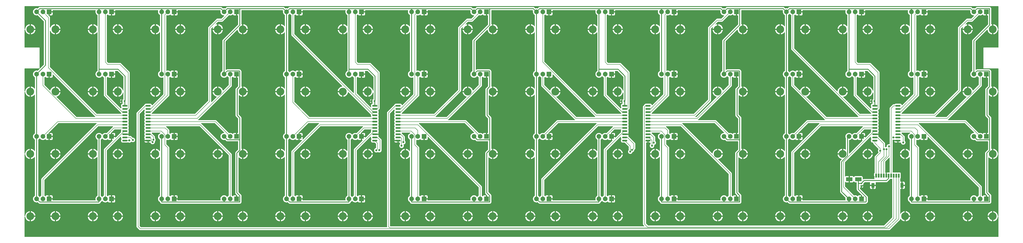
<source format=gbl>
G04 #@! TF.GenerationSoftware,KiCad,Pcbnew,9.0.6*
G04 #@! TF.CreationDate,2025-12-16T13:31:53+01:00*
G04 #@! TF.ProjectId,Pots,506f7473-2e6b-4696-9361-645f70636258,rev?*
G04 #@! TF.SameCoordinates,Original*
G04 #@! TF.FileFunction,Copper,L2,Bot*
G04 #@! TF.FilePolarity,Positive*
%FSLAX46Y46*%
G04 Gerber Fmt 4.6, Leading zero omitted, Abs format (unit mm)*
G04 Created by KiCad (PCBNEW 9.0.6) date 2025-12-16 13:31:53*
%MOMM*%
%LPD*%
G01*
G04 APERTURE LIST*
G04 Aperture macros list*
%AMRoundRect*
0 Rectangle with rounded corners*
0 $1 Rounding radius*
0 $2 $3 $4 $5 $6 $7 $8 $9 X,Y pos of 4 corners*
0 Add a 4 corners polygon primitive as box body*
4,1,4,$2,$3,$4,$5,$6,$7,$8,$9,$2,$3,0*
0 Add four circle primitives for the rounded corners*
1,1,$1+$1,$2,$3*
1,1,$1+$1,$4,$5*
1,1,$1+$1,$6,$7*
1,1,$1+$1,$8,$9*
0 Add four rect primitives between the rounded corners*
20,1,$1+$1,$2,$3,$4,$5,0*
20,1,$1+$1,$4,$5,$6,$7,0*
20,1,$1+$1,$6,$7,$8,$9,0*
20,1,$1+$1,$8,$9,$2,$3,0*%
G04 Aperture macros list end*
G04 #@! TA.AperFunction,ComponentPad*
%ADD10C,4.000000*%
G04 #@! TD*
G04 #@! TA.AperFunction,ComponentPad*
%ADD11R,1.860400X1.860400*%
G04 #@! TD*
G04 #@! TA.AperFunction,ComponentPad*
%ADD12C,1.860400*%
G04 #@! TD*
G04 #@! TA.AperFunction,ComponentPad*
%ADD13C,3.116000*%
G04 #@! TD*
G04 #@! TA.AperFunction,SMDPad,CuDef*
%ADD14RoundRect,0.150000X0.875000X0.150000X-0.875000X0.150000X-0.875000X-0.150000X0.875000X-0.150000X0*%
G04 #@! TD*
G04 #@! TA.AperFunction,SMDPad,CuDef*
%ADD15RoundRect,0.140000X-0.140000X-0.170000X0.140000X-0.170000X0.140000X0.170000X-0.140000X0.170000X0*%
G04 #@! TD*
G04 #@! TA.AperFunction,SMDPad,CuDef*
%ADD16RoundRect,0.250000X1.050000X0.550000X-1.050000X0.550000X-1.050000X-0.550000X1.050000X-0.550000X0*%
G04 #@! TD*
G04 #@! TA.AperFunction,SMDPad,CuDef*
%ADD17RoundRect,0.140000X-0.170000X0.140000X-0.170000X-0.140000X0.170000X-0.140000X0.170000X0.140000X0*%
G04 #@! TD*
G04 #@! TA.AperFunction,SMDPad,CuDef*
%ADD18R,0.660400X1.549400*%
G04 #@! TD*
G04 #@! TA.AperFunction,SMDPad,CuDef*
%ADD19R,1.295400X1.905000*%
G04 #@! TD*
G04 #@! TA.AperFunction,ViaPad*
%ADD20C,0.800000*%
G04 #@! TD*
G04 #@! TA.AperFunction,Conductor*
%ADD21C,0.200000*%
G04 #@! TD*
G04 #@! TA.AperFunction,Conductor*
%ADD22C,0.300000*%
G04 #@! TD*
G04 APERTURE END LIST*
D10*
X316500000Y-164000000D03*
D11*
X231500000Y-157000000D03*
D12*
X229000000Y-157000000D03*
X226500000Y-157000000D03*
D13*
X234000000Y-164000000D03*
X224000000Y-164000000D03*
D10*
X516500000Y-164000000D03*
D11*
X331500000Y-157000000D03*
D12*
X329000000Y-157000000D03*
X326500000Y-157000000D03*
D13*
X334000000Y-164000000D03*
X324000000Y-164000000D03*
D11*
X281500000Y-182000000D03*
D12*
X279000000Y-182000000D03*
X276500000Y-182000000D03*
D13*
X284000000Y-189000000D03*
X274000000Y-189000000D03*
D10*
X366500000Y-239000000D03*
X516500000Y-239000000D03*
D11*
X406500000Y-157000000D03*
D12*
X404000000Y-157000000D03*
X401500000Y-157000000D03*
D13*
X409000000Y-164000000D03*
X399000000Y-164000000D03*
D11*
X531500000Y-157000000D03*
D12*
X529000000Y-157000000D03*
X526500000Y-157000000D03*
D13*
X534000000Y-164000000D03*
X524000000Y-164000000D03*
D10*
X216500000Y-214000000D03*
D11*
X431500000Y-232000000D03*
D12*
X429000000Y-232000000D03*
X426500000Y-232000000D03*
D13*
X434000000Y-239000000D03*
X424000000Y-239000000D03*
D11*
X306500000Y-157000000D03*
D12*
X304000000Y-157000000D03*
X301500000Y-157000000D03*
D13*
X309000000Y-164000000D03*
X299000000Y-164000000D03*
D11*
X181500000Y-182000000D03*
D12*
X179000000Y-182000000D03*
X176500000Y-182000000D03*
D13*
X184000000Y-189000000D03*
X174000000Y-189000000D03*
D10*
X266500000Y-214000000D03*
D11*
X156500000Y-182000000D03*
D12*
X154000000Y-182000000D03*
X151500000Y-182000000D03*
D13*
X159000000Y-189000000D03*
X149000000Y-189000000D03*
D10*
X416500000Y-214000000D03*
D11*
X481500000Y-232000000D03*
D12*
X479000000Y-232000000D03*
X476500000Y-232000000D03*
D13*
X484000000Y-239000000D03*
X474000000Y-239000000D03*
D11*
X206500000Y-207000000D03*
D12*
X204000000Y-207000000D03*
X201500000Y-207000000D03*
D13*
X209000000Y-214000000D03*
X199000000Y-214000000D03*
D11*
X356500000Y-157000000D03*
D12*
X354000000Y-157000000D03*
X351500000Y-157000000D03*
D13*
X359000000Y-164000000D03*
X349000000Y-164000000D03*
D11*
X506500000Y-232000000D03*
D12*
X504000000Y-232000000D03*
X501500000Y-232000000D03*
D13*
X509000000Y-239000000D03*
X499000000Y-239000000D03*
D11*
X531500000Y-232000000D03*
D12*
X529000000Y-232000000D03*
X526500000Y-232000000D03*
D13*
X534000000Y-239000000D03*
X524000000Y-239000000D03*
D11*
X381500000Y-207000000D03*
D12*
X379000000Y-207000000D03*
X376500000Y-207000000D03*
D13*
X384000000Y-214000000D03*
X374000000Y-214000000D03*
D11*
X481500000Y-207000000D03*
D12*
X479000000Y-207000000D03*
X476500000Y-207000000D03*
D13*
X484000000Y-214000000D03*
X474000000Y-214000000D03*
D11*
X456500000Y-182000000D03*
D12*
X454000000Y-182000000D03*
X451500000Y-182000000D03*
D13*
X459000000Y-189000000D03*
X449000000Y-189000000D03*
D11*
X181500000Y-232000000D03*
D12*
X179000000Y-232000000D03*
X176500000Y-232000000D03*
D13*
X184000000Y-239000000D03*
X174000000Y-239000000D03*
D11*
X181500000Y-207000000D03*
D12*
X179000000Y-207000000D03*
X176500000Y-207000000D03*
D13*
X184000000Y-214000000D03*
X174000000Y-214000000D03*
D11*
X281500000Y-232000000D03*
D12*
X279000000Y-232000000D03*
X276500000Y-232000000D03*
D13*
X284000000Y-239000000D03*
X274000000Y-239000000D03*
D11*
X381500000Y-157000000D03*
D12*
X379000000Y-157000000D03*
X376500000Y-157000000D03*
D13*
X384000000Y-164000000D03*
X374000000Y-164000000D03*
D11*
X256500000Y-157000000D03*
D12*
X254000000Y-157000000D03*
X251500000Y-157000000D03*
D13*
X259000000Y-164000000D03*
X249000000Y-164000000D03*
D11*
X231500000Y-207000000D03*
D12*
X229000000Y-207000000D03*
X226500000Y-207000000D03*
D13*
X234000000Y-214000000D03*
X224000000Y-214000000D03*
D10*
X466500000Y-189000000D03*
X341500000Y-189000000D03*
D11*
X156500000Y-157000000D03*
D12*
X154000000Y-157000000D03*
X151500000Y-157000000D03*
D13*
X159000000Y-164000000D03*
X149000000Y-164000000D03*
D11*
X281500000Y-157000000D03*
D12*
X279000000Y-157000000D03*
X276500000Y-157000000D03*
D13*
X284000000Y-164000000D03*
X274000000Y-164000000D03*
D11*
X381500000Y-182000000D03*
D12*
X379000000Y-182000000D03*
X376500000Y-182000000D03*
D13*
X384000000Y-189000000D03*
X374000000Y-189000000D03*
D11*
X356500000Y-182000000D03*
D12*
X354000000Y-182000000D03*
X351500000Y-182000000D03*
D13*
X359000000Y-189000000D03*
X349000000Y-189000000D03*
D11*
X406500000Y-207000000D03*
D12*
X404000000Y-207000000D03*
X401500000Y-207000000D03*
D13*
X409000000Y-214000000D03*
X399000000Y-214000000D03*
D10*
X166500000Y-164000000D03*
X266500000Y-189000000D03*
D11*
X231500000Y-182000000D03*
D12*
X229000000Y-182000000D03*
X226500000Y-182000000D03*
D13*
X234000000Y-189000000D03*
X224000000Y-189000000D03*
D11*
X531500000Y-182000000D03*
D12*
X529000000Y-182000000D03*
X526500000Y-182000000D03*
D13*
X534000000Y-189000000D03*
X524000000Y-189000000D03*
D10*
X166500000Y-239000000D03*
D11*
X206500000Y-157000000D03*
D12*
X204000000Y-157000000D03*
X201500000Y-157000000D03*
D13*
X209000000Y-164000000D03*
X199000000Y-164000000D03*
D11*
X481500000Y-157000000D03*
D12*
X479000000Y-157000000D03*
X476500000Y-157000000D03*
D13*
X484000000Y-164000000D03*
X474000000Y-164000000D03*
D11*
X231500000Y-232000000D03*
D12*
X229000000Y-232000000D03*
X226500000Y-232000000D03*
D13*
X234000000Y-239000000D03*
X224000000Y-239000000D03*
D11*
X381500000Y-232000000D03*
D12*
X379000000Y-232000000D03*
X376500000Y-232000000D03*
D13*
X384000000Y-239000000D03*
X374000000Y-239000000D03*
D11*
X456500000Y-232000000D03*
D12*
X454000000Y-232000000D03*
X451500000Y-232000000D03*
D13*
X459000000Y-239000000D03*
X449000000Y-239000000D03*
D11*
X506500000Y-207000000D03*
D12*
X504000000Y-207000000D03*
X501500000Y-207000000D03*
D13*
X509000000Y-214000000D03*
X499000000Y-214000000D03*
D11*
X306500000Y-207000000D03*
D12*
X304000000Y-207000000D03*
X301500000Y-207000000D03*
D13*
X309000000Y-214000000D03*
X299000000Y-214000000D03*
D11*
X456500000Y-157000000D03*
D12*
X454000000Y-157000000D03*
X451500000Y-157000000D03*
D13*
X459000000Y-164000000D03*
X449000000Y-164000000D03*
D11*
X506500000Y-157000000D03*
D12*
X504000000Y-157000000D03*
X501500000Y-157000000D03*
D13*
X509000000Y-164000000D03*
X499000000Y-164000000D03*
D10*
X216500000Y-189000000D03*
D11*
X306500000Y-182000000D03*
D12*
X304000000Y-182000000D03*
X301500000Y-182000000D03*
D13*
X309000000Y-189000000D03*
X299000000Y-189000000D03*
D11*
X356500000Y-232000000D03*
D12*
X354000000Y-232000000D03*
X351500000Y-232000000D03*
D13*
X359000000Y-239000000D03*
X349000000Y-239000000D03*
D11*
X256500000Y-232000000D03*
D12*
X254000000Y-232000000D03*
X251500000Y-232000000D03*
D13*
X259000000Y-239000000D03*
X249000000Y-239000000D03*
D11*
X406500000Y-232000000D03*
D12*
X404000000Y-232000000D03*
X401500000Y-232000000D03*
D13*
X409000000Y-239000000D03*
X399000000Y-239000000D03*
D11*
X331500000Y-182000000D03*
D12*
X329000000Y-182000000D03*
X326500000Y-182000000D03*
D13*
X334000000Y-189000000D03*
X324000000Y-189000000D03*
D11*
X256500000Y-182000000D03*
D12*
X254000000Y-182000000D03*
X251500000Y-182000000D03*
D13*
X259000000Y-189000000D03*
X249000000Y-189000000D03*
D11*
X481500000Y-182000000D03*
D12*
X479000000Y-182000000D03*
X476500000Y-182000000D03*
D13*
X484000000Y-189000000D03*
X474000000Y-189000000D03*
D11*
X506500000Y-182000000D03*
D12*
X504000000Y-182000000D03*
X501500000Y-182000000D03*
D13*
X509000000Y-189000000D03*
X499000000Y-189000000D03*
D11*
X281500000Y-207000000D03*
D12*
X279000000Y-207000000D03*
X276500000Y-207000000D03*
D13*
X284000000Y-214000000D03*
X274000000Y-214000000D03*
D11*
X156500000Y-207000000D03*
D12*
X154000000Y-207000000D03*
X151500000Y-207000000D03*
D13*
X159000000Y-214000000D03*
X149000000Y-214000000D03*
D10*
X466500000Y-214000000D03*
D11*
X331500000Y-232000000D03*
D12*
X329000000Y-232000000D03*
X326500000Y-232000000D03*
D13*
X334000000Y-239000000D03*
X324000000Y-239000000D03*
D11*
X406500000Y-182000000D03*
D12*
X404000000Y-182000000D03*
X401500000Y-182000000D03*
D13*
X409000000Y-189000000D03*
X399000000Y-189000000D03*
D11*
X206500000Y-232000000D03*
D12*
X204000000Y-232000000D03*
X201500000Y-232000000D03*
D13*
X209000000Y-239000000D03*
X199000000Y-239000000D03*
D11*
X306500000Y-232000000D03*
D12*
X304000000Y-232000000D03*
X301500000Y-232000000D03*
D13*
X309000000Y-239000000D03*
X299000000Y-239000000D03*
D11*
X256500000Y-207000000D03*
D12*
X254000000Y-207000000D03*
X251500000Y-207000000D03*
D13*
X259000000Y-214000000D03*
X249000000Y-214000000D03*
D10*
X366500000Y-164000000D03*
D11*
X431500000Y-182000000D03*
D12*
X429000000Y-182000000D03*
X426500000Y-182000000D03*
D13*
X434000000Y-189000000D03*
X424000000Y-189000000D03*
D11*
X531500000Y-207000000D03*
D12*
X529000000Y-207000000D03*
X526500000Y-207000000D03*
D13*
X534000000Y-214000000D03*
X524000000Y-214000000D03*
D11*
X356500000Y-207000000D03*
D12*
X354000000Y-207000000D03*
X351500000Y-207000000D03*
D13*
X359000000Y-214000000D03*
X349000000Y-214000000D03*
D11*
X206500000Y-182000000D03*
D12*
X204000000Y-182000000D03*
X201500000Y-182000000D03*
D13*
X209000000Y-189000000D03*
X199000000Y-189000000D03*
D10*
X316500000Y-239000000D03*
D11*
X156500000Y-232000000D03*
D12*
X154000000Y-232000000D03*
X151500000Y-232000000D03*
D13*
X159000000Y-239000000D03*
X149000000Y-239000000D03*
D11*
X331500000Y-207000000D03*
D12*
X329000000Y-207000000D03*
X326500000Y-207000000D03*
D13*
X334000000Y-214000000D03*
X324000000Y-214000000D03*
D11*
X431500000Y-207000000D03*
D12*
X429000000Y-207000000D03*
X426500000Y-207000000D03*
D13*
X434000000Y-214000000D03*
X424000000Y-214000000D03*
D10*
X416500000Y-189000000D03*
D11*
X181500000Y-157000000D03*
D12*
X179000000Y-157000000D03*
X176500000Y-157000000D03*
D13*
X184000000Y-164000000D03*
X174000000Y-164000000D03*
D11*
X456500000Y-207000000D03*
D12*
X454000000Y-207000000D03*
X451500000Y-207000000D03*
D13*
X459000000Y-214000000D03*
X449000000Y-214000000D03*
D11*
X431500000Y-157000000D03*
D12*
X429000000Y-157000000D03*
X426500000Y-157000000D03*
D13*
X434000000Y-164000000D03*
X424000000Y-164000000D03*
D10*
X341500000Y-214000000D03*
D14*
X396124998Y-194674999D03*
X396124998Y-195944999D03*
X396124998Y-197214999D03*
X396124998Y-198484999D03*
X396124998Y-199754999D03*
X396124998Y-201024999D03*
X396124998Y-202294999D03*
X396124998Y-203564999D03*
X396124998Y-204834999D03*
X396124998Y-206104999D03*
X396124998Y-207374999D03*
X396124998Y-208644999D03*
X386824998Y-208644999D03*
X386824998Y-207374999D03*
X386824998Y-206104999D03*
X386824998Y-204834999D03*
X386824998Y-203564999D03*
X386824998Y-202294999D03*
X386824998Y-201024999D03*
X386824998Y-199754999D03*
X386824998Y-198484999D03*
X386824998Y-197214999D03*
X386824998Y-195944999D03*
X386824998Y-194674999D03*
D15*
X485644997Y-192859998D03*
X486604997Y-192859998D03*
D14*
X496124997Y-194674998D03*
X496124997Y-195944998D03*
X496124997Y-197214998D03*
X496124997Y-198484998D03*
X496124997Y-199754998D03*
X496124997Y-201024998D03*
X496124997Y-202294998D03*
X496124997Y-203564998D03*
X496124997Y-204834998D03*
X496124997Y-206104998D03*
X496124997Y-207374998D03*
X496124997Y-208644998D03*
X486824997Y-208644998D03*
X486824997Y-207374998D03*
X486824997Y-206104998D03*
X486824997Y-204834998D03*
X486824997Y-203564998D03*
X486824997Y-202294998D03*
X486824997Y-201024998D03*
X486824997Y-199754998D03*
X486824997Y-198484998D03*
X486824997Y-197214998D03*
X486824997Y-195944998D03*
X486824997Y-194674998D03*
D15*
X385644998Y-192859999D03*
X386604998Y-192859999D03*
D16*
X480255000Y-224140000D03*
X476655000Y-224140000D03*
D15*
X285644999Y-192860000D03*
X286604999Y-192860000D03*
X185645000Y-192860000D03*
X186605000Y-192860000D03*
D17*
X481455000Y-225810000D03*
X481455000Y-226770000D03*
D18*
X496400000Y-222700000D03*
X495400000Y-222700000D03*
X494400000Y-222700000D03*
X493400000Y-222700000D03*
X492400000Y-222700000D03*
X491400000Y-222700000D03*
X490400000Y-222701500D03*
X489400000Y-222701500D03*
X488400000Y-222701500D03*
X487400000Y-222701500D03*
D19*
X486100000Y-226576500D03*
X497700000Y-226575000D03*
D14*
X296124999Y-194675000D03*
X296124999Y-195945000D03*
X296124999Y-197215000D03*
X296124999Y-198485000D03*
X296124999Y-199755000D03*
X296124999Y-201025000D03*
X296124999Y-202295000D03*
X296124999Y-203565000D03*
X296124999Y-204835000D03*
X296124999Y-206105000D03*
X296124999Y-207375000D03*
X296124999Y-208645000D03*
X286824999Y-208645000D03*
X286824999Y-207375000D03*
X286824999Y-206105000D03*
X286824999Y-204835000D03*
X286824999Y-203565000D03*
X286824999Y-202295000D03*
X286824999Y-201025000D03*
X286824999Y-199755000D03*
X286824999Y-198485000D03*
X286824999Y-197215000D03*
X286824999Y-195945000D03*
X286824999Y-194675000D03*
X196125000Y-194675000D03*
X196125000Y-195945000D03*
X196125000Y-197215000D03*
X196125000Y-198485000D03*
X196125000Y-199755000D03*
X196125000Y-201025000D03*
X196125000Y-202295000D03*
X196125000Y-203565000D03*
X196125000Y-204835000D03*
X196125000Y-206105000D03*
X196125000Y-207375000D03*
X196125000Y-208645000D03*
X186825000Y-208645000D03*
X186825000Y-207375000D03*
X186825000Y-206105000D03*
X186825000Y-204835000D03*
X186825000Y-203565000D03*
X186825000Y-202295000D03*
X186825000Y-201025000D03*
X186825000Y-199755000D03*
X186825000Y-198485000D03*
X186825000Y-197215000D03*
X186825000Y-195945000D03*
X186825000Y-194675000D03*
D20*
X198205000Y-208340000D03*
X298205000Y-209290000D03*
X492505000Y-210962000D03*
X498205000Y-209390000D03*
X398405000Y-209490000D03*
X389005000Y-213090000D03*
X489005000Y-212690000D03*
X188605000Y-208590000D03*
X287433000Y-212518000D03*
X494205000Y-207390000D03*
X197896475Y-209214155D03*
X397705000Y-210717000D03*
X297505000Y-210717000D03*
X491505000Y-212090000D03*
X190005000Y-208390000D03*
X389705000Y-212390000D03*
X490518432Y-212103432D03*
X288605000Y-212490000D03*
X492055000Y-175040000D03*
X167905000Y-227990000D03*
X491505000Y-226590000D03*
X181305000Y-216090000D03*
X272155000Y-205890000D03*
X430155000Y-215390000D03*
X312305000Y-224690000D03*
X510405000Y-227240000D03*
X281605000Y-217490000D03*
X253205000Y-236640000D03*
X491805000Y-218990000D03*
X242755000Y-222740000D03*
X390855000Y-198440000D03*
X165155000Y-207790000D03*
X443005000Y-200440000D03*
X481255000Y-216640000D03*
X364805000Y-175190000D03*
X527455000Y-210890000D03*
X342005000Y-179040000D03*
X486355000Y-223240000D03*
X355205000Y-200340000D03*
X428655000Y-202040000D03*
X456705000Y-199540000D03*
X328605000Y-199440000D03*
X345605000Y-203040000D03*
X490255000Y-197540000D03*
X461055000Y-225990000D03*
X230605000Y-236740000D03*
X290005000Y-196740000D03*
X367105000Y-205990000D03*
X318505000Y-185040000D03*
X506755000Y-216640000D03*
X210955000Y-174840000D03*
X292805000Y-188990000D03*
X367055000Y-225940000D03*
X260355000Y-224590000D03*
X186705000Y-222340000D03*
X392755000Y-185890000D03*
X470205000Y-194690000D03*
X271405000Y-176290000D03*
X293705000Y-207540000D03*
X419855000Y-226390000D03*
X169855000Y-184390000D03*
X440905000Y-226140000D03*
X527205000Y-235140000D03*
X481305000Y-186290000D03*
X365005000Y-193690000D03*
X444705000Y-176190000D03*
X409505000Y-223190000D03*
X192455000Y-172240000D03*
X466405000Y-177390000D03*
X286805000Y-224490000D03*
X517305000Y-209290000D03*
X268955000Y-241090000D03*
X338455000Y-226590000D03*
X517505000Y-180440000D03*
X219955000Y-225490000D03*
X315005000Y-205490000D03*
X241105000Y-201390000D03*
X491705000Y-206790000D03*
X316555000Y-180790000D03*
X393155000Y-206240000D03*
D21*
X497149996Y-206104998D02*
X498205000Y-207160002D01*
X298205000Y-207160002D02*
X297149998Y-206105000D01*
X498205000Y-207160002D02*
X498205000Y-209390000D01*
X492505000Y-214740000D02*
X490400000Y-216845000D01*
X298205000Y-209290000D02*
X298205000Y-207160002D01*
X490400000Y-216845000D02*
X490400000Y-222701500D01*
X398405000Y-209490000D02*
X398405000Y-207360002D01*
X398405000Y-207360002D02*
X397149997Y-206104999D01*
X496124997Y-206104998D02*
X497149996Y-206104998D01*
X197149999Y-206105000D02*
X196125000Y-206105000D01*
X397149997Y-206104999D02*
X396124998Y-206104999D01*
X198205000Y-207160001D02*
X197149999Y-206105000D01*
X297149998Y-206105000D02*
X296124999Y-206105000D01*
X492505000Y-210962000D02*
X492505000Y-214740000D01*
X198205000Y-208340000D02*
X198205000Y-207160001D01*
X394705000Y-242090000D02*
X394705000Y-195069998D01*
X490761000Y-243334000D02*
X395949000Y-243334000D01*
X394705000Y-195069998D02*
X395099999Y-194674999D01*
X494400000Y-222700000D02*
X494400000Y-239695000D01*
X494400000Y-239695000D02*
X490761000Y-243334000D01*
X395099999Y-194674999D02*
X396124998Y-194674999D01*
X395949000Y-243334000D02*
X394705000Y-242090000D01*
X494420002Y-194674998D02*
X496124997Y-194674998D01*
X493400000Y-222700000D02*
X493400000Y-195695000D01*
X496124997Y-194674998D02*
X495099998Y-194674998D01*
X493400000Y-195695000D02*
X494420002Y-194674998D01*
X287905000Y-212046000D02*
X287905000Y-209725001D01*
X487400000Y-215209568D02*
X487400000Y-222701500D01*
X389005000Y-210825001D02*
X386824998Y-208644999D01*
X287905000Y-209725001D02*
X286824999Y-208645000D01*
X287433000Y-212518000D02*
X287905000Y-212046000D01*
X489005000Y-212690000D02*
X489005000Y-213604568D01*
X486824997Y-209609997D02*
X486824997Y-208644998D01*
X489005000Y-211790000D02*
X486824997Y-209609997D01*
X186825000Y-208645000D02*
X188550000Y-208645000D01*
X389005000Y-213090000D02*
X389005000Y-210825001D01*
X489005000Y-213604568D02*
X487400000Y-215209568D01*
X188550000Y-208645000D02*
X188605000Y-208590000D01*
X489005000Y-212690000D02*
X489005000Y-211790000D01*
X396418726Y-207374999D02*
X396124998Y-207374999D01*
X196722127Y-207375000D02*
X196125000Y-207375000D01*
X197405000Y-208722680D02*
X197405000Y-208057873D01*
X491505000Y-214990000D02*
X489400000Y-217095000D01*
X489400000Y-217095000D02*
X489400000Y-222701500D01*
X197405000Y-208057873D02*
X196722127Y-207375000D01*
X297149998Y-207375000D02*
X296124999Y-207375000D01*
X297505000Y-207730002D02*
X297149998Y-207375000D01*
X496109995Y-207390000D02*
X496124997Y-207374998D01*
X297505000Y-210717000D02*
X297505000Y-207730002D01*
X397705000Y-208661273D02*
X396418726Y-207374999D01*
X494205000Y-207390000D02*
X496109995Y-207390000D01*
X491505000Y-212090000D02*
X491505000Y-214990000D01*
X397705000Y-210717000D02*
X397705000Y-208661273D01*
X197896475Y-209214155D02*
X197405000Y-208722680D01*
X390405000Y-211790000D02*
X390405000Y-209930002D01*
X389805000Y-212390000D02*
X390405000Y-211790000D01*
X390405000Y-209930002D02*
X387849997Y-207374999D01*
X188990000Y-207375000D02*
X190005000Y-208390000D01*
X288905000Y-208430002D02*
X287849998Y-207375000D01*
X490518432Y-214976568D02*
X488400000Y-217095000D01*
X490305000Y-209830002D02*
X487849996Y-207374998D01*
X389705000Y-212390000D02*
X389805000Y-212390000D01*
X490518432Y-212103432D02*
X490518432Y-214976568D01*
X487849996Y-207374998D02*
X486824997Y-207374998D01*
X288905000Y-212190000D02*
X288905000Y-208430002D01*
X490518432Y-212103432D02*
X490305000Y-211890000D01*
X387849997Y-207374999D02*
X386824998Y-207374999D01*
X186825000Y-207375000D02*
X188990000Y-207375000D01*
X490305000Y-211890000D02*
X490305000Y-209830002D01*
X287849998Y-207375000D02*
X286824999Y-207375000D01*
X488400000Y-217095000D02*
X488400000Y-222701500D01*
X288605000Y-212490000D02*
X288905000Y-212190000D01*
X292777000Y-243662000D02*
X491733000Y-243662000D01*
X495400000Y-222700000D02*
X495400000Y-239995000D01*
X295100000Y-194675000D02*
X292305000Y-197470000D01*
X495400000Y-239995000D02*
X491733000Y-243662000D01*
X292305000Y-243190000D02*
X292777000Y-243662000D01*
X292305000Y-197470000D02*
X292305000Y-243190000D01*
X296124999Y-194675000D02*
X295100000Y-194675000D01*
X193005000Y-243990000D02*
X492505000Y-243990000D01*
X192105000Y-197670001D02*
X192105000Y-243090000D01*
X195100001Y-194675000D02*
X192105000Y-197670001D01*
X192105000Y-243090000D02*
X193005000Y-243990000D01*
X496400000Y-222700000D02*
X496400000Y-240095000D01*
X196125000Y-194675000D02*
X195100001Y-194675000D01*
X496400000Y-240095000D02*
X492505000Y-243990000D01*
X154000000Y-157000000D02*
X156255000Y-159255000D01*
X175301400Y-198485000D02*
X186825000Y-198485000D01*
X156255000Y-179438600D02*
X175301400Y-198485000D01*
X156255000Y-159255000D02*
X156255000Y-179438600D01*
X154000000Y-182000000D02*
X154000000Y-186525786D01*
X154000000Y-186525786D02*
X167229214Y-199755000D01*
X167229214Y-199755000D02*
X186825000Y-199755000D01*
X159975000Y-201025000D02*
X186825000Y-201025000D01*
X154000000Y-207000000D02*
X159975000Y-201025000D01*
X186825000Y-202295000D02*
X175890000Y-202295000D01*
X154000000Y-224185000D02*
X154000000Y-232000000D01*
X175890000Y-202295000D02*
X154000000Y-224185000D01*
X188151000Y-181386000D02*
X188151000Y-195643999D01*
X188151000Y-195643999D02*
X187849999Y-195945000D01*
X179876400Y-178060000D02*
X184825000Y-178060000D01*
X179000000Y-157000000D02*
X179000000Y-177183600D01*
X179000000Y-177183600D02*
X179876400Y-178060000D01*
X187849999Y-195945000D02*
X186825000Y-195945000D01*
X184825000Y-178060000D02*
X188151000Y-181386000D01*
X179000000Y-190414999D02*
X185800001Y-197215000D01*
X179000000Y-182000000D02*
X179000000Y-190414999D01*
X185800001Y-197215000D02*
X186825000Y-197215000D01*
X182435000Y-203565000D02*
X186825000Y-203565000D01*
X179000000Y-207000000D02*
X182435000Y-203565000D01*
X186531272Y-204835000D02*
X186825000Y-204835000D01*
X179000000Y-212366272D02*
X186531272Y-204835000D01*
X179000000Y-232000000D02*
X179000000Y-212366272D01*
X202841800Y-158158200D02*
X202841800Y-190253199D01*
X197149999Y-195945000D02*
X196125000Y-195945000D01*
X204000000Y-157000000D02*
X202841800Y-158158200D01*
X202841800Y-190253199D02*
X197149999Y-195945000D01*
X204000000Y-182000000D02*
X204000000Y-190364999D01*
X197149999Y-197215000D02*
X196125000Y-197215000D01*
X204000000Y-190364999D02*
X197149999Y-197215000D01*
X202930000Y-203565000D02*
X196125000Y-203565000D01*
X204000000Y-204635000D02*
X202930000Y-203565000D01*
X204000000Y-207000000D02*
X204000000Y-204635000D01*
X204000000Y-211560000D02*
X202825000Y-210385000D01*
X202825000Y-206260000D02*
X201400000Y-204835000D01*
X202825000Y-210385000D02*
X202825000Y-206260000D01*
X204000000Y-232000000D02*
X204000000Y-211560000D01*
X201400000Y-204835000D02*
X196125000Y-204835000D01*
X225640000Y-160360000D02*
X229000000Y-157000000D01*
X220725000Y-163460000D02*
X223825000Y-160360000D01*
X220725000Y-192920000D02*
X220725000Y-163460000D01*
X215160000Y-198485000D02*
X220725000Y-192920000D01*
X223825000Y-160360000D02*
X225640000Y-160360000D01*
X196125000Y-198485000D02*
X215160000Y-198485000D01*
X229000000Y-186525786D02*
X215770786Y-199755000D01*
X215770786Y-199755000D02*
X196125000Y-199755000D01*
X229000000Y-182000000D02*
X229000000Y-186525786D01*
X223025000Y-201025000D02*
X229000000Y-207000000D01*
X196125000Y-201025000D02*
X223025000Y-201025000D01*
X216960000Y-202295000D02*
X196125000Y-202295000D01*
X229000000Y-214335000D02*
X216960000Y-202295000D01*
X229000000Y-232000000D02*
X229000000Y-214335000D01*
X253999999Y-166134999D02*
X286350000Y-198485000D01*
X286350000Y-198485000D02*
X286824999Y-198485000D01*
X253999999Y-157000000D02*
X253999999Y-166134999D01*
X253999999Y-182000000D02*
X253999999Y-193334999D01*
X253999999Y-193334999D02*
X260420000Y-199755000D01*
X260420000Y-199755000D02*
X286824999Y-199755000D01*
X253999999Y-207000000D02*
X259974999Y-201025000D01*
X259974999Y-201025000D02*
X286824999Y-201025000D01*
D22*
X426524998Y-233281199D02*
X432781198Y-233281199D01*
X431624998Y-213675265D02*
X432781198Y-212519065D01*
X326499999Y-168585000D02*
X326499999Y-182000000D01*
X251499999Y-182000000D02*
X251499999Y-207000000D01*
X331624999Y-213675266D02*
X332781199Y-212519066D01*
X475905000Y-207594995D02*
X476499997Y-206999998D01*
X476499997Y-233206198D02*
X476499997Y-231999998D01*
X331724999Y-198510000D02*
X331724999Y-188060000D01*
X376499998Y-231999999D02*
X376499998Y-233206199D01*
X201500000Y-233256200D02*
X201525000Y-233281200D01*
X327781199Y-208281200D02*
X332781199Y-208281200D01*
X301325000Y-155718800D02*
X276625000Y-155718800D01*
X176500000Y-232000000D02*
X176500000Y-207000000D01*
X486824997Y-192934998D02*
X486899997Y-192859998D01*
X155055000Y-178445000D02*
X151500000Y-182000000D01*
X525218800Y-155718800D02*
X501525000Y-155718800D01*
X432781200Y-155718800D02*
X427781200Y-155718800D01*
X480255000Y-225740000D02*
X480255000Y-228190000D01*
X301499999Y-232000000D02*
X301499999Y-207000000D01*
X301499999Y-233256200D02*
X301524999Y-233281200D01*
X250218800Y-155718800D02*
X251500000Y-157000000D01*
X201625000Y-155718800D02*
X225218800Y-155718800D01*
X226500000Y-232000000D02*
X226500000Y-233256200D01*
X401499998Y-231999999D02*
X401499998Y-206999999D01*
X332781199Y-199566200D02*
X331724999Y-198510000D01*
X301499999Y-182000000D02*
X301499999Y-157000000D01*
X376525000Y-156975000D02*
X376525000Y-155718800D01*
X475909000Y-214790734D02*
X475909000Y-213209266D01*
X476499997Y-181999998D02*
X476499997Y-180459998D01*
X486899997Y-192859998D02*
X486899997Y-182834998D01*
X151500000Y-157000000D02*
X155055000Y-160555000D01*
X332781199Y-162303800D02*
X326499999Y-168585000D01*
X480255000Y-224140000D02*
X480255000Y-225740000D01*
X475909000Y-213209266D02*
X475905000Y-213205266D01*
X351499998Y-206999999D02*
X351499998Y-231999999D01*
X301500000Y-157000000D02*
X301500000Y-155893800D01*
X232781200Y-155718800D02*
X232781200Y-162303800D01*
X432781198Y-208281199D02*
X432781198Y-199566199D01*
X151500000Y-207000000D02*
X151500000Y-232000000D01*
X532781197Y-187003798D02*
X532781197Y-180916198D01*
X386824998Y-192934999D02*
X386899998Y-192859999D01*
X376499998Y-180059999D02*
X376499998Y-180459999D01*
X176500000Y-182000000D02*
X176500000Y-180460000D01*
X326499999Y-233256200D02*
X326524999Y-233281200D01*
X352781200Y-155718800D02*
X351500000Y-157000000D01*
X532781197Y-212519064D02*
X532781197Y-208281198D01*
X227781200Y-208281200D02*
X232781200Y-208281200D01*
X531624997Y-213675264D02*
X532781197Y-212519064D01*
X231725000Y-188060000D02*
X232781200Y-187003800D01*
X301500000Y-155893800D02*
X301325000Y-155718800D01*
X251499999Y-232000000D02*
X252781199Y-233281200D01*
X484124997Y-180059998D02*
X476499997Y-180059998D01*
X232781200Y-187003800D02*
X232781200Y-180916200D01*
X151500000Y-232000000D02*
X152781200Y-233281200D01*
X426499998Y-181999999D02*
X426499998Y-168584999D01*
X226500000Y-233256200D02*
X226525000Y-233281200D01*
X481455000Y-225810000D02*
X480325000Y-225810000D01*
X276500000Y-157000000D02*
X276500000Y-155843800D01*
X431624998Y-229562599D02*
X431624998Y-213675265D01*
X501524997Y-233281198D02*
X526524997Y-233281198D01*
X426499998Y-233256199D02*
X426524998Y-233281199D01*
X376499998Y-180459999D02*
X376499998Y-156999999D01*
X401499998Y-233256199D02*
X401524998Y-233281199D01*
X426499998Y-168584999D02*
X432781200Y-162303797D01*
X527781197Y-180718798D02*
X526499997Y-181999998D01*
X151500000Y-157000000D02*
X152781200Y-155718800D01*
X526499997Y-181999998D02*
X526499997Y-168584998D01*
X231625000Y-229562600D02*
X231625000Y-213675266D01*
X232781200Y-212519066D02*
X232781200Y-208281200D01*
X486824997Y-194674998D02*
X486824997Y-192934998D01*
X201500000Y-155843800D02*
X201625000Y-155718800D01*
X276500000Y-155843800D02*
X276625000Y-155718800D01*
X532781197Y-208281198D02*
X532781197Y-199566198D01*
X476424997Y-233281198D02*
X476499997Y-233206198D01*
X332583799Y-180718800D02*
X327781199Y-180718800D01*
X376525000Y-155718800D02*
X352781200Y-155718800D01*
X401524998Y-233281199D02*
X426524998Y-233281199D01*
X401325000Y-155718800D02*
X376525000Y-155718800D01*
X476424997Y-233281198D02*
X483213802Y-233281198D01*
X450218800Y-155718800D02*
X451500000Y-157000000D01*
X526499997Y-168584998D02*
X532781200Y-162303795D01*
X386899998Y-192859999D02*
X386899998Y-182834999D01*
X201525000Y-233281200D02*
X226525000Y-233281200D01*
X332781199Y-187003800D02*
X332781199Y-180916200D01*
X526499997Y-233256198D02*
X526524997Y-233281198D01*
X376499998Y-233206199D02*
X376424998Y-233281199D01*
X451499997Y-156999998D02*
X451499997Y-181999998D01*
X332781199Y-230718800D02*
X331624999Y-229562600D01*
X432583798Y-180718799D02*
X427781198Y-180718799D01*
X452781200Y-155718800D02*
X451500000Y-157000000D01*
X176500000Y-180460000D02*
X176500000Y-157000000D01*
X384124998Y-180059999D02*
X376499998Y-180059999D01*
X232781200Y-180916200D02*
X232583800Y-180718800D01*
X331724999Y-188060000D02*
X332781199Y-187003800D01*
X332781199Y-233281200D02*
X332781199Y-230718800D01*
X231625000Y-213675266D02*
X232781200Y-212519066D01*
X232781200Y-199566200D02*
X231725000Y-198510000D01*
X201500000Y-182000000D02*
X201500000Y-157000000D01*
X226500000Y-168585000D02*
X226500000Y-182000000D01*
X427781198Y-208281199D02*
X432781198Y-208281199D01*
X452781197Y-233281198D02*
X476424997Y-233281198D01*
X327781199Y-180718800D02*
X326499999Y-182000000D01*
X526499997Y-231999998D02*
X526499997Y-233256198D01*
X431724998Y-188059999D02*
X432781198Y-187003799D01*
X201500000Y-232000000D02*
X201500000Y-233256200D01*
X432781198Y-199566199D02*
X431724998Y-198509999D01*
X225218800Y-155718800D02*
X226500000Y-157000000D01*
X286899999Y-192860000D02*
X286899999Y-182835000D01*
X276499999Y-180460000D02*
X276499999Y-157000000D01*
X351499998Y-231999999D02*
X352781198Y-233281199D01*
X176500000Y-157000000D02*
X176500000Y-155993800D01*
X426500000Y-157000000D02*
X425218800Y-155718800D01*
X276499999Y-180060000D02*
X276499999Y-180460000D01*
X432781200Y-162303797D02*
X432781200Y-155718800D01*
X526524997Y-233281198D02*
X532781197Y-233281198D01*
X286899999Y-182835000D02*
X284124999Y-180060000D01*
X351499998Y-156999999D02*
X351499998Y-181999999D01*
X476425000Y-155718800D02*
X452781200Y-155718800D01*
X231725000Y-198510000D02*
X231725000Y-188060000D01*
X526499997Y-206999998D02*
X527781197Y-208281198D01*
X276625000Y-155718800D02*
X252781200Y-155718800D01*
X501500000Y-155743800D02*
X501525000Y-155718800D01*
X501499997Y-231999998D02*
X501499997Y-233256198D01*
X427781198Y-180718799D02*
X426499998Y-181999999D01*
X483405000Y-231340000D02*
X480255000Y-228190000D01*
X473605000Y-229105001D02*
X473605000Y-217094734D01*
X432781200Y-155718800D02*
X450218800Y-155718800D01*
X432781198Y-212519065D02*
X432781198Y-208281199D01*
X401500000Y-157000000D02*
X401500000Y-155893800D01*
X481455000Y-225810000D02*
X482575000Y-224690000D01*
X276499999Y-233206200D02*
X276424999Y-233281200D01*
X532781197Y-230718798D02*
X531624997Y-229562598D01*
X226500000Y-207000000D02*
X227781200Y-208281200D01*
X432781198Y-230718799D02*
X431624998Y-229562599D01*
X432781198Y-180916199D02*
X432583798Y-180718799D01*
X427781200Y-155718800D02*
X426500000Y-157000000D01*
X325218800Y-155718800D02*
X301325000Y-155718800D01*
X426499998Y-206999999D02*
X427781198Y-208281199D01*
X332781199Y-208281200D02*
X332781199Y-199566200D01*
X432781198Y-233281199D02*
X432781198Y-230718799D01*
X232781200Y-230718800D02*
X231625000Y-229562600D01*
X227781200Y-180718800D02*
X226500000Y-182000000D01*
X531724997Y-188059998D02*
X532781197Y-187003798D01*
X232583800Y-180718800D02*
X227781200Y-180718800D01*
X532781197Y-199566198D02*
X531724997Y-198509998D01*
X251499999Y-207000000D02*
X251499999Y-232000000D01*
X532781200Y-162303795D02*
X532781200Y-155718800D01*
X451499997Y-181999998D02*
X451499997Y-206999998D01*
X492400000Y-223774700D02*
X492400000Y-222700000D01*
X401500000Y-155893800D02*
X401325000Y-155718800D01*
X176500000Y-180060000D02*
X176500000Y-180460000D01*
X155055000Y-160555000D02*
X155055000Y-178445000D01*
X286824999Y-194675000D02*
X286824999Y-192935000D01*
X232781200Y-208281200D02*
X232781200Y-199566200D01*
X332781200Y-155718800D02*
X350218800Y-155718800D01*
X176500000Y-232000000D02*
X176500000Y-233206200D01*
X451499997Y-206999998D02*
X451499997Y-231999998D01*
X501525000Y-155718800D02*
X476425000Y-155718800D01*
X201500000Y-232000000D02*
X201500000Y-207000000D01*
X151500000Y-182000000D02*
X151500000Y-207000000D01*
X284124999Y-180060000D02*
X276499999Y-180060000D01*
X232781200Y-233281200D02*
X232781200Y-230718800D01*
X483213802Y-233281198D02*
X483405000Y-233090000D01*
X186825000Y-194675000D02*
X186825000Y-192935000D01*
X501499997Y-231999998D02*
X501499997Y-206999998D01*
X501499997Y-233256198D02*
X501524997Y-233281198D01*
X451499997Y-231999998D02*
X452781197Y-233281198D01*
X186900000Y-192860000D02*
X186900000Y-182835000D01*
X531624997Y-229562598D02*
X531624997Y-213675264D01*
X326499999Y-232000000D02*
X326499999Y-233256200D01*
X227781200Y-155718800D02*
X232781200Y-155718800D01*
X483405000Y-233090000D02*
X483405000Y-231340000D01*
X476500000Y-157000000D02*
X476500000Y-155793800D01*
X226500000Y-157000000D02*
X227781200Y-155718800D01*
X286824999Y-192935000D02*
X286899999Y-192860000D01*
X251499999Y-157000000D02*
X251499999Y-182000000D01*
X526500000Y-157000000D02*
X525218800Y-155718800D01*
X276499999Y-232000000D02*
X276499999Y-233206200D01*
X401499998Y-181999999D02*
X401499998Y-156999999D01*
X527781197Y-208281198D02*
X532781197Y-208281198D01*
X301499999Y-232000000D02*
X301499999Y-233256200D01*
X426499998Y-231999999D02*
X426499998Y-233256199D01*
X327781200Y-155718800D02*
X326500000Y-157000000D01*
X476499997Y-180059998D02*
X476499997Y-180459998D01*
X252781200Y-155718800D02*
X251500000Y-157000000D01*
X332781199Y-212519066D02*
X332781199Y-208281200D01*
X332781199Y-180916200D02*
X332583799Y-180718800D01*
X527781200Y-155718800D02*
X526500000Y-157000000D01*
X486899997Y-182834998D02*
X484124997Y-180059998D01*
X376500000Y-157000000D02*
X376525000Y-156975000D01*
X501499997Y-181999998D02*
X501499997Y-156999998D01*
X491484700Y-224690000D02*
X492400000Y-223774700D01*
X326499999Y-207000000D02*
X327781199Y-208281200D01*
X184125000Y-180060000D02*
X176500000Y-180060000D01*
X425218800Y-155718800D02*
X401325000Y-155718800D01*
X501500000Y-157000000D02*
X501500000Y-155743800D01*
X326500000Y-157000000D02*
X325218800Y-155718800D01*
X352781198Y-233281199D02*
X376424998Y-233281199D01*
X332781199Y-162303800D02*
X332781200Y-155718800D01*
X376499998Y-181999999D02*
X376499998Y-180459999D01*
X252781199Y-233281200D02*
X276424999Y-233281200D01*
X276499999Y-232000000D02*
X276499999Y-207000000D01*
X480325000Y-225810000D02*
X480255000Y-225740000D01*
X476500000Y-155793800D02*
X476425000Y-155718800D01*
X186825000Y-192935000D02*
X186900000Y-192860000D01*
X532781200Y-155718800D02*
X527781200Y-155718800D01*
X326524999Y-233281200D02*
X332781199Y-233281200D01*
X532781197Y-180916198D02*
X532583797Y-180718798D01*
X201500000Y-157000000D02*
X201500000Y-155843800D01*
X331624999Y-229562600D02*
X331624999Y-213675266D01*
X473605000Y-217094734D02*
X475909000Y-214790734D01*
X176500000Y-155993800D02*
X176225000Y-155718800D01*
X531724997Y-198509998D02*
X531724997Y-188059998D01*
X350218800Y-155718800D02*
X351500000Y-157000000D01*
X186900000Y-182835000D02*
X184125000Y-180060000D01*
X152781200Y-233281200D02*
X176425000Y-233281200D01*
X401499998Y-231999999D02*
X401499998Y-233256199D01*
X532781197Y-233281198D02*
X532781197Y-230718798D01*
X351499998Y-181999999D02*
X351499998Y-206999999D01*
X332781200Y-155718800D02*
X327781200Y-155718800D01*
X232781200Y-162303800D02*
X226500000Y-168585000D01*
X386899998Y-182834999D02*
X384124998Y-180059999D01*
X475905000Y-213205266D02*
X475905000Y-207594995D01*
X476499997Y-180459998D02*
X476499997Y-156999998D01*
X176500000Y-233206200D02*
X176425000Y-233281200D01*
X532583797Y-180718798D02*
X527781197Y-180718798D01*
X376499998Y-231999999D02*
X376499998Y-206999999D01*
X176225000Y-155718800D02*
X201625000Y-155718800D01*
X476499997Y-231999998D02*
X473605000Y-229105001D01*
X301524999Y-233281200D02*
X326524999Y-233281200D01*
X276499999Y-182000000D02*
X276499999Y-180460000D01*
X432781198Y-187003799D02*
X432781198Y-180916199D01*
X386824998Y-194674999D02*
X386824998Y-192934999D01*
X152781200Y-155718800D02*
X176225000Y-155718800D01*
X431724998Y-198509999D02*
X431724998Y-188059999D01*
X482575000Y-224690000D02*
X491484700Y-224690000D01*
X226525000Y-233281200D02*
X232781200Y-233281200D01*
X232781200Y-155718800D02*
X250218800Y-155718800D01*
D21*
X253999999Y-213145001D02*
X253999999Y-232000000D01*
X286824999Y-202295000D02*
X264850000Y-202295000D01*
X264850000Y-202295000D02*
X253999999Y-213145001D01*
X284824999Y-178060000D02*
X288150999Y-181386000D01*
X278999999Y-157000000D02*
X278999999Y-177183600D01*
X279876399Y-178060000D02*
X284824999Y-178060000D01*
X287849998Y-195945000D02*
X286824999Y-195945000D01*
X278999999Y-177183600D02*
X279876399Y-178060000D01*
X288150999Y-195643999D02*
X287849998Y-195945000D01*
X288150999Y-181386000D02*
X288150999Y-195643999D01*
X278999999Y-189934999D02*
X286280000Y-197215000D01*
X278999999Y-182000000D02*
X278999999Y-189934999D01*
X286280000Y-197215000D02*
X286824999Y-197215000D01*
X278999999Y-207000000D02*
X282434999Y-203565000D01*
X282434999Y-203565000D02*
X286824999Y-203565000D01*
X286531271Y-204835000D02*
X286824999Y-204835000D01*
X278999999Y-212366272D02*
X286531271Y-204835000D01*
X278999999Y-232000000D02*
X278999999Y-212366272D01*
X303999999Y-157000000D02*
X302841799Y-158158200D01*
X302841799Y-158158200D02*
X302841799Y-190253199D01*
X302841799Y-190253199D02*
X297149998Y-195945000D01*
X297149998Y-195945000D02*
X296124999Y-195945000D01*
X297149998Y-197215000D02*
X296124999Y-197215000D01*
X303999999Y-190364999D02*
X297149998Y-197215000D01*
X303999999Y-182000000D02*
X303999999Y-190364999D01*
X302929999Y-203565000D02*
X296124999Y-203565000D01*
X303999999Y-207000000D02*
X303999999Y-204635000D01*
X303999999Y-204635000D02*
X302929999Y-203565000D01*
X303999999Y-211560000D02*
X302824999Y-210385000D01*
X302824999Y-206260000D02*
X301399999Y-204835000D01*
X301399999Y-204835000D02*
X296124999Y-204835000D01*
X303999999Y-232000000D02*
X303999999Y-211560000D01*
X302824999Y-210385000D02*
X302824999Y-206260000D01*
X310799999Y-198485000D02*
X320724999Y-188560000D01*
X323824999Y-160360000D02*
X325639999Y-160360000D01*
X320724999Y-163460000D02*
X323824999Y-160360000D01*
X320724999Y-188560000D02*
X320724999Y-163460000D01*
X296124999Y-198485000D02*
X310799999Y-198485000D01*
X325639999Y-160360000D02*
X328999999Y-157000000D01*
X328999999Y-186525786D02*
X315770785Y-199755000D01*
X328999999Y-182000000D02*
X328999999Y-186525786D01*
X315770785Y-199755000D02*
X296124999Y-199755000D01*
X323024999Y-201025000D02*
X328999999Y-207000000D01*
X296124999Y-201025000D02*
X323024999Y-201025000D01*
X328999999Y-227183600D02*
X304111399Y-202295000D01*
X304111399Y-202295000D02*
X296124999Y-202295000D01*
X328999999Y-232000000D02*
X328999999Y-227183600D01*
X353999998Y-177183599D02*
X375301398Y-198484999D01*
X353999998Y-156999999D02*
X353999998Y-177183599D01*
X375301398Y-198484999D02*
X386824998Y-198484999D01*
X367229212Y-199754999D02*
X386824998Y-199754999D01*
X353999998Y-181999999D02*
X353999998Y-186525785D01*
X353999998Y-186525785D02*
X367229212Y-199754999D01*
X359974998Y-201024999D02*
X386824998Y-201024999D01*
X353999998Y-206999999D02*
X359974998Y-201024999D01*
X386824998Y-202294999D02*
X375889998Y-202294999D01*
X353999998Y-224184999D02*
X353999998Y-231999999D01*
X375889998Y-202294999D02*
X353999998Y-224184999D01*
X378999998Y-177183599D02*
X379876398Y-178059999D01*
X387849997Y-195944999D02*
X386824998Y-195944999D01*
X388150998Y-195643998D02*
X387849997Y-195944999D01*
X388150998Y-181385999D02*
X388150998Y-195643998D01*
X384824998Y-178059999D02*
X388150998Y-181385999D01*
X378999998Y-156999999D02*
X378999998Y-177183599D01*
X379876398Y-178059999D02*
X384824998Y-178059999D01*
X378999998Y-181999999D02*
X378999998Y-190414998D01*
X378999998Y-190414998D02*
X385799999Y-197214999D01*
X385799999Y-197214999D02*
X386824998Y-197214999D01*
X382434998Y-203564999D02*
X386824998Y-203564999D01*
X378999998Y-206999999D02*
X382434998Y-203564999D01*
X378999998Y-212366271D02*
X386531270Y-204834999D01*
X378999998Y-231999999D02*
X378999998Y-212366271D01*
X386531270Y-204834999D02*
X386824998Y-204834999D01*
X403999998Y-156999999D02*
X402841798Y-158158199D01*
X402841798Y-158158199D02*
X402841798Y-190253198D01*
X397149997Y-195944999D02*
X396124998Y-195944999D01*
X402841798Y-190253198D02*
X397149997Y-195944999D01*
X397149997Y-197214999D02*
X396124998Y-197214999D01*
X403999998Y-190364998D02*
X397149997Y-197214999D01*
X403999998Y-181999999D02*
X403999998Y-190364998D01*
X402929998Y-203564999D02*
X396124998Y-203564999D01*
X403999998Y-206999999D02*
X403999998Y-204634999D01*
X403999998Y-204634999D02*
X402929998Y-203564999D01*
X402824998Y-210384999D02*
X402824998Y-206259999D01*
X403999998Y-231999999D02*
X403999998Y-211559999D01*
X401399998Y-204834999D02*
X396124998Y-204834999D01*
X402824998Y-206259999D02*
X401399998Y-204834999D01*
X403999998Y-211559999D02*
X402824998Y-210384999D01*
X425639998Y-160359999D02*
X428999998Y-156999999D01*
X423824998Y-160359999D02*
X425639998Y-160359999D01*
X396124998Y-198484999D02*
X414710001Y-198484999D01*
X414710001Y-198484999D02*
X420724998Y-192470002D01*
X420724998Y-192470002D02*
X420724998Y-163459999D01*
X420724998Y-163459999D02*
X423824998Y-160359999D01*
X428999998Y-181999999D02*
X428999998Y-186525785D01*
X428999998Y-186525785D02*
X415770784Y-199754999D01*
X415770784Y-199754999D02*
X396124998Y-199754999D01*
X396124998Y-201024999D02*
X423024998Y-201024999D01*
X423024998Y-201024999D02*
X428999998Y-206999999D01*
X428999998Y-231999999D02*
X428999998Y-221834998D01*
X428999998Y-221834998D02*
X409459999Y-202294999D01*
X409459999Y-202294999D02*
X396124998Y-202294999D01*
X480599998Y-198484998D02*
X486824997Y-198484998D01*
X453999997Y-156999998D02*
X453999997Y-171884997D01*
X453999997Y-171884997D02*
X480599998Y-198484998D01*
X453999997Y-181999998D02*
X453999997Y-186525784D01*
X467229211Y-199754998D02*
X486824997Y-199754998D01*
X453999997Y-186525784D02*
X467229211Y-199754998D01*
X459974997Y-201024998D02*
X486824997Y-201024998D01*
X453999997Y-206999998D02*
X459974997Y-201024998D01*
X453999997Y-213345003D02*
X453999997Y-231999998D01*
X486824997Y-202294998D02*
X465050002Y-202294998D01*
X465050002Y-202294998D02*
X453999997Y-213345003D01*
X488150997Y-181385998D02*
X488150997Y-195643997D01*
X478999997Y-177183598D02*
X479876397Y-178059998D01*
X478999997Y-156999998D02*
X478999997Y-177183598D01*
X488150997Y-195643997D02*
X487849996Y-195944998D01*
X479876397Y-178059998D02*
X484824997Y-178059998D01*
X487849996Y-195944998D02*
X486824997Y-195944998D01*
X484824997Y-178059998D02*
X488150997Y-181385998D01*
X485799998Y-197214998D02*
X486824997Y-197214998D01*
X478999997Y-190414997D02*
X485799998Y-197214998D01*
X478999997Y-181999998D02*
X478999997Y-190414997D01*
X478999997Y-206999998D02*
X482434997Y-203564998D01*
X482434997Y-203564998D02*
X486824997Y-203564998D01*
X478999997Y-231999998D02*
X474305000Y-227305001D01*
X486531269Y-204834998D02*
X486824997Y-204834998D01*
X474305000Y-217061267D02*
X486531269Y-204834998D01*
X474305000Y-227305001D02*
X474305000Y-217061267D01*
X497149996Y-195944998D02*
X496124997Y-195944998D01*
X502841797Y-158158198D02*
X502841797Y-190253197D01*
X503999997Y-156999998D02*
X502841797Y-158158198D01*
X502841797Y-190253197D02*
X497149996Y-195944998D01*
X503999997Y-181999998D02*
X503999997Y-190364997D01*
X503999997Y-190364997D02*
X497149996Y-197214998D01*
X497149996Y-197214998D02*
X496124997Y-197214998D01*
X502929997Y-203564998D02*
X496124997Y-203564998D01*
X503999997Y-206999998D02*
X503999997Y-204634998D01*
X503999997Y-204634998D02*
X502929997Y-203564998D01*
X503999997Y-231999998D02*
X503999997Y-211559998D01*
X502824997Y-206259998D02*
X501399997Y-204834998D01*
X502824997Y-210384998D02*
X502824997Y-206259998D01*
X501399997Y-204834998D02*
X496124997Y-204834998D01*
X503999997Y-211559998D02*
X502824997Y-210384998D01*
X523824997Y-160359998D02*
X525639997Y-160359998D01*
X520724997Y-163459998D02*
X523824997Y-160359998D01*
X525639997Y-160359998D02*
X528999997Y-156999998D01*
X496124997Y-198484998D02*
X510799997Y-198484998D01*
X520724997Y-188559998D02*
X520724997Y-163459998D01*
X510799997Y-198484998D02*
X520724997Y-188559998D01*
X528999997Y-186525784D02*
X515770783Y-199754998D01*
X515770783Y-199754998D02*
X496124997Y-199754998D01*
X528999997Y-181999998D02*
X528999997Y-186525784D01*
X496124997Y-201024998D02*
X523024997Y-201024998D01*
X523024997Y-201024998D02*
X528999997Y-206999998D01*
X528999997Y-231999998D02*
X528999997Y-227183598D01*
X504111397Y-202294998D02*
X496124997Y-202294998D01*
X528999997Y-227183598D02*
X504111397Y-202294998D01*
G04 #@! TA.AperFunction,Conductor*
G36*
X200096967Y-156388985D02*
G01*
X200142722Y-156441789D01*
X200152666Y-156510947D01*
X200147859Y-156531618D01*
X200104529Y-156664975D01*
X200069300Y-156887401D01*
X200069300Y-157112598D01*
X200104529Y-157335024D01*
X200174116Y-157549195D01*
X200174117Y-157549198D01*
X200276358Y-157749853D01*
X200408717Y-157932031D01*
X200408721Y-157932036D01*
X200567963Y-158091278D01*
X200567968Y-158091282D01*
X200750145Y-158223641D01*
X200750147Y-158223642D01*
X200750150Y-158223644D01*
X200781794Y-158239767D01*
X200832590Y-158287740D01*
X200849500Y-158350252D01*
X200849500Y-162664388D01*
X200829815Y-162731427D01*
X200777011Y-162777182D01*
X200707853Y-162787126D01*
X200644297Y-162758101D01*
X200627124Y-162739875D01*
X200550601Y-162640149D01*
X200359850Y-162449398D01*
X200359843Y-162449392D01*
X200145825Y-162285170D01*
X200145809Y-162285159D01*
X199912190Y-162150278D01*
X199912179Y-162150273D01*
X199662951Y-162047039D01*
X199662941Y-162047036D01*
X199402355Y-161977213D01*
X199250000Y-161957153D01*
X199250000Y-162979156D01*
X199103416Y-162950000D01*
X198896584Y-162950000D01*
X198750000Y-162979156D01*
X198750000Y-161957153D01*
X198749999Y-161957153D01*
X198597644Y-161977213D01*
X198337058Y-162047036D01*
X198337048Y-162047039D01*
X198087820Y-162150273D01*
X198087809Y-162150278D01*
X197854190Y-162285159D01*
X197854174Y-162285170D01*
X197640156Y-162449392D01*
X197640149Y-162449398D01*
X197449398Y-162640149D01*
X197449392Y-162640156D01*
X197285170Y-162854174D01*
X197285159Y-162854190D01*
X197150278Y-163087809D01*
X197150273Y-163087820D01*
X197047039Y-163337048D01*
X197047036Y-163337058D01*
X196977214Y-163597640D01*
X196977212Y-163597651D01*
X196957154Y-163750000D01*
X197979157Y-163750000D01*
X197950000Y-163896584D01*
X197950000Y-164103416D01*
X197979157Y-164250000D01*
X196957155Y-164250000D01*
X196977212Y-164402348D01*
X196977214Y-164402359D01*
X197047036Y-164662941D01*
X197047039Y-164662951D01*
X197150273Y-164912179D01*
X197150278Y-164912190D01*
X197285159Y-165145809D01*
X197285170Y-165145825D01*
X197449392Y-165359843D01*
X197449398Y-165359850D01*
X197640149Y-165550601D01*
X197640156Y-165550607D01*
X197854174Y-165714829D01*
X197854190Y-165714840D01*
X198087809Y-165849721D01*
X198087820Y-165849726D01*
X198337048Y-165952960D01*
X198337058Y-165952963D01*
X198597640Y-166022785D01*
X198597651Y-166022787D01*
X198750000Y-166042845D01*
X198750000Y-165020843D01*
X198896584Y-165050000D01*
X199103416Y-165050000D01*
X199250000Y-165020843D01*
X199250000Y-166042845D01*
X199402348Y-166022787D01*
X199402359Y-166022785D01*
X199662941Y-165952963D01*
X199662951Y-165952960D01*
X199912179Y-165849726D01*
X199912190Y-165849721D01*
X200145809Y-165714840D01*
X200145825Y-165714829D01*
X200359843Y-165550607D01*
X200359850Y-165550601D01*
X200550601Y-165359850D01*
X200550607Y-165359843D01*
X200627124Y-165260125D01*
X200683552Y-165218922D01*
X200753298Y-165214767D01*
X200814218Y-165248979D01*
X200846971Y-165310696D01*
X200849500Y-165335611D01*
X200849500Y-180649746D01*
X200829815Y-180716785D01*
X200781798Y-180760229D01*
X200750148Y-180776356D01*
X200567970Y-180908716D01*
X200567963Y-180908721D01*
X200408721Y-181067963D01*
X200408717Y-181067968D01*
X200276358Y-181250146D01*
X200174117Y-181450801D01*
X200174116Y-181450804D01*
X200104529Y-181664975D01*
X200069300Y-181887401D01*
X200069300Y-182112598D01*
X200104529Y-182335024D01*
X200174116Y-182549195D01*
X200174117Y-182549198D01*
X200276358Y-182749853D01*
X200408717Y-182932031D01*
X200408721Y-182932036D01*
X200567963Y-183091278D01*
X200567968Y-183091282D01*
X200679464Y-183172288D01*
X200750150Y-183223644D01*
X200849497Y-183274264D01*
X200950801Y-183325882D01*
X200950804Y-183325883D01*
X201025806Y-183350252D01*
X201164977Y-183395471D01*
X201387401Y-183430700D01*
X201387402Y-183430700D01*
X201612598Y-183430700D01*
X201612599Y-183430700D01*
X201835023Y-183395471D01*
X202049198Y-183325882D01*
X202054997Y-183322927D01*
X202061004Y-183319867D01*
X202129673Y-183306970D01*
X202194414Y-183333246D01*
X202234671Y-183390352D01*
X202241300Y-183430351D01*
X202241300Y-189953102D01*
X202221615Y-190020141D01*
X202204981Y-190040783D01*
X197835420Y-194410343D01*
X197774097Y-194443828D01*
X197704405Y-194438844D01*
X197648472Y-194396972D01*
X197628663Y-194357259D01*
X197601744Y-194264602D01*
X197518081Y-194123135D01*
X197518079Y-194123133D01*
X197518076Y-194123129D01*
X197401870Y-194006923D01*
X197401862Y-194006917D01*
X197260396Y-193923255D01*
X197260393Y-193923254D01*
X197102573Y-193877402D01*
X197102567Y-193877401D01*
X197065701Y-193874500D01*
X197065694Y-193874500D01*
X195184306Y-193874500D01*
X195184298Y-193874500D01*
X195147432Y-193877401D01*
X195147426Y-193877402D01*
X194989606Y-193923254D01*
X194989603Y-193923255D01*
X194848137Y-194006917D01*
X194848129Y-194006923D01*
X194731923Y-194123129D01*
X194731916Y-194123138D01*
X194648253Y-194264605D01*
X194647798Y-194265658D01*
X194646511Y-194267551D01*
X194644285Y-194271316D01*
X194644048Y-194271176D01*
X194643760Y-194271600D01*
X194642847Y-194275803D01*
X194621702Y-194304062D01*
X194619501Y-194306264D01*
X194619481Y-194306284D01*
X191624481Y-197301283D01*
X191624479Y-197301286D01*
X191574361Y-197388095D01*
X191574359Y-197388097D01*
X191545425Y-197438210D01*
X191545424Y-197438211D01*
X191537558Y-197467567D01*
X191504499Y-197590944D01*
X191504499Y-197590946D01*
X191504499Y-197759047D01*
X191504500Y-197759060D01*
X191504500Y-243003330D01*
X191504499Y-243003348D01*
X191504499Y-243169054D01*
X191504498Y-243169054D01*
X191545423Y-243321785D01*
X191574358Y-243371900D01*
X191574359Y-243371904D01*
X191574360Y-243371904D01*
X191624479Y-243458714D01*
X191624481Y-243458717D01*
X191743349Y-243577585D01*
X191743355Y-243577590D01*
X192520139Y-244354374D01*
X192520149Y-244354385D01*
X192524479Y-244358715D01*
X192524480Y-244358716D01*
X192636284Y-244470520D01*
X192723095Y-244520639D01*
X192723097Y-244520641D01*
X192773213Y-244549576D01*
X192773215Y-244549577D01*
X192925942Y-244590500D01*
X192925943Y-244590500D01*
X492418331Y-244590500D01*
X492418347Y-244590501D01*
X492425943Y-244590501D01*
X492584054Y-244590501D01*
X492584057Y-244590501D01*
X492736785Y-244549577D01*
X492786904Y-244520639D01*
X492873716Y-244470520D01*
X492985520Y-244358716D01*
X492985520Y-244358714D01*
X492995728Y-244348507D01*
X492995730Y-244348504D01*
X496768713Y-240575521D01*
X496768716Y-240575520D01*
X496880520Y-240463716D01*
X496930639Y-240376904D01*
X496959577Y-240326785D01*
X497000501Y-240174057D01*
X497000501Y-240115540D01*
X497020186Y-240048501D01*
X497072990Y-240002746D01*
X497142148Y-239992802D01*
X497205704Y-240021827D01*
X497231888Y-240053540D01*
X497285160Y-240145810D01*
X497285170Y-240145825D01*
X497449392Y-240359843D01*
X497449398Y-240359850D01*
X497640149Y-240550601D01*
X497640156Y-240550607D01*
X497854174Y-240714829D01*
X497854190Y-240714840D01*
X498087809Y-240849721D01*
X498087820Y-240849726D01*
X498337048Y-240952960D01*
X498337058Y-240952963D01*
X498597640Y-241022785D01*
X498597651Y-241022787D01*
X498750000Y-241042845D01*
X498750000Y-240020843D01*
X498896584Y-240050000D01*
X499103416Y-240050000D01*
X499250000Y-240020843D01*
X499250000Y-241042845D01*
X499402348Y-241022787D01*
X499402359Y-241022785D01*
X499662941Y-240952963D01*
X499662951Y-240952960D01*
X499912179Y-240849726D01*
X499912190Y-240849721D01*
X500145809Y-240714840D01*
X500145825Y-240714829D01*
X500359843Y-240550607D01*
X500359850Y-240550601D01*
X500550601Y-240359850D01*
X500550607Y-240359843D01*
X500714829Y-240145825D01*
X500714840Y-240145809D01*
X500849721Y-239912190D01*
X500849726Y-239912179D01*
X500952960Y-239662951D01*
X500952963Y-239662941D01*
X501022785Y-239402359D01*
X501022787Y-239402348D01*
X501042845Y-239250000D01*
X500020843Y-239250000D01*
X500050000Y-239103416D01*
X500050000Y-238896584D01*
X500020843Y-238750000D01*
X501042845Y-238750000D01*
X506957154Y-238750000D01*
X507979157Y-238750000D01*
X507950000Y-238896584D01*
X507950000Y-239103416D01*
X507979157Y-239250000D01*
X506957155Y-239250000D01*
X506977212Y-239402348D01*
X506977214Y-239402359D01*
X507047036Y-239662941D01*
X507047039Y-239662951D01*
X507150273Y-239912179D01*
X507150278Y-239912190D01*
X507285159Y-240145809D01*
X507285170Y-240145825D01*
X507449392Y-240359843D01*
X507449398Y-240359850D01*
X507640149Y-240550601D01*
X507640156Y-240550607D01*
X507854174Y-240714829D01*
X507854190Y-240714840D01*
X508087809Y-240849721D01*
X508087820Y-240849726D01*
X508337048Y-240952960D01*
X508337058Y-240952963D01*
X508597640Y-241022785D01*
X508597651Y-241022787D01*
X508750000Y-241042845D01*
X508750000Y-240020843D01*
X508896584Y-240050000D01*
X509103416Y-240050000D01*
X509250000Y-240020843D01*
X509250000Y-241042844D01*
X509402348Y-241022787D01*
X509402359Y-241022785D01*
X509662941Y-240952963D01*
X509662951Y-240952960D01*
X509912179Y-240849726D01*
X509912190Y-240849721D01*
X510145809Y-240714840D01*
X510145825Y-240714829D01*
X510359843Y-240550607D01*
X510359850Y-240550601D01*
X510550601Y-240359850D01*
X510550607Y-240359843D01*
X510714829Y-240145825D01*
X510714840Y-240145809D01*
X510849721Y-239912190D01*
X510849726Y-239912179D01*
X510952960Y-239662951D01*
X510952963Y-239662941D01*
X511022785Y-239402359D01*
X511022787Y-239402348D01*
X511042845Y-239250000D01*
X510020843Y-239250000D01*
X510050000Y-239103416D01*
X510050000Y-238896584D01*
X510020843Y-238750000D01*
X511042845Y-238750000D01*
X521957154Y-238750000D01*
X522979157Y-238750000D01*
X522950000Y-238896584D01*
X522950000Y-239103416D01*
X522979157Y-239250000D01*
X521957155Y-239250000D01*
X521977212Y-239402348D01*
X521977214Y-239402359D01*
X522047036Y-239662941D01*
X522047039Y-239662951D01*
X522150273Y-239912179D01*
X522150278Y-239912190D01*
X522285159Y-240145809D01*
X522285170Y-240145825D01*
X522449392Y-240359843D01*
X522449398Y-240359850D01*
X522640149Y-240550601D01*
X522640156Y-240550607D01*
X522854174Y-240714829D01*
X522854190Y-240714840D01*
X523087809Y-240849721D01*
X523087820Y-240849726D01*
X523337048Y-240952960D01*
X523337058Y-240952963D01*
X523597640Y-241022785D01*
X523597651Y-241022787D01*
X523750000Y-241042845D01*
X523750000Y-240020843D01*
X523896584Y-240050000D01*
X524103416Y-240050000D01*
X524250000Y-240020843D01*
X524250000Y-241042844D01*
X524402348Y-241022787D01*
X524402359Y-241022785D01*
X524662941Y-240952963D01*
X524662951Y-240952960D01*
X524912179Y-240849726D01*
X524912190Y-240849721D01*
X525145809Y-240714840D01*
X525145825Y-240714829D01*
X525359843Y-240550607D01*
X525359850Y-240550601D01*
X525550601Y-240359850D01*
X525550607Y-240359843D01*
X525714829Y-240145825D01*
X525714840Y-240145809D01*
X525849721Y-239912190D01*
X525849726Y-239912179D01*
X525952960Y-239662951D01*
X525952963Y-239662941D01*
X526022785Y-239402359D01*
X526022787Y-239402348D01*
X526042845Y-239250000D01*
X525020843Y-239250000D01*
X525050000Y-239103416D01*
X525050000Y-238896584D01*
X525020843Y-238750000D01*
X526042845Y-238750000D01*
X526022787Y-238597651D01*
X526022785Y-238597640D01*
X525952963Y-238337058D01*
X525952960Y-238337048D01*
X525849726Y-238087820D01*
X525849721Y-238087809D01*
X525714840Y-237854190D01*
X525714829Y-237854174D01*
X525550607Y-237640156D01*
X525550601Y-237640149D01*
X525359850Y-237449398D01*
X525359843Y-237449392D01*
X525145825Y-237285170D01*
X525145809Y-237285159D01*
X524912190Y-237150278D01*
X524912179Y-237150273D01*
X524662951Y-237047039D01*
X524662941Y-237047036D01*
X524402355Y-236977213D01*
X524250000Y-236957153D01*
X524250000Y-237979156D01*
X524103416Y-237950000D01*
X523896584Y-237950000D01*
X523750000Y-237979156D01*
X523750000Y-236957153D01*
X523597644Y-236977213D01*
X523337058Y-237047036D01*
X523337048Y-237047039D01*
X523087820Y-237150273D01*
X523087809Y-237150278D01*
X522854190Y-237285159D01*
X522854174Y-237285170D01*
X522640156Y-237449392D01*
X522640149Y-237449398D01*
X522449398Y-237640149D01*
X522449392Y-237640156D01*
X522285170Y-237854174D01*
X522285159Y-237854190D01*
X522150278Y-238087809D01*
X522150273Y-238087820D01*
X522047039Y-238337048D01*
X522047036Y-238337058D01*
X521977214Y-238597640D01*
X521977212Y-238597651D01*
X521957154Y-238750000D01*
X511042845Y-238750000D01*
X511022787Y-238597651D01*
X511022785Y-238597640D01*
X510952963Y-238337058D01*
X510952960Y-238337048D01*
X510849726Y-238087820D01*
X510849721Y-238087809D01*
X510714840Y-237854190D01*
X510714829Y-237854174D01*
X510550607Y-237640156D01*
X510550601Y-237640149D01*
X510359850Y-237449398D01*
X510359843Y-237449392D01*
X510145825Y-237285170D01*
X510145809Y-237285159D01*
X509912190Y-237150278D01*
X509912179Y-237150273D01*
X509662951Y-237047039D01*
X509662941Y-237047036D01*
X509402355Y-236977213D01*
X509250000Y-236957153D01*
X509250000Y-237979156D01*
X509103416Y-237950000D01*
X508896584Y-237950000D01*
X508750000Y-237979156D01*
X508750000Y-236957153D01*
X508749999Y-236957153D01*
X508597644Y-236977213D01*
X508337058Y-237047036D01*
X508337048Y-237047039D01*
X508087820Y-237150273D01*
X508087809Y-237150278D01*
X507854190Y-237285159D01*
X507854174Y-237285170D01*
X507640156Y-237449392D01*
X507640149Y-237449398D01*
X507449398Y-237640149D01*
X507449392Y-237640156D01*
X507285170Y-237854174D01*
X507285159Y-237854190D01*
X507150278Y-238087809D01*
X507150273Y-238087820D01*
X507047039Y-238337048D01*
X507047036Y-238337058D01*
X506977214Y-238597640D01*
X506977212Y-238597651D01*
X506957154Y-238750000D01*
X501042845Y-238750000D01*
X501022787Y-238597651D01*
X501022785Y-238597640D01*
X500952963Y-238337058D01*
X500952960Y-238337048D01*
X500849726Y-238087820D01*
X500849721Y-238087809D01*
X500714840Y-237854190D01*
X500714829Y-237854174D01*
X500550607Y-237640156D01*
X500550601Y-237640149D01*
X500359850Y-237449398D01*
X500359843Y-237449392D01*
X500145825Y-237285170D01*
X500145809Y-237285159D01*
X499912190Y-237150278D01*
X499912179Y-237150273D01*
X499662951Y-237047039D01*
X499662941Y-237047036D01*
X499402355Y-236977213D01*
X499250000Y-236957153D01*
X499250000Y-237979156D01*
X499103416Y-237950000D01*
X498896584Y-237950000D01*
X498750000Y-237979156D01*
X498750000Y-236957153D01*
X498749999Y-236957153D01*
X498597644Y-236977213D01*
X498337058Y-237047036D01*
X498337048Y-237047039D01*
X498087820Y-237150273D01*
X498087809Y-237150278D01*
X497854190Y-237285159D01*
X497854174Y-237285170D01*
X497640156Y-237449392D01*
X497640149Y-237449398D01*
X497449398Y-237640149D01*
X497449392Y-237640156D01*
X497285170Y-237854174D01*
X497285164Y-237854183D01*
X497231887Y-237946461D01*
X497181319Y-237994676D01*
X497112712Y-238007898D01*
X497047848Y-237981930D01*
X497007320Y-237925016D01*
X497000500Y-237884460D01*
X497000500Y-228151500D01*
X497020185Y-228084461D01*
X497072989Y-228038706D01*
X497124500Y-228027500D01*
X497450000Y-228027500D01*
X497950000Y-228027500D01*
X498395528Y-228027500D01*
X498395544Y-228027499D01*
X498455072Y-228021098D01*
X498455079Y-228021096D01*
X498589786Y-227970854D01*
X498589793Y-227970850D01*
X498704887Y-227884690D01*
X498704890Y-227884687D01*
X498791050Y-227769593D01*
X498791054Y-227769586D01*
X498841296Y-227634879D01*
X498841298Y-227634872D01*
X498847699Y-227575344D01*
X498847700Y-227575327D01*
X498847700Y-226825000D01*
X497950000Y-226825000D01*
X497950000Y-228027500D01*
X497450000Y-228027500D01*
X497450000Y-226325000D01*
X497950000Y-226325000D01*
X498847700Y-226325000D01*
X498847700Y-225574672D01*
X498847699Y-225574655D01*
X498841298Y-225515127D01*
X498841296Y-225515120D01*
X498791054Y-225380413D01*
X498791050Y-225380406D01*
X498704890Y-225265312D01*
X498704887Y-225265309D01*
X498589793Y-225179149D01*
X498589786Y-225179145D01*
X498455079Y-225128903D01*
X498455072Y-225128901D01*
X498395544Y-225122500D01*
X497950000Y-225122500D01*
X497950000Y-226325000D01*
X497450000Y-226325000D01*
X497450000Y-225122500D01*
X497124500Y-225122500D01*
X497057461Y-225102815D01*
X497011706Y-225050011D01*
X497000500Y-224998500D01*
X497000500Y-223959627D01*
X497020185Y-223892588D01*
X497050190Y-223860360D01*
X497087746Y-223832246D01*
X497173996Y-223717031D01*
X497224291Y-223582183D01*
X497230700Y-223522573D01*
X497230699Y-221877428D01*
X497224291Y-221817817D01*
X497174555Y-221684469D01*
X497173997Y-221682971D01*
X497173993Y-221682964D01*
X497087747Y-221567755D01*
X497087744Y-221567752D01*
X496972535Y-221481506D01*
X496972528Y-221481502D01*
X496837686Y-221431210D01*
X496837685Y-221431209D01*
X496837683Y-221431209D01*
X496778073Y-221424800D01*
X496778063Y-221424800D01*
X496021929Y-221424800D01*
X496021923Y-221424801D01*
X495962316Y-221431208D01*
X495943330Y-221438290D01*
X495873638Y-221443272D01*
X495856670Y-221438290D01*
X495837683Y-221431209D01*
X495837682Y-221431208D01*
X495778082Y-221424801D01*
X495778073Y-221424800D01*
X495778063Y-221424800D01*
X495021929Y-221424800D01*
X495021923Y-221424801D01*
X494962316Y-221431208D01*
X494943330Y-221438290D01*
X494873638Y-221443272D01*
X494856670Y-221438290D01*
X494837683Y-221431209D01*
X494837682Y-221431208D01*
X494778082Y-221424801D01*
X494778073Y-221424800D01*
X494778063Y-221424800D01*
X494124500Y-221424800D01*
X494057461Y-221405115D01*
X494011706Y-221352311D01*
X494000500Y-221300800D01*
X494000500Y-208894999D01*
X494602701Y-208894999D01*
X494602896Y-208897484D01*
X494648715Y-209055196D01*
X494732311Y-209196550D01*
X494732318Y-209196559D01*
X494848435Y-209312676D01*
X494848444Y-209312683D01*
X494989800Y-209396280D01*
X494989803Y-209396281D01*
X495147501Y-209442097D01*
X495147507Y-209442098D01*
X495184347Y-209444997D01*
X495184363Y-209444998D01*
X495874997Y-209444998D01*
X495874997Y-208894998D01*
X494602702Y-208894998D01*
X494602701Y-208894999D01*
X494000500Y-208894999D01*
X494000500Y-208414500D01*
X494020185Y-208347461D01*
X494072989Y-208301706D01*
X494124500Y-208290500D01*
X494293693Y-208290500D01*
X494424004Y-208264579D01*
X494455308Y-208258352D01*
X494524900Y-208264579D01*
X494580077Y-208307442D01*
X494603322Y-208373331D01*
X494603118Y-208389694D01*
X494602700Y-208394996D01*
X494602702Y-208394998D01*
X496000997Y-208394998D01*
X496068036Y-208414683D01*
X496113791Y-208467487D01*
X496124997Y-208518998D01*
X496124997Y-208644998D01*
X496250997Y-208644998D01*
X496318036Y-208664683D01*
X496363791Y-208717487D01*
X496374997Y-208768998D01*
X496374997Y-209444998D01*
X497065631Y-209444998D01*
X497065646Y-209444997D01*
X497102486Y-209442098D01*
X497156744Y-209426334D01*
X497226614Y-209426533D01*
X497285284Y-209464474D01*
X497312958Y-209521218D01*
X497339104Y-209652659D01*
X497339106Y-209652667D01*
X497406983Y-209816540D01*
X497406990Y-209816553D01*
X497505535Y-209964034D01*
X497505538Y-209964038D01*
X497630961Y-210089461D01*
X497630965Y-210089464D01*
X497778446Y-210188009D01*
X497778459Y-210188016D01*
X497901363Y-210238923D01*
X497942334Y-210255894D01*
X497942336Y-210255894D01*
X497942341Y-210255896D01*
X498116304Y-210290499D01*
X498116307Y-210290500D01*
X498116309Y-210290500D01*
X498293693Y-210290500D01*
X498293694Y-210290499D01*
X498351682Y-210278964D01*
X498467658Y-210255896D01*
X498467661Y-210255894D01*
X498467666Y-210255894D01*
X498631547Y-210188013D01*
X498779035Y-210089464D01*
X498904464Y-209964035D01*
X499003013Y-209816547D01*
X499070894Y-209652666D01*
X499070894Y-209652661D01*
X499070896Y-209652658D01*
X499097683Y-209517987D01*
X499105500Y-209478691D01*
X499105500Y-209301309D01*
X499105500Y-209301306D01*
X499105499Y-209301304D01*
X499070896Y-209127341D01*
X499070893Y-209127332D01*
X499003016Y-208963459D01*
X499003009Y-208963446D01*
X498904464Y-208815965D01*
X498904461Y-208815961D01*
X498841819Y-208753319D01*
X498808334Y-208691996D01*
X498805500Y-208665638D01*
X498805500Y-207249061D01*
X498805501Y-207249048D01*
X498805501Y-207080947D01*
X498805501Y-207080945D01*
X498764577Y-206928217D01*
X498723311Y-206856743D01*
X498723311Y-206856742D01*
X498685522Y-206791289D01*
X498685521Y-206791288D01*
X498685520Y-206791286D01*
X498573716Y-206679482D01*
X498573715Y-206679481D01*
X498569385Y-206675151D01*
X498569374Y-206675141D01*
X497637585Y-205743352D01*
X497637584Y-205743351D01*
X497630517Y-205736284D01*
X497630516Y-205736282D01*
X497628306Y-205734072D01*
X497628298Y-205734057D01*
X497605952Y-205701173D01*
X497605713Y-205701315D01*
X497603457Y-205697501D01*
X497602186Y-205695630D01*
X497601743Y-205694607D01*
X497601741Y-205694600D01*
X497599795Y-205691310D01*
X497559172Y-205622619D01*
X497541989Y-205554896D01*
X497564149Y-205488633D01*
X497618615Y-205444869D01*
X497665904Y-205435498D01*
X500903491Y-205435498D01*
X500970530Y-205455183D01*
X501016285Y-205507987D01*
X501026229Y-205577145D01*
X500997204Y-205640701D01*
X500954816Y-205671265D01*
X500955143Y-205671906D01*
X500951003Y-205674015D01*
X500950940Y-205674061D01*
X500950799Y-205674119D01*
X500750146Y-205776358D01*
X500567968Y-205908717D01*
X500567963Y-205908721D01*
X500408721Y-206067963D01*
X500408717Y-206067968D01*
X500276358Y-206250146D01*
X500174117Y-206450801D01*
X500174116Y-206450804D01*
X500104529Y-206664975D01*
X500074156Y-206856742D01*
X500069300Y-206887401D01*
X500069300Y-207112599D01*
X500076698Y-207159305D01*
X500104529Y-207335024D01*
X500174116Y-207549195D01*
X500174117Y-207549198D01*
X500221401Y-207641996D01*
X500269668Y-207736725D01*
X500276358Y-207749853D01*
X500408717Y-207932031D01*
X500408721Y-207932036D01*
X500567963Y-208091278D01*
X500567968Y-208091282D01*
X500750148Y-208223643D01*
X500781791Y-208239766D01*
X500832587Y-208287740D01*
X500849497Y-208350251D01*
X500849497Y-212664384D01*
X500829812Y-212731423D01*
X500777008Y-212777178D01*
X500707850Y-212787122D01*
X500644294Y-212758097D01*
X500627121Y-212739871D01*
X500550601Y-212640149D01*
X500359850Y-212449398D01*
X500359843Y-212449392D01*
X500145825Y-212285170D01*
X500145809Y-212285159D01*
X499912190Y-212150278D01*
X499912179Y-212150273D01*
X499662951Y-212047039D01*
X499662941Y-212047036D01*
X499402355Y-211977213D01*
X499250000Y-211957153D01*
X499250000Y-212979156D01*
X499103416Y-212950000D01*
X498896584Y-212950000D01*
X498750000Y-212979156D01*
X498750000Y-211957153D01*
X498749999Y-211957153D01*
X498597644Y-211977213D01*
X498337058Y-212047036D01*
X498337048Y-212047039D01*
X498087820Y-212150273D01*
X498087809Y-212150278D01*
X497854190Y-212285159D01*
X497854174Y-212285170D01*
X497640156Y-212449392D01*
X497640149Y-212449398D01*
X497449398Y-212640149D01*
X497449392Y-212640156D01*
X497285170Y-212854174D01*
X497285159Y-212854190D01*
X497150278Y-213087809D01*
X497150273Y-213087820D01*
X497047039Y-213337048D01*
X497047036Y-213337058D01*
X496977214Y-213597640D01*
X496977212Y-213597651D01*
X496957154Y-213750000D01*
X497979157Y-213750000D01*
X497950000Y-213896584D01*
X497950000Y-214103416D01*
X497979157Y-214250000D01*
X496957155Y-214250000D01*
X496977212Y-214402348D01*
X496977214Y-214402359D01*
X497047036Y-214662941D01*
X497047039Y-214662951D01*
X497150273Y-214912179D01*
X497150278Y-214912190D01*
X497285159Y-215145809D01*
X497285170Y-215145825D01*
X497449392Y-215359843D01*
X497449398Y-215359850D01*
X497640149Y-215550601D01*
X497640156Y-215550607D01*
X497854174Y-215714829D01*
X497854190Y-215714840D01*
X498087809Y-215849721D01*
X498087820Y-215849726D01*
X498337048Y-215952960D01*
X498337058Y-215952963D01*
X498597640Y-216022785D01*
X498597651Y-216022787D01*
X498750000Y-216042845D01*
X498750000Y-215020843D01*
X498896584Y-215050000D01*
X499103416Y-215050000D01*
X499250000Y-215020843D01*
X499250000Y-216042845D01*
X499402348Y-216022787D01*
X499402359Y-216022785D01*
X499662941Y-215952963D01*
X499662951Y-215952960D01*
X499912179Y-215849726D01*
X499912190Y-215849721D01*
X500145809Y-215714840D01*
X500145825Y-215714829D01*
X500359843Y-215550607D01*
X500359850Y-215550601D01*
X500550601Y-215359850D01*
X500550607Y-215359843D01*
X500627121Y-215260129D01*
X500683549Y-215218926D01*
X500753295Y-215214771D01*
X500814215Y-215248983D01*
X500846968Y-215310700D01*
X500849497Y-215335615D01*
X500849497Y-230649748D01*
X500829812Y-230716787D01*
X500781792Y-230760233D01*
X500750150Y-230776355D01*
X500750146Y-230776357D01*
X500567968Y-230908717D01*
X500567963Y-230908721D01*
X500408721Y-231067963D01*
X500408717Y-231067968D01*
X500276358Y-231250146D01*
X500174117Y-231450801D01*
X500174116Y-231450804D01*
X500104529Y-231664975D01*
X500069300Y-231887401D01*
X500069300Y-232112598D01*
X500104529Y-232335024D01*
X500174116Y-232549195D01*
X500174117Y-232549198D01*
X500276358Y-232749853D01*
X500408717Y-232932031D01*
X500408721Y-232932036D01*
X500567963Y-233091278D01*
X500567968Y-233091282D01*
X500750148Y-233223643D01*
X500785724Y-233241770D01*
X500787889Y-233243815D01*
X500790788Y-233244500D01*
X500813124Y-233267648D01*
X500836521Y-233289744D01*
X500837863Y-233293285D01*
X500839304Y-233294778D01*
X500851047Y-233328061D01*
X500857603Y-233361015D01*
X500864551Y-233395944D01*
X500871365Y-233430199D01*
X500874496Y-233445943D01*
X500902822Y-233514327D01*
X500923532Y-233564325D01*
X500961313Y-233620869D01*
X500994723Y-233670871D01*
X501110324Y-233786472D01*
X501215427Y-233856699D01*
X501215426Y-233856700D01*
X501215433Y-233856702D01*
X501216870Y-233857663D01*
X501335253Y-233906699D01*
X501335257Y-233906699D01*
X501335258Y-233906700D01*
X501460925Y-233931698D01*
X501460928Y-233931698D01*
X532845268Y-233931698D01*
X532929812Y-233914880D01*
X532970941Y-233906699D01*
X533089324Y-233857663D01*
X533195866Y-233786474D01*
X533286473Y-233695867D01*
X533357662Y-233589325D01*
X533406698Y-233470942D01*
X533421182Y-233398127D01*
X533431697Y-233345269D01*
X533431697Y-230654726D01*
X533406699Y-230529059D01*
X533406698Y-230529055D01*
X533406698Y-230529054D01*
X533357662Y-230410671D01*
X533286474Y-230304129D01*
X533286472Y-230304127D01*
X533286470Y-230304124D01*
X532311816Y-229329470D01*
X532278331Y-229268147D01*
X532275497Y-229241789D01*
X532275497Y-215485311D01*
X532295182Y-215418272D01*
X532347986Y-215372517D01*
X532417144Y-215362573D01*
X532480700Y-215391598D01*
X532487178Y-215397630D01*
X532640149Y-215550601D01*
X532640156Y-215550607D01*
X532854174Y-215714829D01*
X532854190Y-215714840D01*
X533087809Y-215849721D01*
X533087820Y-215849726D01*
X533337048Y-215952960D01*
X533337058Y-215952963D01*
X533597640Y-216022785D01*
X533597651Y-216022787D01*
X533750000Y-216042845D01*
X533750000Y-215020843D01*
X533896584Y-215050000D01*
X534103416Y-215050000D01*
X534250000Y-215020843D01*
X534250000Y-216042845D01*
X534402348Y-216022787D01*
X534402359Y-216022785D01*
X534662941Y-215952963D01*
X534662951Y-215952960D01*
X534912179Y-215849726D01*
X534912190Y-215849721D01*
X535145809Y-215714840D01*
X535145825Y-215714829D01*
X535359843Y-215550607D01*
X535359850Y-215550601D01*
X535550601Y-215359850D01*
X535550607Y-215359843D01*
X535714829Y-215145825D01*
X535714840Y-215145809D01*
X535849721Y-214912190D01*
X535849726Y-214912179D01*
X535952960Y-214662951D01*
X535952963Y-214662941D01*
X536022785Y-214402359D01*
X536022788Y-214402346D01*
X536055011Y-214157589D01*
X536083277Y-214093692D01*
X536141602Y-214055221D01*
X536211466Y-214054390D01*
X536270690Y-214091462D01*
X536300469Y-214154668D01*
X536301950Y-214173783D01*
X536300138Y-238812474D01*
X536280449Y-238879512D01*
X536227641Y-238925263D01*
X536158482Y-238935202D01*
X536094928Y-238906172D01*
X536057158Y-238847391D01*
X536053199Y-238828650D01*
X536022788Y-238597653D01*
X536022785Y-238597640D01*
X535952963Y-238337058D01*
X535952960Y-238337048D01*
X535849726Y-238087820D01*
X535849721Y-238087809D01*
X535714840Y-237854190D01*
X535714829Y-237854174D01*
X535550607Y-237640156D01*
X535550601Y-237640149D01*
X535359850Y-237449398D01*
X535359843Y-237449392D01*
X535145825Y-237285170D01*
X535145809Y-237285159D01*
X534912190Y-237150278D01*
X534912179Y-237150273D01*
X534662951Y-237047039D01*
X534662941Y-237047036D01*
X534402355Y-236977213D01*
X534250000Y-236957153D01*
X534250000Y-237979156D01*
X534103416Y-237950000D01*
X533896584Y-237950000D01*
X533750000Y-237979156D01*
X533750000Y-236957153D01*
X533749999Y-236957153D01*
X533597644Y-236977213D01*
X533337058Y-237047036D01*
X533337048Y-237047039D01*
X533087820Y-237150273D01*
X533087809Y-237150278D01*
X532854190Y-237285159D01*
X532854174Y-237285170D01*
X532640156Y-237449392D01*
X532640149Y-237449398D01*
X532449398Y-237640149D01*
X532449392Y-237640156D01*
X532285170Y-237854174D01*
X532285159Y-237854190D01*
X532150278Y-238087809D01*
X532150273Y-238087820D01*
X532047039Y-238337048D01*
X532047036Y-238337058D01*
X531977214Y-238597640D01*
X531977212Y-238597651D01*
X531957154Y-238750000D01*
X532979157Y-238750000D01*
X532950000Y-238896584D01*
X532950000Y-239103416D01*
X532979157Y-239250000D01*
X531957155Y-239250000D01*
X531977212Y-239402348D01*
X531977214Y-239402359D01*
X532047036Y-239662941D01*
X532047039Y-239662951D01*
X532150273Y-239912179D01*
X532150278Y-239912190D01*
X532285159Y-240145809D01*
X532285170Y-240145825D01*
X532449392Y-240359843D01*
X532449398Y-240359850D01*
X532640149Y-240550601D01*
X532640156Y-240550607D01*
X532854174Y-240714829D01*
X532854190Y-240714840D01*
X533087809Y-240849721D01*
X533087820Y-240849726D01*
X533337048Y-240952960D01*
X533337058Y-240952963D01*
X533597640Y-241022785D01*
X533597651Y-241022787D01*
X533750000Y-241042845D01*
X533750000Y-240020843D01*
X533896584Y-240050000D01*
X534103416Y-240050000D01*
X534250000Y-240020843D01*
X534250000Y-241042845D01*
X534402348Y-241022787D01*
X534402359Y-241022785D01*
X534662941Y-240952963D01*
X534662951Y-240952960D01*
X534912179Y-240849726D01*
X534912190Y-240849721D01*
X535145809Y-240714840D01*
X535145825Y-240714829D01*
X535359843Y-240550607D01*
X535359850Y-240550601D01*
X535550601Y-240359850D01*
X535550607Y-240359843D01*
X535714829Y-240145825D01*
X535714840Y-240145809D01*
X535849721Y-239912190D01*
X535849726Y-239912179D01*
X535952960Y-239662951D01*
X535952963Y-239662941D01*
X536022785Y-239402359D01*
X536022788Y-239402346D01*
X536053172Y-239171558D01*
X536081438Y-239107661D01*
X536139763Y-239069190D01*
X536209627Y-239068359D01*
X536268851Y-239105431D01*
X536298630Y-239168637D01*
X536300111Y-239187752D01*
X536299524Y-247175509D01*
X536279835Y-247242547D01*
X536227027Y-247288298D01*
X536175524Y-247299500D01*
X146824500Y-247299500D01*
X146757461Y-247279815D01*
X146711706Y-247227011D01*
X146700500Y-247175500D01*
X146700500Y-239192387D01*
X146720185Y-239125348D01*
X146772989Y-239079593D01*
X146842147Y-239069649D01*
X146905703Y-239098674D01*
X146943477Y-239157452D01*
X146947439Y-239176202D01*
X146977211Y-239402346D01*
X146977214Y-239402359D01*
X147047036Y-239662941D01*
X147047039Y-239662951D01*
X147150273Y-239912179D01*
X147150278Y-239912190D01*
X147285159Y-240145809D01*
X147285170Y-240145825D01*
X147449392Y-240359843D01*
X147449398Y-240359850D01*
X147640149Y-240550601D01*
X147640156Y-240550607D01*
X147854174Y-240714829D01*
X147854190Y-240714840D01*
X148087809Y-240849721D01*
X148087820Y-240849726D01*
X148337048Y-240952960D01*
X148337058Y-240952963D01*
X148597640Y-241022785D01*
X148597651Y-241022787D01*
X148750000Y-241042845D01*
X148750000Y-240020843D01*
X148896584Y-240050000D01*
X149103416Y-240050000D01*
X149250000Y-240020843D01*
X149250000Y-241042844D01*
X149402348Y-241022787D01*
X149402359Y-241022785D01*
X149662941Y-240952963D01*
X149662951Y-240952960D01*
X149912179Y-240849726D01*
X149912190Y-240849721D01*
X150145809Y-240714840D01*
X150145825Y-240714829D01*
X150359843Y-240550607D01*
X150359850Y-240550601D01*
X150550601Y-240359850D01*
X150550607Y-240359843D01*
X150714829Y-240145825D01*
X150714840Y-240145809D01*
X150849721Y-239912190D01*
X150849726Y-239912179D01*
X150952960Y-239662951D01*
X150952963Y-239662941D01*
X151022785Y-239402359D01*
X151022787Y-239402348D01*
X151042845Y-239250000D01*
X150020843Y-239250000D01*
X150050000Y-239103416D01*
X150050000Y-238896584D01*
X150020843Y-238750000D01*
X151042845Y-238750000D01*
X156957154Y-238750000D01*
X157979157Y-238750000D01*
X157950000Y-238896584D01*
X157950000Y-239103416D01*
X157979157Y-239250000D01*
X156957155Y-239250000D01*
X156977212Y-239402348D01*
X156977214Y-239402359D01*
X157047036Y-239662941D01*
X157047039Y-239662951D01*
X157150273Y-239912179D01*
X157150278Y-239912190D01*
X157285159Y-240145809D01*
X157285170Y-240145825D01*
X157449392Y-240359843D01*
X157449398Y-240359850D01*
X157640149Y-240550601D01*
X157640156Y-240550607D01*
X157854174Y-240714829D01*
X157854190Y-240714840D01*
X158087809Y-240849721D01*
X158087820Y-240849726D01*
X158337048Y-240952960D01*
X158337058Y-240952963D01*
X158597640Y-241022785D01*
X158597651Y-241022787D01*
X158750000Y-241042845D01*
X158750000Y-240020843D01*
X158896584Y-240050000D01*
X159103416Y-240050000D01*
X159250000Y-240020843D01*
X159250000Y-241042844D01*
X159402348Y-241022787D01*
X159402359Y-241022785D01*
X159662941Y-240952963D01*
X159662951Y-240952960D01*
X159912179Y-240849726D01*
X159912190Y-240849721D01*
X160145809Y-240714840D01*
X160145825Y-240714829D01*
X160359843Y-240550607D01*
X160359850Y-240550601D01*
X160550601Y-240359850D01*
X160550607Y-240359843D01*
X160714829Y-240145825D01*
X160714840Y-240145809D01*
X160849721Y-239912190D01*
X160849726Y-239912179D01*
X160952960Y-239662951D01*
X160952963Y-239662941D01*
X161022785Y-239402359D01*
X161022787Y-239402348D01*
X161042845Y-239250000D01*
X160020843Y-239250000D01*
X160050000Y-239103416D01*
X160050000Y-238896584D01*
X160020843Y-238750000D01*
X161042845Y-238750000D01*
X171957154Y-238750000D01*
X172979157Y-238750000D01*
X172950000Y-238896584D01*
X172950000Y-239103416D01*
X172979157Y-239250000D01*
X171957155Y-239250000D01*
X171977212Y-239402348D01*
X171977214Y-239402359D01*
X172047036Y-239662941D01*
X172047039Y-239662951D01*
X172150273Y-239912179D01*
X172150278Y-239912190D01*
X172285159Y-240145809D01*
X172285170Y-240145825D01*
X172449392Y-240359843D01*
X172449398Y-240359850D01*
X172640149Y-240550601D01*
X172640156Y-240550607D01*
X172854174Y-240714829D01*
X172854190Y-240714840D01*
X173087809Y-240849721D01*
X173087820Y-240849726D01*
X173337048Y-240952960D01*
X173337058Y-240952963D01*
X173597640Y-241022785D01*
X173597651Y-241022787D01*
X173750000Y-241042845D01*
X173750000Y-240020843D01*
X173896584Y-240050000D01*
X174103416Y-240050000D01*
X174250000Y-240020843D01*
X174250000Y-241042845D01*
X174402348Y-241022787D01*
X174402359Y-241022785D01*
X174662941Y-240952963D01*
X174662951Y-240952960D01*
X174912179Y-240849726D01*
X174912190Y-240849721D01*
X175145809Y-240714840D01*
X175145825Y-240714829D01*
X175359843Y-240550607D01*
X175359850Y-240550601D01*
X175550601Y-240359850D01*
X175550607Y-240359843D01*
X175714829Y-240145825D01*
X175714840Y-240145809D01*
X175849721Y-239912190D01*
X175849726Y-239912179D01*
X175952960Y-239662951D01*
X175952963Y-239662941D01*
X176022785Y-239402359D01*
X176022787Y-239402348D01*
X176042845Y-239250000D01*
X175020843Y-239250000D01*
X175050000Y-239103416D01*
X175050000Y-238896584D01*
X175020843Y-238750000D01*
X176042845Y-238750000D01*
X181957154Y-238750000D01*
X182979157Y-238750000D01*
X182950000Y-238896584D01*
X182950000Y-239103416D01*
X182979157Y-239250000D01*
X181957155Y-239250000D01*
X181977212Y-239402348D01*
X181977214Y-239402359D01*
X182047036Y-239662941D01*
X182047039Y-239662951D01*
X182150273Y-239912179D01*
X182150278Y-239912190D01*
X182285159Y-240145809D01*
X182285170Y-240145825D01*
X182449392Y-240359843D01*
X182449398Y-240359850D01*
X182640149Y-240550601D01*
X182640156Y-240550607D01*
X182854174Y-240714829D01*
X182854190Y-240714840D01*
X183087809Y-240849721D01*
X183087820Y-240849726D01*
X183337048Y-240952960D01*
X183337058Y-240952963D01*
X183597640Y-241022785D01*
X183597651Y-241022787D01*
X183750000Y-241042845D01*
X183750000Y-240020843D01*
X183896584Y-240050000D01*
X184103416Y-240050000D01*
X184250000Y-240020843D01*
X184250000Y-241042845D01*
X184402348Y-241022787D01*
X184402359Y-241022785D01*
X184662941Y-240952963D01*
X184662951Y-240952960D01*
X184912179Y-240849726D01*
X184912190Y-240849721D01*
X185145809Y-240714840D01*
X185145825Y-240714829D01*
X185359843Y-240550607D01*
X185359850Y-240550601D01*
X185550601Y-240359850D01*
X185550607Y-240359843D01*
X185714829Y-240145825D01*
X185714840Y-240145809D01*
X185849721Y-239912190D01*
X185849726Y-239912179D01*
X185952960Y-239662951D01*
X185952963Y-239662941D01*
X186022785Y-239402359D01*
X186022787Y-239402348D01*
X186042845Y-239250000D01*
X185020843Y-239250000D01*
X185050000Y-239103416D01*
X185050000Y-238896584D01*
X185020843Y-238750000D01*
X186042845Y-238750000D01*
X186022787Y-238597651D01*
X186022785Y-238597640D01*
X185952963Y-238337058D01*
X185952960Y-238337048D01*
X185849726Y-238087820D01*
X185849721Y-238087809D01*
X185714840Y-237854190D01*
X185714829Y-237854174D01*
X185550607Y-237640156D01*
X185550601Y-237640149D01*
X185359850Y-237449398D01*
X185359843Y-237449392D01*
X185145825Y-237285170D01*
X185145809Y-237285159D01*
X184912190Y-237150278D01*
X184912179Y-237150273D01*
X184662951Y-237047039D01*
X184662941Y-237047036D01*
X184402355Y-236977213D01*
X184250000Y-236957153D01*
X184250000Y-237979156D01*
X184103416Y-237950000D01*
X183896584Y-237950000D01*
X183750000Y-237979156D01*
X183750000Y-236957153D01*
X183749999Y-236957153D01*
X183597644Y-236977213D01*
X183337058Y-237047036D01*
X183337048Y-237047039D01*
X183087820Y-237150273D01*
X183087809Y-237150278D01*
X182854190Y-237285159D01*
X182854174Y-237285170D01*
X182640156Y-237449392D01*
X182640149Y-237449398D01*
X182449398Y-237640149D01*
X182449392Y-237640156D01*
X182285170Y-237854174D01*
X182285159Y-237854190D01*
X182150278Y-238087809D01*
X182150273Y-238087820D01*
X182047039Y-238337048D01*
X182047036Y-238337058D01*
X181977214Y-238597640D01*
X181977212Y-238597651D01*
X181957154Y-238750000D01*
X176042845Y-238750000D01*
X176022787Y-238597651D01*
X176022785Y-238597640D01*
X175952963Y-238337058D01*
X175952960Y-238337048D01*
X175849726Y-238087820D01*
X175849721Y-238087809D01*
X175714840Y-237854190D01*
X175714829Y-237854174D01*
X175550607Y-237640156D01*
X175550601Y-237640149D01*
X175359850Y-237449398D01*
X175359843Y-237449392D01*
X175145825Y-237285170D01*
X175145809Y-237285159D01*
X174912190Y-237150278D01*
X174912179Y-237150273D01*
X174662951Y-237047039D01*
X174662941Y-237047036D01*
X174402355Y-236977213D01*
X174250000Y-236957153D01*
X174250000Y-237979156D01*
X174103416Y-237950000D01*
X173896584Y-237950000D01*
X173750000Y-237979156D01*
X173750000Y-236957153D01*
X173749999Y-236957153D01*
X173597644Y-236977213D01*
X173337058Y-237047036D01*
X173337048Y-237047039D01*
X173087820Y-237150273D01*
X173087809Y-237150278D01*
X172854190Y-237285159D01*
X172854174Y-237285170D01*
X172640156Y-237449392D01*
X172640149Y-237449398D01*
X172449398Y-237640149D01*
X172449392Y-237640156D01*
X172285170Y-237854174D01*
X172285159Y-237854190D01*
X172150278Y-238087809D01*
X172150273Y-238087820D01*
X172047039Y-238337048D01*
X172047036Y-238337058D01*
X171977214Y-238597640D01*
X171977212Y-238597651D01*
X171957154Y-238750000D01*
X161042845Y-238750000D01*
X161022787Y-238597651D01*
X161022785Y-238597640D01*
X160952963Y-238337058D01*
X160952960Y-238337048D01*
X160849726Y-238087820D01*
X160849721Y-238087809D01*
X160714840Y-237854190D01*
X160714829Y-237854174D01*
X160550607Y-237640156D01*
X160550601Y-237640149D01*
X160359850Y-237449398D01*
X160359843Y-237449392D01*
X160145825Y-237285170D01*
X160145809Y-237285159D01*
X159912190Y-237150278D01*
X159912179Y-237150273D01*
X159662951Y-237047039D01*
X159662941Y-237047036D01*
X159402355Y-236977213D01*
X159250000Y-236957153D01*
X159250000Y-237979156D01*
X159103416Y-237950000D01*
X158896584Y-237950000D01*
X158750000Y-237979156D01*
X158750000Y-236957153D01*
X158597644Y-236977213D01*
X158337058Y-237047036D01*
X158337048Y-237047039D01*
X158087820Y-237150273D01*
X158087809Y-237150278D01*
X157854190Y-237285159D01*
X157854174Y-237285170D01*
X157640156Y-237449392D01*
X157640149Y-237449398D01*
X157449398Y-237640149D01*
X157449392Y-237640156D01*
X157285170Y-237854174D01*
X157285159Y-237854190D01*
X157150278Y-238087809D01*
X157150273Y-238087820D01*
X157047039Y-238337048D01*
X157047036Y-238337058D01*
X156977214Y-238597640D01*
X156977212Y-238597651D01*
X156957154Y-238750000D01*
X151042845Y-238750000D01*
X151022787Y-238597651D01*
X151022785Y-238597640D01*
X150952963Y-238337058D01*
X150952960Y-238337048D01*
X150849726Y-238087820D01*
X150849721Y-238087809D01*
X150714840Y-237854190D01*
X150714829Y-237854174D01*
X150550607Y-237640156D01*
X150550601Y-237640149D01*
X150359850Y-237449398D01*
X150359843Y-237449392D01*
X150145825Y-237285170D01*
X150145809Y-237285159D01*
X149912190Y-237150278D01*
X149912179Y-237150273D01*
X149662951Y-237047039D01*
X149662941Y-237047036D01*
X149402355Y-236977213D01*
X149250000Y-236957153D01*
X149250000Y-237979156D01*
X149103416Y-237950000D01*
X148896584Y-237950000D01*
X148750000Y-237979156D01*
X148750000Y-236957153D01*
X148597644Y-236977213D01*
X148337058Y-237047036D01*
X148337048Y-237047039D01*
X148087820Y-237150273D01*
X148087809Y-237150278D01*
X147854190Y-237285159D01*
X147854174Y-237285170D01*
X147640156Y-237449392D01*
X147640149Y-237449398D01*
X147449398Y-237640149D01*
X147449392Y-237640156D01*
X147285170Y-237854174D01*
X147285159Y-237854190D01*
X147150278Y-238087809D01*
X147150273Y-238087820D01*
X147047039Y-238337048D01*
X147047036Y-238337058D01*
X146977214Y-238597640D01*
X146977211Y-238597653D01*
X146947439Y-238823797D01*
X146919172Y-238887694D01*
X146860848Y-238926165D01*
X146790983Y-238926996D01*
X146731760Y-238889924D01*
X146701981Y-238826718D01*
X146700500Y-238807612D01*
X146700500Y-214192387D01*
X146720185Y-214125348D01*
X146772989Y-214079593D01*
X146842147Y-214069649D01*
X146905703Y-214098674D01*
X146943477Y-214157452D01*
X146947439Y-214176202D01*
X146977211Y-214402346D01*
X146977214Y-214402359D01*
X147047036Y-214662941D01*
X147047039Y-214662951D01*
X147150273Y-214912179D01*
X147150278Y-214912190D01*
X147285159Y-215145809D01*
X147285170Y-215145825D01*
X147449392Y-215359843D01*
X147449398Y-215359850D01*
X147640149Y-215550601D01*
X147640156Y-215550607D01*
X147854174Y-215714829D01*
X147854190Y-215714840D01*
X148087809Y-215849721D01*
X148087820Y-215849726D01*
X148337048Y-215952960D01*
X148337058Y-215952963D01*
X148597640Y-216022785D01*
X148597651Y-216022787D01*
X148750000Y-216042845D01*
X148750000Y-215020843D01*
X148896584Y-215050000D01*
X149103416Y-215050000D01*
X149250000Y-215020843D01*
X149250000Y-216042844D01*
X149402348Y-216022787D01*
X149402359Y-216022785D01*
X149662941Y-215952963D01*
X149662951Y-215952960D01*
X149912179Y-215849726D01*
X149912190Y-215849721D01*
X150145809Y-215714840D01*
X150145825Y-215714829D01*
X150359843Y-215550607D01*
X150359850Y-215550601D01*
X150550601Y-215359850D01*
X150550607Y-215359843D01*
X150627124Y-215260125D01*
X150683552Y-215218922D01*
X150753298Y-215214767D01*
X150814218Y-215248979D01*
X150846971Y-215310696D01*
X150849500Y-215335611D01*
X150849500Y-230649746D01*
X150829815Y-230716785D01*
X150781798Y-230760229D01*
X150750148Y-230776356D01*
X150567968Y-230908717D01*
X150567963Y-230908721D01*
X150408721Y-231067963D01*
X150408717Y-231067968D01*
X150276358Y-231250146D01*
X150174117Y-231450801D01*
X150174116Y-231450804D01*
X150104529Y-231664975D01*
X150069300Y-231887401D01*
X150069300Y-232112598D01*
X150104529Y-232335024D01*
X150174116Y-232549195D01*
X150174117Y-232549198D01*
X150276358Y-232749853D01*
X150408717Y-232932031D01*
X150408721Y-232932036D01*
X150567963Y-233091278D01*
X150567968Y-233091282D01*
X150679464Y-233172288D01*
X150750150Y-233223644D01*
X150849497Y-233274264D01*
X150950801Y-233325882D01*
X150950804Y-233325883D01*
X151057889Y-233360676D01*
X151164977Y-233395471D01*
X151387401Y-233430700D01*
X151387402Y-233430700D01*
X151612598Y-233430700D01*
X151612599Y-233430700D01*
X151835023Y-233395471D01*
X151868799Y-233384495D01*
X151938639Y-233382499D01*
X151994799Y-233414745D01*
X152366524Y-233786471D01*
X152366527Y-233786474D01*
X152471627Y-233856699D01*
X152471626Y-233856700D01*
X152471633Y-233856702D01*
X152473073Y-233857665D01*
X152591456Y-233906701D01*
X152591460Y-233906701D01*
X152591461Y-233906702D01*
X152717128Y-233931700D01*
X152717131Y-233931700D01*
X176489071Y-233931700D01*
X176573615Y-233914882D01*
X176614744Y-233906701D01*
X176733127Y-233857665D01*
X176734559Y-233856707D01*
X176734576Y-233856702D01*
X176734574Y-233856699D01*
X176813216Y-233804151D01*
X176839669Y-233786477D01*
X177005277Y-233620869D01*
X177076465Y-233514327D01*
X177125501Y-233395944D01*
X177135581Y-233345268D01*
X177137881Y-233333704D01*
X177170264Y-233271795D01*
X177203204Y-233247411D01*
X177203206Y-233247410D01*
X177249850Y-233223644D01*
X177432038Y-233091277D01*
X177591277Y-232932038D01*
X177591279Y-232932034D01*
X177591282Y-232932032D01*
X177649682Y-232851651D01*
X177705011Y-232808985D01*
X177774625Y-232803006D01*
X177836420Y-232835611D01*
X177850318Y-232851651D01*
X177908717Y-232932032D01*
X178067963Y-233091278D01*
X178067968Y-233091282D01*
X178179464Y-233172288D01*
X178250150Y-233223644D01*
X178349497Y-233274264D01*
X178450801Y-233325882D01*
X178450804Y-233325883D01*
X178557889Y-233360676D01*
X178664977Y-233395471D01*
X178887401Y-233430700D01*
X178887402Y-233430700D01*
X179112598Y-233430700D01*
X179112599Y-233430700D01*
X179335023Y-233395471D01*
X179549198Y-233325882D01*
X179749850Y-233223644D01*
X179870760Y-233135798D01*
X179929190Y-233093347D01*
X179994996Y-233069867D01*
X180063050Y-233085693D01*
X180111745Y-233135798D01*
X180118257Y-233150331D01*
X180126446Y-233172288D01*
X180126449Y-233172293D01*
X180212609Y-233287387D01*
X180212612Y-233287390D01*
X180327706Y-233373550D01*
X180327713Y-233373554D01*
X180462420Y-233423796D01*
X180462427Y-233423798D01*
X180521955Y-233430199D01*
X180521972Y-233430200D01*
X181250000Y-233430200D01*
X181250000Y-232548482D01*
X181268409Y-232559111D01*
X181421009Y-232600000D01*
X181578991Y-232600000D01*
X181731591Y-232559111D01*
X181750000Y-232548482D01*
X181750000Y-233430200D01*
X182478028Y-233430200D01*
X182478044Y-233430199D01*
X182537572Y-233423798D01*
X182537579Y-233423796D01*
X182672286Y-233373554D01*
X182672293Y-233373550D01*
X182787387Y-233287390D01*
X182787390Y-233287387D01*
X182873550Y-233172293D01*
X182873554Y-233172286D01*
X182923796Y-233037579D01*
X182923798Y-233037572D01*
X182930199Y-232978044D01*
X182930200Y-232978027D01*
X182930200Y-232250000D01*
X182048482Y-232250000D01*
X182059111Y-232231591D01*
X182100000Y-232078991D01*
X182100000Y-231921009D01*
X182059111Y-231768409D01*
X182048482Y-231750000D01*
X182930200Y-231750000D01*
X182930200Y-231021972D01*
X182930199Y-231021955D01*
X182923798Y-230962427D01*
X182923796Y-230962420D01*
X182873554Y-230827713D01*
X182873550Y-230827706D01*
X182787390Y-230712612D01*
X182787387Y-230712609D01*
X182672293Y-230626449D01*
X182672286Y-230626445D01*
X182537579Y-230576203D01*
X182537572Y-230576201D01*
X182478044Y-230569800D01*
X181750000Y-230569800D01*
X181750000Y-231451517D01*
X181731591Y-231440889D01*
X181578991Y-231400000D01*
X181421009Y-231400000D01*
X181268409Y-231440889D01*
X181250000Y-231451517D01*
X181250000Y-230569800D01*
X180521955Y-230569800D01*
X180462427Y-230576201D01*
X180462420Y-230576203D01*
X180327713Y-230626445D01*
X180327706Y-230626449D01*
X180212612Y-230712609D01*
X180212609Y-230712612D01*
X180126449Y-230827706D01*
X180126444Y-230827716D01*
X180118256Y-230849669D01*
X180076384Y-230905602D01*
X180010920Y-230930018D01*
X179942647Y-230915166D01*
X179929190Y-230906652D01*
X179749851Y-230776356D01*
X179668204Y-230734754D01*
X179617409Y-230686780D01*
X179600500Y-230624270D01*
X179600500Y-213750000D01*
X181957154Y-213750000D01*
X182979157Y-213750000D01*
X182950000Y-213896584D01*
X182950000Y-214103416D01*
X182979157Y-214250000D01*
X181957155Y-214250000D01*
X181977212Y-214402348D01*
X181977214Y-214402359D01*
X182047036Y-214662941D01*
X182047039Y-214662951D01*
X182150273Y-214912179D01*
X182150278Y-214912190D01*
X182285159Y-215145809D01*
X182285170Y-215145825D01*
X182449392Y-215359843D01*
X182449398Y-215359850D01*
X182640149Y-215550601D01*
X182640156Y-215550607D01*
X182854174Y-215714829D01*
X182854190Y-215714840D01*
X183087809Y-215849721D01*
X183087820Y-215849726D01*
X183337048Y-215952960D01*
X183337058Y-215952963D01*
X183597640Y-216022785D01*
X183597651Y-216022787D01*
X183750000Y-216042845D01*
X183750000Y-215020843D01*
X183896584Y-215050000D01*
X184103416Y-215050000D01*
X184250000Y-215020843D01*
X184250000Y-216042845D01*
X184402348Y-216022787D01*
X184402359Y-216022785D01*
X184662941Y-215952963D01*
X184662951Y-215952960D01*
X184912179Y-215849726D01*
X184912190Y-215849721D01*
X185145809Y-215714840D01*
X185145825Y-215714829D01*
X185359843Y-215550607D01*
X185359850Y-215550601D01*
X185550601Y-215359850D01*
X185550607Y-215359843D01*
X185714829Y-215145825D01*
X185714840Y-215145809D01*
X185849721Y-214912190D01*
X185849726Y-214912179D01*
X185952960Y-214662951D01*
X185952963Y-214662941D01*
X186022785Y-214402359D01*
X186022787Y-214402348D01*
X186042845Y-214250000D01*
X185020843Y-214250000D01*
X185050000Y-214103416D01*
X185050000Y-213896584D01*
X185020843Y-213750000D01*
X186042845Y-213750000D01*
X186022787Y-213597651D01*
X186022785Y-213597640D01*
X185952963Y-213337058D01*
X185952960Y-213337048D01*
X185849726Y-213087820D01*
X185849721Y-213087809D01*
X185714840Y-212854190D01*
X185714829Y-212854174D01*
X185550607Y-212640156D01*
X185550601Y-212640149D01*
X185359850Y-212449398D01*
X185359843Y-212449392D01*
X185145825Y-212285170D01*
X185145809Y-212285159D01*
X184912190Y-212150278D01*
X184912179Y-212150273D01*
X184662951Y-212047039D01*
X184662941Y-212047036D01*
X184402355Y-211977213D01*
X184250000Y-211957153D01*
X184250000Y-212979156D01*
X184103416Y-212950000D01*
X183896584Y-212950000D01*
X183750000Y-212979156D01*
X183750000Y-211957153D01*
X183597644Y-211977213D01*
X183337058Y-212047036D01*
X183337048Y-212047039D01*
X183087820Y-212150273D01*
X183087809Y-212150278D01*
X182854190Y-212285159D01*
X182854174Y-212285170D01*
X182640156Y-212449392D01*
X182640149Y-212449398D01*
X182449398Y-212640149D01*
X182449392Y-212640156D01*
X182285170Y-212854174D01*
X182285159Y-212854190D01*
X182150278Y-213087809D01*
X182150273Y-213087820D01*
X182047039Y-213337048D01*
X182047036Y-213337058D01*
X181977214Y-213597640D01*
X181977212Y-213597651D01*
X181957154Y-213750000D01*
X179600500Y-213750000D01*
X179600500Y-212666369D01*
X179620185Y-212599330D01*
X179636819Y-212578688D01*
X185087819Y-207127688D01*
X185149142Y-207094203D01*
X185218834Y-207099187D01*
X185274767Y-207141059D01*
X185299184Y-207206523D01*
X185299500Y-207215369D01*
X185299500Y-207590701D01*
X185302401Y-207627567D01*
X185302402Y-207627573D01*
X185348254Y-207785393D01*
X185348255Y-207785396D01*
X185431916Y-207926861D01*
X185431918Y-207926864D01*
X185436702Y-207933031D01*
X185434256Y-207934927D01*
X185460857Y-207983642D01*
X185455873Y-208053334D01*
X185435069Y-208085703D01*
X185436702Y-208086969D01*
X185431917Y-208093137D01*
X185348255Y-208234603D01*
X185348254Y-208234606D01*
X185302402Y-208392426D01*
X185302401Y-208392432D01*
X185299500Y-208429298D01*
X185299500Y-208860701D01*
X185302401Y-208897567D01*
X185302402Y-208897573D01*
X185348254Y-209055393D01*
X185348255Y-209055395D01*
X185348256Y-209055398D01*
X185369545Y-209091396D01*
X185431916Y-209196861D01*
X185431918Y-209196864D01*
X185431923Y-209196870D01*
X185548129Y-209313076D01*
X185548133Y-209313079D01*
X185548135Y-209313081D01*
X185689602Y-209396744D01*
X185705315Y-209401309D01*
X185847426Y-209442597D01*
X185847429Y-209442597D01*
X185847431Y-209442598D01*
X185884306Y-209445500D01*
X185884314Y-209445500D01*
X187765686Y-209445500D01*
X187765694Y-209445500D01*
X187802569Y-209442598D01*
X187802571Y-209442597D01*
X187802573Y-209442597D01*
X187844191Y-209430505D01*
X187960398Y-209396744D01*
X188015855Y-209363946D01*
X188083577Y-209346763D01*
X188147868Y-209367577D01*
X188178445Y-209388008D01*
X188178447Y-209388009D01*
X188178453Y-209388013D01*
X188178455Y-209388014D01*
X188178459Y-209388016D01*
X188301363Y-209438923D01*
X188342334Y-209455894D01*
X188342336Y-209455894D01*
X188342341Y-209455896D01*
X188516304Y-209490499D01*
X188516307Y-209490500D01*
X188516309Y-209490500D01*
X188693693Y-209490500D01*
X188693694Y-209490499D01*
X188762500Y-209476813D01*
X188867658Y-209455896D01*
X188867661Y-209455894D01*
X188867666Y-209455894D01*
X189011586Y-209396281D01*
X189031540Y-209388016D01*
X189031540Y-209388015D01*
X189031547Y-209388013D01*
X189179035Y-209289464D01*
X189304464Y-209164035D01*
X189309063Y-209157151D01*
X189362673Y-209112344D01*
X189431998Y-209103634D01*
X189481059Y-209122936D01*
X189542566Y-209164034D01*
X189578453Y-209188013D01*
X189578455Y-209188014D01*
X189578459Y-209188016D01*
X189673378Y-209227332D01*
X189742334Y-209255894D01*
X189742336Y-209255894D01*
X189742341Y-209255896D01*
X189916304Y-209290499D01*
X189916307Y-209290500D01*
X189916309Y-209290500D01*
X190093693Y-209290500D01*
X190093694Y-209290499D01*
X190170282Y-209275265D01*
X190267658Y-209255896D01*
X190267661Y-209255894D01*
X190267666Y-209255894D01*
X190410164Y-209196870D01*
X190431540Y-209188016D01*
X190431540Y-209188015D01*
X190431547Y-209188013D01*
X190579035Y-209089464D01*
X190704464Y-208964035D01*
X190803013Y-208816547D01*
X190870894Y-208652666D01*
X190872420Y-208644998D01*
X190905499Y-208478695D01*
X190905500Y-208478693D01*
X190905500Y-208301306D01*
X190905499Y-208301304D01*
X190870896Y-208127341D01*
X190870893Y-208127332D01*
X190870649Y-208126744D01*
X190836927Y-208045330D01*
X190803016Y-207963459D01*
X190803009Y-207963446D01*
X190704464Y-207815965D01*
X190704461Y-207815961D01*
X190579038Y-207690538D01*
X190579034Y-207690535D01*
X190431553Y-207591990D01*
X190431540Y-207591983D01*
X190267667Y-207524106D01*
X190267658Y-207524103D01*
X190093694Y-207489500D01*
X190093691Y-207489500D01*
X190005098Y-207489500D01*
X189938059Y-207469815D01*
X189917417Y-207453181D01*
X189477590Y-207013355D01*
X189477588Y-207013352D01*
X189358717Y-206894481D01*
X189358709Y-206894475D01*
X189235143Y-206823135D01*
X189235140Y-206823134D01*
X189235138Y-206823133D01*
X189221785Y-206815423D01*
X189069057Y-206774499D01*
X188910943Y-206774499D01*
X188903347Y-206774499D01*
X188903331Y-206774500D01*
X188365326Y-206774500D01*
X188298287Y-206754815D01*
X188252532Y-206702011D01*
X188242588Y-206632853D01*
X188258594Y-206587379D01*
X188301281Y-206515198D01*
X188347100Y-206357486D01*
X188347295Y-206355001D01*
X188347295Y-206355000D01*
X186949000Y-206355000D01*
X186881961Y-206335315D01*
X186836206Y-206282511D01*
X186825000Y-206231000D01*
X186825000Y-205979000D01*
X186844685Y-205911961D01*
X186897489Y-205866206D01*
X186949000Y-205855000D01*
X188347295Y-205855000D01*
X188347295Y-205854998D01*
X188347100Y-205852513D01*
X188301281Y-205694801D01*
X188217685Y-205553447D01*
X188212900Y-205547278D01*
X188215366Y-205545364D01*
X188188802Y-205496776D01*
X188193749Y-205427082D01*
X188214856Y-205394232D01*
X188213301Y-205393026D01*
X188218077Y-205386868D01*
X188218081Y-205386865D01*
X188301744Y-205245398D01*
X188347598Y-205087569D01*
X188350500Y-205050694D01*
X188350500Y-204619306D01*
X188347598Y-204582431D01*
X188347597Y-204582429D01*
X188347597Y-204582426D01*
X188301745Y-204424606D01*
X188301745Y-204424605D01*
X188301744Y-204424602D01*
X188218081Y-204283135D01*
X188218078Y-204283132D01*
X188213298Y-204276969D01*
X188215750Y-204275066D01*
X188189155Y-204226421D01*
X188194104Y-204156726D01*
X188214940Y-204124304D01*
X188213298Y-204123031D01*
X188218075Y-204116870D01*
X188218081Y-204116865D01*
X188301744Y-203975398D01*
X188347598Y-203817569D01*
X188350500Y-203780694D01*
X188350500Y-203349306D01*
X188347598Y-203312431D01*
X188347597Y-203312429D01*
X188347597Y-203312426D01*
X188301745Y-203154606D01*
X188301745Y-203154605D01*
X188301744Y-203154602D01*
X188218081Y-203013135D01*
X188218078Y-203013132D01*
X188213298Y-203006969D01*
X188215750Y-203005066D01*
X188189155Y-202956421D01*
X188194104Y-202886726D01*
X188214940Y-202854304D01*
X188213298Y-202853031D01*
X188218075Y-202846870D01*
X188218081Y-202846865D01*
X188301744Y-202705398D01*
X188347598Y-202547569D01*
X188350500Y-202510694D01*
X188350500Y-202079306D01*
X188347598Y-202042431D01*
X188347597Y-202042429D01*
X188347597Y-202042426D01*
X188301745Y-201884606D01*
X188301745Y-201884605D01*
X188301744Y-201884602D01*
X188218081Y-201743135D01*
X188218078Y-201743132D01*
X188213298Y-201736969D01*
X188215750Y-201735066D01*
X188189155Y-201686421D01*
X188194104Y-201616726D01*
X188214940Y-201584304D01*
X188213298Y-201583031D01*
X188218075Y-201576870D01*
X188218081Y-201576865D01*
X188301744Y-201435398D01*
X188347598Y-201277569D01*
X188350500Y-201240694D01*
X188350500Y-200809306D01*
X188347598Y-200772431D01*
X188347597Y-200772429D01*
X188347597Y-200772426D01*
X188301745Y-200614606D01*
X188301745Y-200614605D01*
X188301744Y-200614602D01*
X188218081Y-200473135D01*
X188218079Y-200473133D01*
X188213298Y-200466969D01*
X188215750Y-200465066D01*
X188189155Y-200416421D01*
X188194104Y-200346726D01*
X188214940Y-200314304D01*
X188213298Y-200313031D01*
X188218075Y-200306870D01*
X188218081Y-200306865D01*
X188301744Y-200165398D01*
X188347598Y-200007569D01*
X188350500Y-199970694D01*
X188350500Y-199539306D01*
X188347598Y-199502431D01*
X188347597Y-199502429D01*
X188347597Y-199502426D01*
X188310999Y-199376459D01*
X188301744Y-199344602D01*
X188218081Y-199203135D01*
X188218078Y-199203132D01*
X188213298Y-199196969D01*
X188215750Y-199195066D01*
X188189155Y-199146421D01*
X188194104Y-199076726D01*
X188214940Y-199044304D01*
X188213298Y-199043031D01*
X188218075Y-199036870D01*
X188218081Y-199036865D01*
X188301744Y-198895398D01*
X188347598Y-198737569D01*
X188350500Y-198700694D01*
X188350500Y-198269306D01*
X188347598Y-198232431D01*
X188347597Y-198232429D01*
X188347597Y-198232426D01*
X188301745Y-198074606D01*
X188301745Y-198074605D01*
X188301744Y-198074602D01*
X188218081Y-197933135D01*
X188218078Y-197933132D01*
X188213298Y-197926969D01*
X188215750Y-197925066D01*
X188189155Y-197876421D01*
X188194104Y-197806726D01*
X188214940Y-197774304D01*
X188213298Y-197773031D01*
X188218075Y-197766870D01*
X188218081Y-197766865D01*
X188301744Y-197625398D01*
X188347598Y-197467569D01*
X188350500Y-197430694D01*
X188350500Y-196999306D01*
X188347598Y-196962431D01*
X188347597Y-196962429D01*
X188347597Y-196962426D01*
X188301745Y-196804606D01*
X188301745Y-196804605D01*
X188301744Y-196804602D01*
X188218081Y-196663135D01*
X188218078Y-196663132D01*
X188213298Y-196656969D01*
X188215750Y-196655066D01*
X188189155Y-196606421D01*
X188194104Y-196536726D01*
X188203939Y-196516270D01*
X188211805Y-196503140D01*
X188218081Y-196496865D01*
X188301744Y-196355398D01*
X188303080Y-196350798D01*
X188309629Y-196339868D01*
X188316100Y-196333894D01*
X188328316Y-196315917D01*
X188330519Y-196313716D01*
X188330519Y-196313714D01*
X188330521Y-196313712D01*
X188347956Y-196296278D01*
X188347957Y-196296275D01*
X188631520Y-196012715D01*
X188710577Y-195875783D01*
X188751501Y-195723056D01*
X188751501Y-195564941D01*
X188751501Y-195564939D01*
X188751501Y-195557346D01*
X188751500Y-195557328D01*
X188751500Y-188750000D01*
X196957154Y-188750000D01*
X197979157Y-188750000D01*
X197950000Y-188896584D01*
X197950000Y-189103416D01*
X197979157Y-189250000D01*
X196957155Y-189250000D01*
X196977212Y-189402348D01*
X196977214Y-189402359D01*
X197047036Y-189662941D01*
X197047039Y-189662951D01*
X197150273Y-189912179D01*
X197150278Y-189912190D01*
X197285159Y-190145809D01*
X197285170Y-190145825D01*
X197449392Y-190359843D01*
X197449398Y-190359850D01*
X197640149Y-190550601D01*
X197640156Y-190550607D01*
X197854174Y-190714829D01*
X197854190Y-190714840D01*
X198087809Y-190849721D01*
X198087820Y-190849726D01*
X198337048Y-190952960D01*
X198337058Y-190952963D01*
X198597640Y-191022785D01*
X198597651Y-191022787D01*
X198750000Y-191042845D01*
X198750000Y-190020843D01*
X198896584Y-190050000D01*
X199103416Y-190050000D01*
X199250000Y-190020843D01*
X199250000Y-191042845D01*
X199402348Y-191022787D01*
X199402359Y-191022785D01*
X199662941Y-190952963D01*
X199662951Y-190952960D01*
X199912179Y-190849726D01*
X199912190Y-190849721D01*
X200145809Y-190714840D01*
X200145825Y-190714829D01*
X200359843Y-190550607D01*
X200359850Y-190550601D01*
X200550601Y-190359850D01*
X200550607Y-190359843D01*
X200714829Y-190145825D01*
X200714840Y-190145809D01*
X200849721Y-189912190D01*
X200849726Y-189912179D01*
X200952960Y-189662951D01*
X200952963Y-189662941D01*
X201022785Y-189402359D01*
X201022787Y-189402348D01*
X201042845Y-189250000D01*
X200020843Y-189250000D01*
X200050000Y-189103416D01*
X200050000Y-188896584D01*
X200020843Y-188750000D01*
X201042845Y-188750000D01*
X201022787Y-188597651D01*
X201022785Y-188597640D01*
X200952963Y-188337058D01*
X200952960Y-188337048D01*
X200849726Y-188087820D01*
X200849721Y-188087809D01*
X200714840Y-187854190D01*
X200714829Y-187854174D01*
X200550607Y-187640156D01*
X200550601Y-187640149D01*
X200359850Y-187449398D01*
X200359843Y-187449392D01*
X200145825Y-187285170D01*
X200145809Y-187285159D01*
X199912190Y-187150278D01*
X199912179Y-187150273D01*
X199662951Y-187047039D01*
X199662941Y-187047036D01*
X199402355Y-186977213D01*
X199250000Y-186957153D01*
X199250000Y-187979156D01*
X199103416Y-187950000D01*
X198896584Y-187950000D01*
X198750000Y-187979156D01*
X198750000Y-186957153D01*
X198597644Y-186977213D01*
X198337058Y-187047036D01*
X198337048Y-187047039D01*
X198087820Y-187150273D01*
X198087809Y-187150278D01*
X197854190Y-187285159D01*
X197854174Y-187285170D01*
X197640156Y-187449392D01*
X197640149Y-187449398D01*
X197449398Y-187640149D01*
X197449392Y-187640156D01*
X197285170Y-187854174D01*
X197285159Y-187854190D01*
X197150278Y-188087809D01*
X197150273Y-188087820D01*
X197047039Y-188337048D01*
X197047036Y-188337058D01*
X196977214Y-188597640D01*
X196977212Y-188597651D01*
X196957154Y-188750000D01*
X188751500Y-188750000D01*
X188751500Y-181306943D01*
X188751500Y-181306942D01*
X188751500Y-181306941D01*
X188710577Y-181154215D01*
X188670904Y-181085500D01*
X188634217Y-181021955D01*
X188631521Y-181017285D01*
X188515385Y-180901149D01*
X188515374Y-180901139D01*
X185312590Y-177698355D01*
X185312588Y-177698352D01*
X185193717Y-177579481D01*
X185193716Y-177579480D01*
X185106904Y-177529360D01*
X185106904Y-177529359D01*
X185106900Y-177529358D01*
X185056785Y-177500423D01*
X184904057Y-177459499D01*
X184745943Y-177459499D01*
X184738347Y-177459499D01*
X184738331Y-177459500D01*
X180176498Y-177459500D01*
X180109459Y-177439815D01*
X180088817Y-177423181D01*
X179636819Y-176971183D01*
X179603334Y-176909860D01*
X179600500Y-176883502D01*
X179600500Y-163750000D01*
X181957154Y-163750000D01*
X182979157Y-163750000D01*
X182950000Y-163896584D01*
X182950000Y-164103416D01*
X182979157Y-164250000D01*
X181957155Y-164250000D01*
X181977212Y-164402348D01*
X181977214Y-164402359D01*
X182047036Y-164662941D01*
X182047039Y-164662951D01*
X182150273Y-164912179D01*
X182150278Y-164912190D01*
X182285159Y-165145809D01*
X182285170Y-165145825D01*
X182449392Y-165359843D01*
X182449398Y-165359850D01*
X182640149Y-165550601D01*
X182640156Y-165550607D01*
X182854174Y-165714829D01*
X182854190Y-165714840D01*
X183087809Y-165849721D01*
X183087820Y-165849726D01*
X183337048Y-165952960D01*
X183337058Y-165952963D01*
X183597640Y-166022785D01*
X183597651Y-166022787D01*
X183750000Y-166042845D01*
X183750000Y-165020843D01*
X183896584Y-165050000D01*
X184103416Y-165050000D01*
X184250000Y-165020843D01*
X184250000Y-166042845D01*
X184402348Y-166022787D01*
X184402359Y-166022785D01*
X184662941Y-165952963D01*
X184662951Y-165952960D01*
X184912179Y-165849726D01*
X184912190Y-165849721D01*
X185145809Y-165714840D01*
X185145825Y-165714829D01*
X185359843Y-165550607D01*
X185359850Y-165550601D01*
X185550601Y-165359850D01*
X185550607Y-165359843D01*
X185714829Y-165145825D01*
X185714840Y-165145809D01*
X185849721Y-164912190D01*
X185849726Y-164912179D01*
X185952960Y-164662951D01*
X185952963Y-164662941D01*
X186022785Y-164402359D01*
X186022787Y-164402348D01*
X186042845Y-164250000D01*
X185020843Y-164250000D01*
X185050000Y-164103416D01*
X185050000Y-163896584D01*
X185020843Y-163750000D01*
X186042845Y-163750000D01*
X186022787Y-163597651D01*
X186022785Y-163597640D01*
X185952963Y-163337058D01*
X185952960Y-163337048D01*
X185849726Y-163087820D01*
X185849721Y-163087809D01*
X185714840Y-162854190D01*
X185714829Y-162854174D01*
X185550607Y-162640156D01*
X185550601Y-162640149D01*
X185359850Y-162449398D01*
X185359843Y-162449392D01*
X185145825Y-162285170D01*
X185145809Y-162285159D01*
X184912190Y-162150278D01*
X184912179Y-162150273D01*
X184662951Y-162047039D01*
X184662941Y-162047036D01*
X184402355Y-161977213D01*
X184250000Y-161957153D01*
X184250000Y-162979156D01*
X184103416Y-162950000D01*
X183896584Y-162950000D01*
X183750000Y-162979156D01*
X183750000Y-161957153D01*
X183597644Y-161977213D01*
X183337058Y-162047036D01*
X183337048Y-162047039D01*
X183087820Y-162150273D01*
X183087809Y-162150278D01*
X182854190Y-162285159D01*
X182854174Y-162285170D01*
X182640156Y-162449392D01*
X182640149Y-162449398D01*
X182449398Y-162640149D01*
X182449392Y-162640156D01*
X182285170Y-162854174D01*
X182285159Y-162854190D01*
X182150278Y-163087809D01*
X182150273Y-163087820D01*
X182047039Y-163337048D01*
X182047036Y-163337058D01*
X181977214Y-163597640D01*
X181977212Y-163597651D01*
X181957154Y-163750000D01*
X179600500Y-163750000D01*
X179600500Y-158375729D01*
X179620185Y-158308690D01*
X179668203Y-158265244D01*
X179749850Y-158223644D01*
X179870760Y-158135798D01*
X179929190Y-158093347D01*
X179994996Y-158069867D01*
X180063050Y-158085693D01*
X180111745Y-158135798D01*
X180118257Y-158150331D01*
X180126446Y-158172288D01*
X180126449Y-158172293D01*
X180212609Y-158287387D01*
X180212612Y-158287390D01*
X180327706Y-158373550D01*
X180327713Y-158373554D01*
X180462420Y-158423796D01*
X180462427Y-158423798D01*
X180521955Y-158430199D01*
X180521972Y-158430200D01*
X181250000Y-158430200D01*
X181250000Y-157548482D01*
X181268409Y-157559111D01*
X181421009Y-157600000D01*
X181578991Y-157600000D01*
X181731591Y-157559111D01*
X181750000Y-157548482D01*
X181750000Y-158430200D01*
X182478028Y-158430200D01*
X182478044Y-158430199D01*
X182537572Y-158423798D01*
X182537579Y-158423796D01*
X182672286Y-158373554D01*
X182672293Y-158373550D01*
X182787387Y-158287390D01*
X182787390Y-158287387D01*
X182873550Y-158172293D01*
X182873554Y-158172286D01*
X182923796Y-158037579D01*
X182923798Y-158037572D01*
X182930199Y-157978044D01*
X182930200Y-157978027D01*
X182930200Y-157250000D01*
X182048482Y-157250000D01*
X182059111Y-157231591D01*
X182100000Y-157078991D01*
X182100000Y-156921009D01*
X182059111Y-156768409D01*
X182048482Y-156750000D01*
X182930200Y-156750000D01*
X182930200Y-156493300D01*
X182949885Y-156426261D01*
X183002689Y-156380506D01*
X183054200Y-156369300D01*
X200029928Y-156369300D01*
X200096967Y-156388985D01*
G37*
G04 #@! TD.AperFunction*
G04 #@! TA.AperFunction,Conductor*
G36*
X249965031Y-156388985D02*
G01*
X249985673Y-156405619D01*
X250085253Y-156505199D01*
X250118738Y-156566522D01*
X250115504Y-156631195D01*
X250104529Y-156664975D01*
X250069300Y-156887401D01*
X250069300Y-157112598D01*
X250104529Y-157335024D01*
X250174116Y-157549195D01*
X250174117Y-157549198D01*
X250276358Y-157749853D01*
X250408717Y-157932031D01*
X250408721Y-157932036D01*
X250567963Y-158091278D01*
X250567968Y-158091282D01*
X250750148Y-158223643D01*
X250781793Y-158239767D01*
X250832589Y-158287741D01*
X250849499Y-158350252D01*
X250849499Y-162664387D01*
X250829814Y-162731426D01*
X250777010Y-162777181D01*
X250707852Y-162787125D01*
X250644296Y-162758100D01*
X250627123Y-162739873D01*
X250550607Y-162640156D01*
X250550601Y-162640149D01*
X250359850Y-162449398D01*
X250359843Y-162449392D01*
X250145825Y-162285170D01*
X250145809Y-162285159D01*
X249912190Y-162150278D01*
X249912179Y-162150273D01*
X249662951Y-162047039D01*
X249662941Y-162047036D01*
X249402355Y-161977213D01*
X249250000Y-161957153D01*
X249250000Y-162979156D01*
X249103416Y-162950000D01*
X248896584Y-162950000D01*
X248750000Y-162979156D01*
X248750000Y-161957153D01*
X248597644Y-161977213D01*
X248337058Y-162047036D01*
X248337048Y-162047039D01*
X248087820Y-162150273D01*
X248087809Y-162150278D01*
X247854190Y-162285159D01*
X247854174Y-162285170D01*
X247640156Y-162449392D01*
X247640149Y-162449398D01*
X247449398Y-162640149D01*
X247449392Y-162640156D01*
X247285170Y-162854174D01*
X247285159Y-162854190D01*
X247150278Y-163087809D01*
X247150273Y-163087820D01*
X247047039Y-163337048D01*
X247047036Y-163337058D01*
X246977214Y-163597640D01*
X246977212Y-163597651D01*
X246957154Y-163750000D01*
X247979157Y-163750000D01*
X247950000Y-163896584D01*
X247950000Y-164103416D01*
X247979157Y-164250000D01*
X246957155Y-164250000D01*
X246977212Y-164402348D01*
X246977214Y-164402359D01*
X247047036Y-164662941D01*
X247047039Y-164662951D01*
X247150273Y-164912179D01*
X247150278Y-164912190D01*
X247285159Y-165145809D01*
X247285170Y-165145825D01*
X247449392Y-165359843D01*
X247449398Y-165359850D01*
X247640149Y-165550601D01*
X247640156Y-165550607D01*
X247854174Y-165714829D01*
X247854190Y-165714840D01*
X248087809Y-165849721D01*
X248087820Y-165849726D01*
X248337048Y-165952960D01*
X248337058Y-165952963D01*
X248597640Y-166022785D01*
X248597651Y-166022787D01*
X248750000Y-166042845D01*
X248750000Y-165020843D01*
X248896584Y-165050000D01*
X249103416Y-165050000D01*
X249250000Y-165020843D01*
X249250000Y-166042844D01*
X249402348Y-166022787D01*
X249402359Y-166022785D01*
X249662941Y-165952963D01*
X249662951Y-165952960D01*
X249912179Y-165849726D01*
X249912190Y-165849721D01*
X250145809Y-165714840D01*
X250145825Y-165714829D01*
X250359843Y-165550607D01*
X250359850Y-165550601D01*
X250550601Y-165359850D01*
X250550607Y-165359843D01*
X250627123Y-165260126D01*
X250683551Y-165218923D01*
X250753297Y-165214768D01*
X250814217Y-165248980D01*
X250846970Y-165310697D01*
X250849499Y-165335612D01*
X250849499Y-180649747D01*
X250829814Y-180716786D01*
X250781796Y-180760231D01*
X250750146Y-180776357D01*
X250567970Y-180908716D01*
X250567963Y-180908721D01*
X250408721Y-181067963D01*
X250408717Y-181067968D01*
X250276358Y-181250146D01*
X250174117Y-181450801D01*
X250174116Y-181450804D01*
X250104529Y-181664975D01*
X250069300Y-181887401D01*
X250069300Y-182112598D01*
X250104529Y-182335024D01*
X250174116Y-182549195D01*
X250174117Y-182549198D01*
X250276358Y-182749853D01*
X250408717Y-182932031D01*
X250408721Y-182932036D01*
X250567963Y-183091278D01*
X250567968Y-183091282D01*
X250750148Y-183223643D01*
X250781793Y-183239767D01*
X250832589Y-183287741D01*
X250849499Y-183350252D01*
X250849499Y-187664387D01*
X250829814Y-187731426D01*
X250777010Y-187777181D01*
X250707852Y-187787125D01*
X250644296Y-187758100D01*
X250627123Y-187739873D01*
X250550607Y-187640156D01*
X250550601Y-187640149D01*
X250359850Y-187449398D01*
X250359843Y-187449392D01*
X250145825Y-187285170D01*
X250145809Y-187285159D01*
X249912190Y-187150278D01*
X249912179Y-187150273D01*
X249662951Y-187047039D01*
X249662941Y-187047036D01*
X249402355Y-186977213D01*
X249250000Y-186957153D01*
X249250000Y-187979156D01*
X249103416Y-187950000D01*
X248896584Y-187950000D01*
X248750000Y-187979156D01*
X248750000Y-186957153D01*
X248749999Y-186957153D01*
X248597644Y-186977213D01*
X248337058Y-187047036D01*
X248337048Y-187047039D01*
X248087820Y-187150273D01*
X248087809Y-187150278D01*
X247854190Y-187285159D01*
X247854174Y-187285170D01*
X247640156Y-187449392D01*
X247640149Y-187449398D01*
X247449398Y-187640149D01*
X247449392Y-187640156D01*
X247285170Y-187854174D01*
X247285159Y-187854190D01*
X247150278Y-188087809D01*
X247150273Y-188087820D01*
X247047039Y-188337048D01*
X247047036Y-188337058D01*
X246977214Y-188597640D01*
X246977212Y-188597651D01*
X246957154Y-188750000D01*
X247979157Y-188750000D01*
X247950000Y-188896584D01*
X247950000Y-189103416D01*
X247979157Y-189250000D01*
X246957155Y-189250000D01*
X246977212Y-189402348D01*
X246977214Y-189402359D01*
X247047036Y-189662941D01*
X247047039Y-189662951D01*
X247150273Y-189912179D01*
X247150278Y-189912190D01*
X247285159Y-190145809D01*
X247285170Y-190145825D01*
X247449392Y-190359843D01*
X247449398Y-190359850D01*
X247640149Y-190550601D01*
X247640156Y-190550607D01*
X247854174Y-190714829D01*
X247854190Y-190714840D01*
X248087809Y-190849721D01*
X248087820Y-190849726D01*
X248337048Y-190952960D01*
X248337058Y-190952963D01*
X248597640Y-191022785D01*
X248597651Y-191022787D01*
X248750000Y-191042845D01*
X248750000Y-190020843D01*
X248896584Y-190050000D01*
X249103416Y-190050000D01*
X249250000Y-190020843D01*
X249250000Y-191042845D01*
X249402348Y-191022787D01*
X249402359Y-191022785D01*
X249662941Y-190952963D01*
X249662951Y-190952960D01*
X249912179Y-190849726D01*
X249912190Y-190849721D01*
X250145809Y-190714840D01*
X250145825Y-190714829D01*
X250359843Y-190550607D01*
X250359850Y-190550601D01*
X250550601Y-190359850D01*
X250550607Y-190359843D01*
X250627123Y-190260126D01*
X250683551Y-190218923D01*
X250753297Y-190214768D01*
X250814217Y-190248980D01*
X250846970Y-190310697D01*
X250849499Y-190335612D01*
X250849499Y-205649747D01*
X250829814Y-205716786D01*
X250781796Y-205760231D01*
X250750146Y-205776357D01*
X250567968Y-205908717D01*
X250567963Y-205908721D01*
X250408721Y-206067963D01*
X250408717Y-206067968D01*
X250276358Y-206250146D01*
X250174117Y-206450801D01*
X250174116Y-206450804D01*
X250104529Y-206664975D01*
X250074156Y-206856742D01*
X250069300Y-206887401D01*
X250069300Y-207112599D01*
X250076698Y-207159305D01*
X250104529Y-207335024D01*
X250174116Y-207549195D01*
X250174117Y-207549198D01*
X250221401Y-207641996D01*
X250269668Y-207736725D01*
X250276358Y-207749853D01*
X250408717Y-207932031D01*
X250408721Y-207932036D01*
X250567963Y-208091278D01*
X250567968Y-208091282D01*
X250750148Y-208223643D01*
X250781793Y-208239767D01*
X250832589Y-208287741D01*
X250849499Y-208350252D01*
X250849499Y-212664387D01*
X250829814Y-212731426D01*
X250777010Y-212777181D01*
X250707852Y-212787125D01*
X250644296Y-212758100D01*
X250627123Y-212739873D01*
X250550607Y-212640156D01*
X250550601Y-212640149D01*
X250359850Y-212449398D01*
X250359843Y-212449392D01*
X250145825Y-212285170D01*
X250145809Y-212285159D01*
X249912190Y-212150278D01*
X249912179Y-212150273D01*
X249662951Y-212047039D01*
X249662941Y-212047036D01*
X249402355Y-211977213D01*
X249250000Y-211957153D01*
X249250000Y-212979156D01*
X249103416Y-212950000D01*
X248896584Y-212950000D01*
X248750000Y-212979156D01*
X248750000Y-211957153D01*
X248749999Y-211957153D01*
X248597644Y-211977213D01*
X248337058Y-212047036D01*
X248337048Y-212047039D01*
X248087820Y-212150273D01*
X248087809Y-212150278D01*
X247854190Y-212285159D01*
X247854174Y-212285170D01*
X247640156Y-212449392D01*
X247640149Y-212449398D01*
X247449398Y-212640149D01*
X247449392Y-212640156D01*
X247285170Y-212854174D01*
X247285159Y-212854190D01*
X247150278Y-213087809D01*
X247150273Y-213087820D01*
X247047039Y-213337048D01*
X247047036Y-213337058D01*
X246977214Y-213597640D01*
X246977212Y-213597651D01*
X246957154Y-213750000D01*
X247979157Y-213750000D01*
X247950000Y-213896584D01*
X247950000Y-214103416D01*
X247979157Y-214250000D01*
X246957155Y-214250000D01*
X246977212Y-214402348D01*
X246977214Y-214402359D01*
X247047036Y-214662941D01*
X247047039Y-214662951D01*
X247150273Y-214912179D01*
X247150278Y-214912190D01*
X247285159Y-215145809D01*
X247285170Y-215145825D01*
X247449392Y-215359843D01*
X247449398Y-215359850D01*
X247640149Y-215550601D01*
X247640156Y-215550607D01*
X247854174Y-215714829D01*
X247854190Y-215714840D01*
X248087809Y-215849721D01*
X248087820Y-215849726D01*
X248337048Y-215952960D01*
X248337058Y-215952963D01*
X248597640Y-216022785D01*
X248597651Y-216022787D01*
X248750000Y-216042845D01*
X248750000Y-215020843D01*
X248896584Y-215050000D01*
X249103416Y-215050000D01*
X249250000Y-215020843D01*
X249250000Y-216042845D01*
X249402348Y-216022787D01*
X249402359Y-216022785D01*
X249662941Y-215952963D01*
X249662951Y-215952960D01*
X249912179Y-215849726D01*
X249912190Y-215849721D01*
X250145809Y-215714840D01*
X250145825Y-215714829D01*
X250359843Y-215550607D01*
X250359850Y-215550601D01*
X250550601Y-215359850D01*
X250550607Y-215359843D01*
X250627123Y-215260126D01*
X250683551Y-215218923D01*
X250753297Y-215214768D01*
X250814217Y-215248980D01*
X250846970Y-215310697D01*
X250849499Y-215335612D01*
X250849499Y-230649747D01*
X250829814Y-230716786D01*
X250781796Y-230760231D01*
X250750146Y-230776357D01*
X250567968Y-230908717D01*
X250567963Y-230908721D01*
X250408721Y-231067963D01*
X250408717Y-231067968D01*
X250276358Y-231250146D01*
X250174117Y-231450801D01*
X250174116Y-231450804D01*
X250104529Y-231664975D01*
X250069300Y-231887401D01*
X250069300Y-232112598D01*
X250104529Y-232335024D01*
X250174116Y-232549195D01*
X250174117Y-232549198D01*
X250276358Y-232749853D01*
X250408717Y-232932031D01*
X250408721Y-232932036D01*
X250567963Y-233091278D01*
X250567968Y-233091282D01*
X250679464Y-233172288D01*
X250750150Y-233223644D01*
X250849497Y-233274264D01*
X250950801Y-233325882D01*
X250950804Y-233325883D01*
X251057889Y-233360676D01*
X251164977Y-233395471D01*
X251387401Y-233430700D01*
X251387402Y-233430700D01*
X251612598Y-233430700D01*
X251612599Y-233430700D01*
X251835023Y-233395471D01*
X251835028Y-233395469D01*
X251835030Y-233395469D01*
X251868798Y-233384497D01*
X251938639Y-233382500D01*
X251994799Y-233414746D01*
X252366523Y-233786471D01*
X252366526Y-233786474D01*
X252471626Y-233856699D01*
X252471625Y-233856700D01*
X252471632Y-233856702D01*
X252473072Y-233857665D01*
X252591455Y-233906701D01*
X252591459Y-233906701D01*
X252591460Y-233906702D01*
X252717127Y-233931700D01*
X252717130Y-233931700D01*
X276489070Y-233931700D01*
X276573614Y-233914882D01*
X276614743Y-233906701D01*
X276733126Y-233857665D01*
X276734558Y-233856707D01*
X276734575Y-233856702D01*
X276734573Y-233856699D01*
X276813215Y-233804151D01*
X276839668Y-233786477D01*
X277005276Y-233620869D01*
X277076464Y-233514327D01*
X277125500Y-233395944D01*
X277135580Y-233345268D01*
X277137880Y-233333706D01*
X277170265Y-233271795D01*
X277203203Y-233247412D01*
X277214278Y-233241769D01*
X277249850Y-233223644D01*
X277432038Y-233091277D01*
X277591277Y-232932038D01*
X277591279Y-232932034D01*
X277591282Y-232932032D01*
X277649682Y-232851651D01*
X277705011Y-232808985D01*
X277774625Y-232803006D01*
X277836420Y-232835611D01*
X277850318Y-232851651D01*
X277908717Y-232932032D01*
X278067963Y-233091278D01*
X278067968Y-233091282D01*
X278179464Y-233172288D01*
X278250150Y-233223644D01*
X278349497Y-233274264D01*
X278450801Y-233325882D01*
X278450804Y-233325883D01*
X278557889Y-233360676D01*
X278664977Y-233395471D01*
X278887401Y-233430700D01*
X278887402Y-233430700D01*
X279112598Y-233430700D01*
X279112599Y-233430700D01*
X279335023Y-233395471D01*
X279549198Y-233325882D01*
X279749850Y-233223644D01*
X279870760Y-233135798D01*
X279929190Y-233093347D01*
X279994996Y-233069867D01*
X280063050Y-233085693D01*
X280111745Y-233135798D01*
X280118257Y-233150331D01*
X280126446Y-233172288D01*
X280126449Y-233172293D01*
X280212609Y-233287387D01*
X280212612Y-233287390D01*
X280327706Y-233373550D01*
X280327713Y-233373554D01*
X280462420Y-233423796D01*
X280462427Y-233423798D01*
X280521955Y-233430199D01*
X280521972Y-233430200D01*
X281250000Y-233430200D01*
X281250000Y-232548482D01*
X281268409Y-232559111D01*
X281421009Y-232600000D01*
X281578991Y-232600000D01*
X281731591Y-232559111D01*
X281750000Y-232548482D01*
X281750000Y-233430200D01*
X282478028Y-233430200D01*
X282478044Y-233430199D01*
X282537572Y-233423798D01*
X282537579Y-233423796D01*
X282672286Y-233373554D01*
X282672293Y-233373550D01*
X282787387Y-233287390D01*
X282787390Y-233287387D01*
X282873550Y-233172293D01*
X282873554Y-233172286D01*
X282923796Y-233037579D01*
X282923798Y-233037572D01*
X282930199Y-232978044D01*
X282930200Y-232978027D01*
X282930200Y-232250000D01*
X282048482Y-232250000D01*
X282059111Y-232231591D01*
X282100000Y-232078991D01*
X282100000Y-231921009D01*
X282059111Y-231768409D01*
X282048482Y-231750000D01*
X282930200Y-231750000D01*
X282930200Y-231021972D01*
X282930199Y-231021955D01*
X282923798Y-230962427D01*
X282923796Y-230962420D01*
X282873554Y-230827713D01*
X282873550Y-230827706D01*
X282787390Y-230712612D01*
X282787387Y-230712609D01*
X282672293Y-230626449D01*
X282672286Y-230626445D01*
X282537579Y-230576203D01*
X282537572Y-230576201D01*
X282478044Y-230569800D01*
X281750000Y-230569800D01*
X281750000Y-231451517D01*
X281731591Y-231440889D01*
X281578991Y-231400000D01*
X281421009Y-231400000D01*
X281268409Y-231440889D01*
X281250000Y-231451517D01*
X281250000Y-230569800D01*
X280521955Y-230569800D01*
X280462427Y-230576201D01*
X280462420Y-230576203D01*
X280327713Y-230626445D01*
X280327706Y-230626449D01*
X280212612Y-230712609D01*
X280212609Y-230712612D01*
X280126449Y-230827706D01*
X280126444Y-230827716D01*
X280118256Y-230849669D01*
X280076384Y-230905602D01*
X280010920Y-230930018D01*
X279942647Y-230915166D01*
X279929190Y-230906652D01*
X279749851Y-230776356D01*
X279668203Y-230734753D01*
X279617407Y-230686778D01*
X279600499Y-230624269D01*
X279600499Y-213750000D01*
X281957154Y-213750000D01*
X282979157Y-213750000D01*
X282950000Y-213896584D01*
X282950000Y-214103416D01*
X282979157Y-214250000D01*
X281957155Y-214250000D01*
X281977212Y-214402348D01*
X281977214Y-214402359D01*
X282047036Y-214662941D01*
X282047039Y-214662951D01*
X282150273Y-214912179D01*
X282150278Y-214912190D01*
X282285159Y-215145809D01*
X282285170Y-215145825D01*
X282449392Y-215359843D01*
X282449398Y-215359850D01*
X282640149Y-215550601D01*
X282640156Y-215550607D01*
X282854174Y-215714829D01*
X282854190Y-215714840D01*
X283087809Y-215849721D01*
X283087820Y-215849726D01*
X283337048Y-215952960D01*
X283337058Y-215952963D01*
X283597640Y-216022785D01*
X283597651Y-216022787D01*
X283750000Y-216042845D01*
X283750000Y-215020843D01*
X283896584Y-215050000D01*
X284103416Y-215050000D01*
X284250000Y-215020843D01*
X284250000Y-216042844D01*
X284402348Y-216022787D01*
X284402359Y-216022785D01*
X284662941Y-215952963D01*
X284662951Y-215952960D01*
X284912179Y-215849726D01*
X284912190Y-215849721D01*
X285145809Y-215714840D01*
X285145825Y-215714829D01*
X285359843Y-215550607D01*
X285359850Y-215550601D01*
X285550601Y-215359850D01*
X285550607Y-215359843D01*
X285714829Y-215145825D01*
X285714840Y-215145809D01*
X285849721Y-214912190D01*
X285849726Y-214912179D01*
X285952960Y-214662951D01*
X285952963Y-214662941D01*
X286022785Y-214402359D01*
X286022787Y-214402348D01*
X286042845Y-214250000D01*
X285020843Y-214250000D01*
X285050000Y-214103416D01*
X285050000Y-213896584D01*
X285020843Y-213750000D01*
X286042845Y-213750000D01*
X286022787Y-213597651D01*
X286022785Y-213597640D01*
X285952963Y-213337058D01*
X285952960Y-213337048D01*
X285849726Y-213087820D01*
X285849721Y-213087809D01*
X285714840Y-212854190D01*
X285714829Y-212854174D01*
X285550607Y-212640156D01*
X285550601Y-212640149D01*
X285359850Y-212449398D01*
X285359843Y-212449392D01*
X285145825Y-212285170D01*
X285145809Y-212285159D01*
X284912190Y-212150278D01*
X284912179Y-212150273D01*
X284662951Y-212047039D01*
X284662941Y-212047036D01*
X284402355Y-211977213D01*
X284250000Y-211957153D01*
X284250000Y-212979156D01*
X284103416Y-212950000D01*
X283896584Y-212950000D01*
X283750000Y-212979156D01*
X283750000Y-211957153D01*
X283597644Y-211977213D01*
X283337058Y-212047036D01*
X283337048Y-212047039D01*
X283087820Y-212150273D01*
X283087809Y-212150278D01*
X282854190Y-212285159D01*
X282854174Y-212285170D01*
X282640156Y-212449392D01*
X282640149Y-212449398D01*
X282449398Y-212640149D01*
X282449392Y-212640156D01*
X282285170Y-212854174D01*
X282285159Y-212854190D01*
X282150278Y-213087809D01*
X282150273Y-213087820D01*
X282047039Y-213337048D01*
X282047036Y-213337058D01*
X281977214Y-213597640D01*
X281977212Y-213597651D01*
X281957154Y-213750000D01*
X279600499Y-213750000D01*
X279600499Y-212666369D01*
X279620184Y-212599330D01*
X279636818Y-212578688D01*
X285087818Y-207127688D01*
X285149141Y-207094203D01*
X285218833Y-207099187D01*
X285274766Y-207141059D01*
X285299183Y-207206523D01*
X285299499Y-207215369D01*
X285299499Y-207590701D01*
X285302400Y-207627567D01*
X285302401Y-207627573D01*
X285348253Y-207785393D01*
X285348254Y-207785396D01*
X285431915Y-207926861D01*
X285431917Y-207926864D01*
X285436701Y-207933031D01*
X285434255Y-207934927D01*
X285460856Y-207983642D01*
X285455872Y-208053334D01*
X285435068Y-208085703D01*
X285436701Y-208086969D01*
X285431916Y-208093137D01*
X285348254Y-208234603D01*
X285348253Y-208234606D01*
X285302401Y-208392426D01*
X285302400Y-208392432D01*
X285299499Y-208429298D01*
X285299499Y-208860701D01*
X285302400Y-208897567D01*
X285302401Y-208897573D01*
X285348253Y-209055393D01*
X285348254Y-209055395D01*
X285348255Y-209055398D01*
X285369544Y-209091396D01*
X285431915Y-209196861D01*
X285431917Y-209196864D01*
X285431922Y-209196870D01*
X285548128Y-209313076D01*
X285548132Y-209313079D01*
X285548134Y-209313081D01*
X285689601Y-209396744D01*
X285705314Y-209401309D01*
X285847425Y-209442597D01*
X285847428Y-209442597D01*
X285847430Y-209442598D01*
X285884305Y-209445500D01*
X286724902Y-209445500D01*
X286791941Y-209465185D01*
X286812583Y-209481819D01*
X287268181Y-209937417D01*
X287301666Y-209998740D01*
X287304500Y-210025098D01*
X287304500Y-211523654D01*
X287284815Y-211590693D01*
X287232011Y-211636448D01*
X287204693Y-211645271D01*
X287170338Y-211652105D01*
X287170329Y-211652107D01*
X287006459Y-211719983D01*
X287006446Y-211719990D01*
X286858965Y-211818535D01*
X286858961Y-211818538D01*
X286733538Y-211943961D01*
X286733535Y-211943965D01*
X286634990Y-212091446D01*
X286634983Y-212091459D01*
X286567106Y-212255332D01*
X286567103Y-212255341D01*
X286532500Y-212429304D01*
X286532500Y-212606695D01*
X286567103Y-212780658D01*
X286567106Y-212780667D01*
X286634983Y-212944540D01*
X286634990Y-212944553D01*
X286733535Y-213092034D01*
X286733538Y-213092038D01*
X286858961Y-213217461D01*
X286858965Y-213217464D01*
X287006446Y-213316009D01*
X287006459Y-213316016D01*
X287094942Y-213352666D01*
X287170334Y-213383894D01*
X287170336Y-213383894D01*
X287170341Y-213383896D01*
X287344304Y-213418499D01*
X287344307Y-213418500D01*
X287344309Y-213418500D01*
X287521693Y-213418500D01*
X287521694Y-213418499D01*
X287600876Y-213402749D01*
X287695658Y-213383896D01*
X287695661Y-213383894D01*
X287695666Y-213383894D01*
X287859547Y-213316013D01*
X287971062Y-213241500D01*
X288037738Y-213220623D01*
X288105118Y-213239107D01*
X288108843Y-213241501D01*
X288154090Y-213271734D01*
X288178453Y-213288013D01*
X288342334Y-213355894D01*
X288342336Y-213355894D01*
X288342341Y-213355896D01*
X288516304Y-213390499D01*
X288516307Y-213390500D01*
X288516309Y-213390500D01*
X288693693Y-213390500D01*
X288693694Y-213390499D01*
X288756236Y-213378059D01*
X288867658Y-213355896D01*
X288867661Y-213355894D01*
X288867666Y-213355894D01*
X289031547Y-213288013D01*
X289179035Y-213189464D01*
X289304464Y-213064035D01*
X289403013Y-212916547D01*
X289470894Y-212752666D01*
X289470896Y-212752658D01*
X289505500Y-212578694D01*
X289505500Y-212401307D01*
X289496042Y-212353763D01*
X289497885Y-212297474D01*
X289505500Y-212269057D01*
X289505500Y-212110943D01*
X289505500Y-208350945D01*
X289500023Y-208330503D01*
X289464577Y-208198217D01*
X289423311Y-208126743D01*
X289423311Y-208126742D01*
X289385522Y-208061289D01*
X289385521Y-208061288D01*
X289385520Y-208061286D01*
X289273716Y-207949482D01*
X289273715Y-207949481D01*
X289269385Y-207945151D01*
X289269374Y-207945141D01*
X288337588Y-207013355D01*
X288337587Y-207013354D01*
X288330519Y-207006286D01*
X288330518Y-207006284D01*
X288328308Y-207004074D01*
X288328300Y-207004059D01*
X288305954Y-206971175D01*
X288305715Y-206971317D01*
X288303459Y-206967503D01*
X288302188Y-206965632D01*
X288301744Y-206964606D01*
X288301743Y-206964602D01*
X288301736Y-206964591D01*
X288218080Y-206823135D01*
X288213297Y-206816969D01*
X288215634Y-206815155D01*
X288188797Y-206766050D01*
X288193755Y-206696356D01*
X288214553Y-206663998D01*
X288212902Y-206662717D01*
X288217685Y-206656550D01*
X288301280Y-206515198D01*
X288347099Y-206357486D01*
X288347294Y-206355001D01*
X288347294Y-206355000D01*
X286948999Y-206355000D01*
X286881960Y-206335315D01*
X286836205Y-206282511D01*
X286824999Y-206231000D01*
X286824999Y-205979000D01*
X286844684Y-205911961D01*
X286897488Y-205866206D01*
X286948999Y-205855000D01*
X288347294Y-205855000D01*
X288347294Y-205854998D01*
X288347099Y-205852513D01*
X288301280Y-205694801D01*
X288217684Y-205553447D01*
X288212899Y-205547278D01*
X288215365Y-205545364D01*
X288188801Y-205496776D01*
X288193748Y-205427082D01*
X288214855Y-205394232D01*
X288213300Y-205393026D01*
X288218076Y-205386868D01*
X288218080Y-205386865D01*
X288301743Y-205245398D01*
X288347597Y-205087569D01*
X288350499Y-205050694D01*
X288350499Y-204619306D01*
X288347597Y-204582431D01*
X288347596Y-204582429D01*
X288347596Y-204582426D01*
X288301744Y-204424606D01*
X288301744Y-204424605D01*
X288301743Y-204424602D01*
X288218080Y-204283135D01*
X288218077Y-204283132D01*
X288213297Y-204276969D01*
X288215749Y-204275066D01*
X288189154Y-204226421D01*
X288194103Y-204156726D01*
X288214939Y-204124304D01*
X288213297Y-204123031D01*
X288218074Y-204116870D01*
X288218080Y-204116865D01*
X288301743Y-203975398D01*
X288347597Y-203817569D01*
X288350499Y-203780694D01*
X288350499Y-203349306D01*
X288347597Y-203312431D01*
X288347596Y-203312429D01*
X288347596Y-203312426D01*
X288301744Y-203154606D01*
X288301744Y-203154605D01*
X288301743Y-203154602D01*
X288218080Y-203013135D01*
X288218077Y-203013132D01*
X288213297Y-203006969D01*
X288215749Y-203005066D01*
X288189154Y-202956421D01*
X288194103Y-202886726D01*
X288214939Y-202854304D01*
X288213297Y-202853031D01*
X288218074Y-202846870D01*
X288218080Y-202846865D01*
X288301743Y-202705398D01*
X288347597Y-202547569D01*
X288350499Y-202510694D01*
X288350499Y-202079306D01*
X288347597Y-202042431D01*
X288347596Y-202042429D01*
X288347596Y-202042426D01*
X288301744Y-201884606D01*
X288301744Y-201884605D01*
X288301743Y-201884602D01*
X288218080Y-201743135D01*
X288218077Y-201743132D01*
X288213297Y-201736969D01*
X288215749Y-201735066D01*
X288189154Y-201686421D01*
X288194103Y-201616726D01*
X288214939Y-201584304D01*
X288213297Y-201583031D01*
X288218074Y-201576870D01*
X288218080Y-201576865D01*
X288301743Y-201435398D01*
X288347597Y-201277569D01*
X288350499Y-201240694D01*
X288350499Y-200809306D01*
X288347597Y-200772431D01*
X288347596Y-200772429D01*
X288347596Y-200772426D01*
X288301744Y-200614606D01*
X288301744Y-200614605D01*
X288301743Y-200614602D01*
X288218080Y-200473135D01*
X288218078Y-200473133D01*
X288213297Y-200466969D01*
X288215749Y-200465066D01*
X288189154Y-200416421D01*
X288194103Y-200346726D01*
X288214939Y-200314304D01*
X288213297Y-200313031D01*
X288218074Y-200306870D01*
X288218080Y-200306865D01*
X288301743Y-200165398D01*
X288347597Y-200007569D01*
X288350499Y-199970694D01*
X288350499Y-199539306D01*
X288347597Y-199502431D01*
X288347596Y-199502429D01*
X288347596Y-199502426D01*
X288310998Y-199376459D01*
X288301743Y-199344602D01*
X288218080Y-199203135D01*
X288218077Y-199203132D01*
X288213297Y-199196969D01*
X288215749Y-199195066D01*
X288189154Y-199146421D01*
X288194103Y-199076726D01*
X288214939Y-199044304D01*
X288213297Y-199043031D01*
X288218074Y-199036870D01*
X288218080Y-199036865D01*
X288301743Y-198895398D01*
X288347597Y-198737569D01*
X288350499Y-198700694D01*
X288350499Y-198269306D01*
X288347597Y-198232431D01*
X288347596Y-198232429D01*
X288347596Y-198232426D01*
X288301744Y-198074606D01*
X288301744Y-198074605D01*
X288301743Y-198074602D01*
X288218080Y-197933135D01*
X288218077Y-197933132D01*
X288213297Y-197926969D01*
X288215749Y-197925066D01*
X288189154Y-197876421D01*
X288194103Y-197806726D01*
X288214939Y-197774304D01*
X288213297Y-197773031D01*
X288218074Y-197766870D01*
X288218080Y-197766865D01*
X288301743Y-197625398D01*
X288347597Y-197467569D01*
X288350499Y-197430694D01*
X288350499Y-196999306D01*
X288347597Y-196962431D01*
X288347596Y-196962429D01*
X288347596Y-196962426D01*
X288301744Y-196804606D01*
X288301744Y-196804605D01*
X288301743Y-196804602D01*
X288218080Y-196663135D01*
X288218077Y-196663132D01*
X288213297Y-196656969D01*
X288215749Y-196655066D01*
X288189154Y-196606421D01*
X288194103Y-196536726D01*
X288203938Y-196516270D01*
X288211804Y-196503140D01*
X288218080Y-196496865D01*
X288301743Y-196355398D01*
X288303079Y-196350798D01*
X288309628Y-196339868D01*
X288316099Y-196333894D01*
X288328315Y-196315917D01*
X288330518Y-196313716D01*
X288330518Y-196313714D01*
X288330520Y-196313712D01*
X288347955Y-196296278D01*
X288347956Y-196296275D01*
X288631519Y-196012715D01*
X288710576Y-195875783D01*
X288751500Y-195723056D01*
X288751500Y-195564941D01*
X288751500Y-195564939D01*
X288751500Y-195557346D01*
X288751499Y-195557328D01*
X288751499Y-188750000D01*
X296957154Y-188750000D01*
X297979157Y-188750000D01*
X297950000Y-188896584D01*
X297950000Y-189103416D01*
X297979157Y-189250000D01*
X296957155Y-189250000D01*
X296977212Y-189402348D01*
X296977214Y-189402359D01*
X297047036Y-189662941D01*
X297047039Y-189662951D01*
X297150273Y-189912179D01*
X297150278Y-189912190D01*
X297285159Y-190145809D01*
X297285170Y-190145825D01*
X297449392Y-190359843D01*
X297449398Y-190359850D01*
X297640149Y-190550601D01*
X297640156Y-190550607D01*
X297854174Y-190714829D01*
X297854190Y-190714840D01*
X298087809Y-190849721D01*
X298087820Y-190849726D01*
X298337048Y-190952960D01*
X298337058Y-190952963D01*
X298597640Y-191022785D01*
X298597651Y-191022787D01*
X298750000Y-191042845D01*
X298750000Y-190020843D01*
X298896584Y-190050000D01*
X299103416Y-190050000D01*
X299250000Y-190020843D01*
X299250000Y-191042845D01*
X299402348Y-191022787D01*
X299402359Y-191022785D01*
X299662941Y-190952963D01*
X299662951Y-190952960D01*
X299912179Y-190849726D01*
X299912190Y-190849721D01*
X300145809Y-190714840D01*
X300145825Y-190714829D01*
X300359843Y-190550607D01*
X300359850Y-190550601D01*
X300550601Y-190359850D01*
X300550607Y-190359843D01*
X300714829Y-190145825D01*
X300714840Y-190145809D01*
X300849721Y-189912190D01*
X300849726Y-189912179D01*
X300952960Y-189662951D01*
X300952963Y-189662941D01*
X301022785Y-189402359D01*
X301022787Y-189402348D01*
X301042845Y-189250000D01*
X300020843Y-189250000D01*
X300050000Y-189103416D01*
X300050000Y-188896584D01*
X300020843Y-188750000D01*
X301042845Y-188750000D01*
X301022787Y-188597651D01*
X301022785Y-188597640D01*
X300952963Y-188337058D01*
X300952960Y-188337048D01*
X300849726Y-188087820D01*
X300849721Y-188087809D01*
X300714840Y-187854190D01*
X300714829Y-187854174D01*
X300550607Y-187640156D01*
X300550601Y-187640149D01*
X300359850Y-187449398D01*
X300359843Y-187449392D01*
X300145825Y-187285170D01*
X300145809Y-187285159D01*
X299912190Y-187150278D01*
X299912179Y-187150273D01*
X299662951Y-187047039D01*
X299662941Y-187047036D01*
X299402355Y-186977213D01*
X299250000Y-186957153D01*
X299250000Y-187979156D01*
X299103416Y-187950000D01*
X298896584Y-187950000D01*
X298750000Y-187979156D01*
X298750000Y-186957153D01*
X298749999Y-186957153D01*
X298597644Y-186977213D01*
X298337058Y-187047036D01*
X298337048Y-187047039D01*
X298087820Y-187150273D01*
X298087809Y-187150278D01*
X297854190Y-187285159D01*
X297854174Y-187285170D01*
X297640156Y-187449392D01*
X297640149Y-187449398D01*
X297449398Y-187640149D01*
X297449392Y-187640156D01*
X297285170Y-187854174D01*
X297285159Y-187854190D01*
X297150278Y-188087809D01*
X297150273Y-188087820D01*
X297047039Y-188337048D01*
X297047036Y-188337058D01*
X296977214Y-188597640D01*
X296977212Y-188597651D01*
X296957154Y-188750000D01*
X288751499Y-188750000D01*
X288751499Y-181306943D01*
X288751499Y-181306942D01*
X288751499Y-181306941D01*
X288710576Y-181154215D01*
X288670903Y-181085500D01*
X288634216Y-181021955D01*
X288631520Y-181017285D01*
X288515384Y-180901149D01*
X288515373Y-180901139D01*
X285312589Y-177698355D01*
X285312587Y-177698352D01*
X285193716Y-177579481D01*
X285193715Y-177579480D01*
X285106903Y-177529360D01*
X285106903Y-177529359D01*
X285106899Y-177529358D01*
X285056784Y-177500423D01*
X284904056Y-177459499D01*
X284745942Y-177459499D01*
X284738346Y-177459499D01*
X284738330Y-177459500D01*
X280176497Y-177459500D01*
X280109458Y-177439815D01*
X280088816Y-177423181D01*
X279636818Y-176971183D01*
X279603333Y-176909860D01*
X279600499Y-176883502D01*
X279600499Y-163750000D01*
X281957154Y-163750000D01*
X282979157Y-163750000D01*
X282950000Y-163896584D01*
X282950000Y-164103416D01*
X282979157Y-164250000D01*
X281957155Y-164250000D01*
X281977212Y-164402348D01*
X281977214Y-164402359D01*
X282047036Y-164662941D01*
X282047039Y-164662951D01*
X282150273Y-164912179D01*
X282150278Y-164912190D01*
X282285159Y-165145809D01*
X282285170Y-165145825D01*
X282449392Y-165359843D01*
X282449398Y-165359850D01*
X282640149Y-165550601D01*
X282640156Y-165550607D01*
X282854174Y-165714829D01*
X282854190Y-165714840D01*
X283087809Y-165849721D01*
X283087820Y-165849726D01*
X283337048Y-165952960D01*
X283337058Y-165952963D01*
X283597640Y-166022785D01*
X283597651Y-166022787D01*
X283750000Y-166042845D01*
X283750000Y-165020843D01*
X283896584Y-165050000D01*
X284103416Y-165050000D01*
X284250000Y-165020843D01*
X284250000Y-166042845D01*
X284402348Y-166022787D01*
X284402359Y-166022785D01*
X284662941Y-165952963D01*
X284662951Y-165952960D01*
X284912179Y-165849726D01*
X284912190Y-165849721D01*
X285145809Y-165714840D01*
X285145825Y-165714829D01*
X285359843Y-165550607D01*
X285359850Y-165550601D01*
X285550601Y-165359850D01*
X285550607Y-165359843D01*
X285714829Y-165145825D01*
X285714840Y-165145809D01*
X285849721Y-164912190D01*
X285849726Y-164912179D01*
X285952960Y-164662951D01*
X285952963Y-164662941D01*
X286022785Y-164402359D01*
X286022787Y-164402348D01*
X286042845Y-164250000D01*
X285020843Y-164250000D01*
X285050000Y-164103416D01*
X285050000Y-163896584D01*
X285020843Y-163750000D01*
X286042845Y-163750000D01*
X286022787Y-163597651D01*
X286022785Y-163597640D01*
X285952963Y-163337058D01*
X285952960Y-163337048D01*
X285849726Y-163087820D01*
X285849721Y-163087809D01*
X285714840Y-162854190D01*
X285714829Y-162854174D01*
X285550607Y-162640156D01*
X285550601Y-162640149D01*
X285359850Y-162449398D01*
X285359843Y-162449392D01*
X285145825Y-162285170D01*
X285145809Y-162285159D01*
X284912190Y-162150278D01*
X284912179Y-162150273D01*
X284662951Y-162047039D01*
X284662941Y-162047036D01*
X284402355Y-161977213D01*
X284250000Y-161957153D01*
X284250000Y-162979156D01*
X284103416Y-162950000D01*
X283896584Y-162950000D01*
X283750000Y-162979156D01*
X283750000Y-161957153D01*
X283749999Y-161957153D01*
X283597644Y-161977213D01*
X283337058Y-162047036D01*
X283337048Y-162047039D01*
X283087820Y-162150273D01*
X283087809Y-162150278D01*
X282854190Y-162285159D01*
X282854174Y-162285170D01*
X282640156Y-162449392D01*
X282640149Y-162449398D01*
X282449398Y-162640149D01*
X282449392Y-162640156D01*
X282285170Y-162854174D01*
X282285159Y-162854190D01*
X282150278Y-163087809D01*
X282150273Y-163087820D01*
X282047039Y-163337048D01*
X282047036Y-163337058D01*
X281977214Y-163597640D01*
X281977212Y-163597651D01*
X281957154Y-163750000D01*
X279600499Y-163750000D01*
X279600499Y-158375729D01*
X279620184Y-158308690D01*
X279668205Y-158265244D01*
X279668209Y-158265242D01*
X279749850Y-158223644D01*
X279820536Y-158172288D01*
X279929190Y-158093347D01*
X279994996Y-158069867D01*
X280063050Y-158085693D01*
X280111745Y-158135798D01*
X280118257Y-158150331D01*
X280126446Y-158172288D01*
X280126449Y-158172293D01*
X280212609Y-158287387D01*
X280212612Y-158287390D01*
X280327706Y-158373550D01*
X280327713Y-158373554D01*
X280462420Y-158423796D01*
X280462427Y-158423798D01*
X280521955Y-158430199D01*
X280521972Y-158430200D01*
X281250000Y-158430200D01*
X281250000Y-157548482D01*
X281268409Y-157559111D01*
X281421009Y-157600000D01*
X281578991Y-157600000D01*
X281731591Y-157559111D01*
X281750000Y-157548482D01*
X281750000Y-158430200D01*
X282478028Y-158430200D01*
X282478044Y-158430199D01*
X282537572Y-158423798D01*
X282537579Y-158423796D01*
X282672286Y-158373554D01*
X282672293Y-158373550D01*
X282787387Y-158287390D01*
X282787390Y-158287387D01*
X282873550Y-158172293D01*
X282873554Y-158172286D01*
X282923796Y-158037579D01*
X282923798Y-158037572D01*
X282930199Y-157978044D01*
X282930200Y-157978027D01*
X282930200Y-157250000D01*
X282048482Y-157250000D01*
X282059111Y-157231591D01*
X282100000Y-157078991D01*
X282100000Y-156921009D01*
X282059111Y-156768409D01*
X282048482Y-156750000D01*
X282930200Y-156750000D01*
X282930200Y-156493300D01*
X282949885Y-156426261D01*
X283002689Y-156380506D01*
X283054200Y-156369300D01*
X300029928Y-156369300D01*
X300096967Y-156388985D01*
X300142722Y-156441789D01*
X300152666Y-156510947D01*
X300147859Y-156531618D01*
X300104529Y-156664975D01*
X300069300Y-156887401D01*
X300069300Y-157112598D01*
X300104529Y-157335024D01*
X300174116Y-157549195D01*
X300174117Y-157549198D01*
X300276358Y-157749853D01*
X300408717Y-157932031D01*
X300408721Y-157932036D01*
X300567963Y-158091278D01*
X300567968Y-158091282D01*
X300750148Y-158223643D01*
X300781793Y-158239767D01*
X300832589Y-158287741D01*
X300849499Y-158350252D01*
X300849499Y-162664387D01*
X300829814Y-162731426D01*
X300777010Y-162777181D01*
X300707852Y-162787125D01*
X300644296Y-162758100D01*
X300627123Y-162739873D01*
X300550607Y-162640156D01*
X300550601Y-162640149D01*
X300359850Y-162449398D01*
X300359843Y-162449392D01*
X300145825Y-162285170D01*
X300145809Y-162285159D01*
X299912190Y-162150278D01*
X299912179Y-162150273D01*
X299662951Y-162047039D01*
X299662941Y-162047036D01*
X299402355Y-161977213D01*
X299250000Y-161957153D01*
X299250000Y-162979156D01*
X299103416Y-162950000D01*
X298896584Y-162950000D01*
X298750000Y-162979156D01*
X298750000Y-161957153D01*
X298597644Y-161977213D01*
X298337058Y-162047036D01*
X298337048Y-162047039D01*
X298087820Y-162150273D01*
X298087809Y-162150278D01*
X297854190Y-162285159D01*
X297854174Y-162285170D01*
X297640156Y-162449392D01*
X297640149Y-162449398D01*
X297449398Y-162640149D01*
X297449392Y-162640156D01*
X297285170Y-162854174D01*
X297285159Y-162854190D01*
X297150278Y-163087809D01*
X297150273Y-163087820D01*
X297047039Y-163337048D01*
X297047036Y-163337058D01*
X296977214Y-163597640D01*
X296977212Y-163597651D01*
X296957154Y-163750000D01*
X297979157Y-163750000D01*
X297950000Y-163896584D01*
X297950000Y-164103416D01*
X297979157Y-164250000D01*
X296957155Y-164250000D01*
X296977212Y-164402348D01*
X296977214Y-164402359D01*
X297047036Y-164662941D01*
X297047039Y-164662951D01*
X297150273Y-164912179D01*
X297150278Y-164912190D01*
X297285159Y-165145809D01*
X297285170Y-165145825D01*
X297449392Y-165359843D01*
X297449398Y-165359850D01*
X297640149Y-165550601D01*
X297640156Y-165550607D01*
X297854174Y-165714829D01*
X297854190Y-165714840D01*
X298087809Y-165849721D01*
X298087820Y-165849726D01*
X298337048Y-165952960D01*
X298337058Y-165952963D01*
X298597640Y-166022785D01*
X298597651Y-166022787D01*
X298750000Y-166042845D01*
X298750000Y-165020843D01*
X298896584Y-165050000D01*
X299103416Y-165050000D01*
X299250000Y-165020843D01*
X299250000Y-166042845D01*
X299402348Y-166022787D01*
X299402359Y-166022785D01*
X299662941Y-165952963D01*
X299662951Y-165952960D01*
X299912179Y-165849726D01*
X299912190Y-165849721D01*
X300145809Y-165714840D01*
X300145825Y-165714829D01*
X300359843Y-165550607D01*
X300359850Y-165550601D01*
X300550601Y-165359850D01*
X300550607Y-165359843D01*
X300627123Y-165260126D01*
X300683551Y-165218923D01*
X300753297Y-165214768D01*
X300814217Y-165248980D01*
X300846970Y-165310697D01*
X300849499Y-165335612D01*
X300849499Y-180649747D01*
X300829814Y-180716786D01*
X300781796Y-180760231D01*
X300750146Y-180776357D01*
X300567970Y-180908716D01*
X300567963Y-180908721D01*
X300408721Y-181067963D01*
X300408717Y-181067968D01*
X300276358Y-181250146D01*
X300174117Y-181450801D01*
X300174116Y-181450804D01*
X300104529Y-181664975D01*
X300069300Y-181887401D01*
X300069300Y-182112598D01*
X300104529Y-182335024D01*
X300174116Y-182549195D01*
X300174117Y-182549198D01*
X300276358Y-182749853D01*
X300408717Y-182932031D01*
X300408721Y-182932036D01*
X300567963Y-183091278D01*
X300567968Y-183091282D01*
X300679464Y-183172288D01*
X300750150Y-183223644D01*
X300849497Y-183274264D01*
X300950801Y-183325882D01*
X300950804Y-183325883D01*
X301025806Y-183350252D01*
X301164977Y-183395471D01*
X301387401Y-183430700D01*
X301387402Y-183430700D01*
X301612598Y-183430700D01*
X301612599Y-183430700D01*
X301835023Y-183395471D01*
X302049198Y-183325882D01*
X302061004Y-183319866D01*
X302129669Y-183306969D01*
X302194410Y-183333243D01*
X302234669Y-183390348D01*
X302241299Y-183430350D01*
X302241299Y-189953102D01*
X302221614Y-190020141D01*
X302204980Y-190040783D01*
X297835419Y-194410343D01*
X297774096Y-194443828D01*
X297704404Y-194438844D01*
X297648471Y-194396972D01*
X297628662Y-194357259D01*
X297601743Y-194264602D01*
X297518080Y-194123135D01*
X297518078Y-194123133D01*
X297518075Y-194123129D01*
X297401869Y-194006923D01*
X297401861Y-194006917D01*
X297260395Y-193923255D01*
X297260392Y-193923254D01*
X297102572Y-193877402D01*
X297102566Y-193877401D01*
X297065700Y-193874500D01*
X297065693Y-193874500D01*
X295184305Y-193874500D01*
X295184297Y-193874500D01*
X295147431Y-193877401D01*
X295147425Y-193877402D01*
X294989605Y-193923254D01*
X294989602Y-193923255D01*
X294848136Y-194006917D01*
X294848128Y-194006923D01*
X294731922Y-194123129D01*
X294731915Y-194123138D01*
X294648252Y-194264605D01*
X294647797Y-194265658D01*
X294646510Y-194267551D01*
X294644284Y-194271316D01*
X294644047Y-194271176D01*
X294643759Y-194271600D01*
X294642846Y-194275803D01*
X294621701Y-194304062D01*
X294619500Y-194306264D01*
X294619480Y-194306284D01*
X291824481Y-197101282D01*
X291824479Y-197101284D01*
X291810415Y-197125645D01*
X291804470Y-197135943D01*
X291745423Y-197238215D01*
X291704499Y-197390943D01*
X291704499Y-197390945D01*
X291704499Y-197559046D01*
X291704500Y-197559059D01*
X291704500Y-243110939D01*
X291704499Y-243110943D01*
X291704499Y-243265501D01*
X291684814Y-243332540D01*
X291632010Y-243378295D01*
X291631996Y-243378296D01*
X291580499Y-243389500D01*
X193305097Y-243389500D01*
X193238058Y-243369815D01*
X193217416Y-243353181D01*
X192741819Y-242877584D01*
X192708334Y-242816261D01*
X192705500Y-242789903D01*
X192705500Y-238750000D01*
X196957154Y-238750000D01*
X197979157Y-238750000D01*
X197950000Y-238896584D01*
X197950000Y-239103416D01*
X197979157Y-239250000D01*
X196957155Y-239250000D01*
X196977212Y-239402348D01*
X196977214Y-239402359D01*
X197047036Y-239662941D01*
X197047039Y-239662951D01*
X197150273Y-239912179D01*
X197150278Y-239912190D01*
X197285159Y-240145809D01*
X197285170Y-240145825D01*
X197449392Y-240359843D01*
X197449398Y-240359850D01*
X197640149Y-240550601D01*
X197640156Y-240550607D01*
X197854174Y-240714829D01*
X197854190Y-240714840D01*
X198087809Y-240849721D01*
X198087820Y-240849726D01*
X198337048Y-240952960D01*
X198337058Y-240952963D01*
X198597640Y-241022785D01*
X198597651Y-241022787D01*
X198750000Y-241042845D01*
X198750000Y-240020843D01*
X198896584Y-240050000D01*
X199103416Y-240050000D01*
X199250000Y-240020843D01*
X199250000Y-241042845D01*
X199402348Y-241022787D01*
X199402359Y-241022785D01*
X199662941Y-240952963D01*
X199662951Y-240952960D01*
X199912179Y-240849726D01*
X199912190Y-240849721D01*
X200145809Y-240714840D01*
X200145825Y-240714829D01*
X200359843Y-240550607D01*
X200359850Y-240550601D01*
X200550601Y-240359850D01*
X200550607Y-240359843D01*
X200714829Y-240145825D01*
X200714840Y-240145809D01*
X200849721Y-239912190D01*
X200849726Y-239912179D01*
X200952960Y-239662951D01*
X200952963Y-239662941D01*
X201022785Y-239402359D01*
X201022787Y-239402348D01*
X201042845Y-239250000D01*
X200020843Y-239250000D01*
X200050000Y-239103416D01*
X200050000Y-238896584D01*
X200020843Y-238750000D01*
X201042845Y-238750000D01*
X206957154Y-238750000D01*
X207979157Y-238750000D01*
X207950000Y-238896584D01*
X207950000Y-239103416D01*
X207979157Y-239250000D01*
X206957155Y-239250000D01*
X206977212Y-239402348D01*
X206977214Y-239402359D01*
X207047036Y-239662941D01*
X207047039Y-239662951D01*
X207150273Y-239912179D01*
X207150278Y-239912190D01*
X207285159Y-240145809D01*
X207285170Y-240145825D01*
X207449392Y-240359843D01*
X207449398Y-240359850D01*
X207640149Y-240550601D01*
X207640156Y-240550607D01*
X207854174Y-240714829D01*
X207854190Y-240714840D01*
X208087809Y-240849721D01*
X208087820Y-240849726D01*
X208337048Y-240952960D01*
X208337058Y-240952963D01*
X208597640Y-241022785D01*
X208597651Y-241022787D01*
X208750000Y-241042845D01*
X208750000Y-240020843D01*
X208896584Y-240050000D01*
X209103416Y-240050000D01*
X209250000Y-240020843D01*
X209250000Y-241042844D01*
X209402348Y-241022787D01*
X209402359Y-241022785D01*
X209662941Y-240952963D01*
X209662951Y-240952960D01*
X209912179Y-240849726D01*
X209912190Y-240849721D01*
X210145809Y-240714840D01*
X210145825Y-240714829D01*
X210359843Y-240550607D01*
X210359850Y-240550601D01*
X210550601Y-240359850D01*
X210550607Y-240359843D01*
X210714829Y-240145825D01*
X210714840Y-240145809D01*
X210849721Y-239912190D01*
X210849726Y-239912179D01*
X210952960Y-239662951D01*
X210952963Y-239662941D01*
X211022785Y-239402359D01*
X211022787Y-239402348D01*
X211042845Y-239250000D01*
X210020843Y-239250000D01*
X210050000Y-239103416D01*
X210050000Y-238896584D01*
X210020843Y-238750000D01*
X211042845Y-238750000D01*
X221957154Y-238750000D01*
X222979157Y-238750000D01*
X222950000Y-238896584D01*
X222950000Y-239103416D01*
X222979157Y-239250000D01*
X221957155Y-239250000D01*
X221977212Y-239402348D01*
X221977214Y-239402359D01*
X222047036Y-239662941D01*
X222047039Y-239662951D01*
X222150273Y-239912179D01*
X222150278Y-239912190D01*
X222285159Y-240145809D01*
X222285170Y-240145825D01*
X222449392Y-240359843D01*
X222449398Y-240359850D01*
X222640149Y-240550601D01*
X222640156Y-240550607D01*
X222854174Y-240714829D01*
X222854190Y-240714840D01*
X223087809Y-240849721D01*
X223087820Y-240849726D01*
X223337048Y-240952960D01*
X223337058Y-240952963D01*
X223597640Y-241022785D01*
X223597651Y-241022787D01*
X223750000Y-241042845D01*
X223750000Y-240020843D01*
X223896584Y-240050000D01*
X224103416Y-240050000D01*
X224250000Y-240020843D01*
X224250000Y-241042844D01*
X224402348Y-241022787D01*
X224402359Y-241022785D01*
X224662941Y-240952963D01*
X224662951Y-240952960D01*
X224912179Y-240849726D01*
X224912190Y-240849721D01*
X225145809Y-240714840D01*
X225145825Y-240714829D01*
X225359843Y-240550607D01*
X225359850Y-240550601D01*
X225550601Y-240359850D01*
X225550607Y-240359843D01*
X225714829Y-240145825D01*
X225714840Y-240145809D01*
X225849721Y-239912190D01*
X225849726Y-239912179D01*
X225952960Y-239662951D01*
X225952963Y-239662941D01*
X226022785Y-239402359D01*
X226022787Y-239402348D01*
X226042845Y-239250000D01*
X225020843Y-239250000D01*
X225050000Y-239103416D01*
X225050000Y-238896584D01*
X225020843Y-238750000D01*
X226042845Y-238750000D01*
X231957154Y-238750000D01*
X232979157Y-238750000D01*
X232950000Y-238896584D01*
X232950000Y-239103416D01*
X232979157Y-239250000D01*
X231957155Y-239250000D01*
X231977212Y-239402348D01*
X231977214Y-239402359D01*
X232047036Y-239662941D01*
X232047039Y-239662951D01*
X232150273Y-239912179D01*
X232150278Y-239912190D01*
X232285159Y-240145809D01*
X232285170Y-240145825D01*
X232449392Y-240359843D01*
X232449398Y-240359850D01*
X232640149Y-240550601D01*
X232640156Y-240550607D01*
X232854174Y-240714829D01*
X232854190Y-240714840D01*
X233087809Y-240849721D01*
X233087820Y-240849726D01*
X233337048Y-240952960D01*
X233337058Y-240952963D01*
X233597640Y-241022785D01*
X233597651Y-241022787D01*
X233750000Y-241042845D01*
X233750000Y-240020843D01*
X233896584Y-240050000D01*
X234103416Y-240050000D01*
X234250000Y-240020843D01*
X234250000Y-241042845D01*
X234402348Y-241022787D01*
X234402359Y-241022785D01*
X234662941Y-240952963D01*
X234662951Y-240952960D01*
X234912179Y-240849726D01*
X234912190Y-240849721D01*
X235145809Y-240714840D01*
X235145825Y-240714829D01*
X235359843Y-240550607D01*
X235359850Y-240550601D01*
X235550601Y-240359850D01*
X235550607Y-240359843D01*
X235714829Y-240145825D01*
X235714840Y-240145809D01*
X235849721Y-239912190D01*
X235849726Y-239912179D01*
X235952960Y-239662951D01*
X235952963Y-239662941D01*
X236022785Y-239402359D01*
X236022787Y-239402348D01*
X236042845Y-239250000D01*
X235020843Y-239250000D01*
X235050000Y-239103416D01*
X235050000Y-238896584D01*
X235020843Y-238750000D01*
X236042845Y-238750000D01*
X246957154Y-238750000D01*
X247979157Y-238750000D01*
X247950000Y-238896584D01*
X247950000Y-239103416D01*
X247979157Y-239250000D01*
X246957155Y-239250000D01*
X246977212Y-239402348D01*
X246977214Y-239402359D01*
X247047036Y-239662941D01*
X247047039Y-239662951D01*
X247150273Y-239912179D01*
X247150278Y-239912190D01*
X247285159Y-240145809D01*
X247285170Y-240145825D01*
X247449392Y-240359843D01*
X247449398Y-240359850D01*
X247640149Y-240550601D01*
X247640156Y-240550607D01*
X247854174Y-240714829D01*
X247854190Y-240714840D01*
X248087809Y-240849721D01*
X248087820Y-240849726D01*
X248337048Y-240952960D01*
X248337058Y-240952963D01*
X248597640Y-241022785D01*
X248597651Y-241022787D01*
X248750000Y-241042845D01*
X248750000Y-240020843D01*
X248896584Y-240050000D01*
X249103416Y-240050000D01*
X249250000Y-240020843D01*
X249250000Y-241042845D01*
X249402348Y-241022787D01*
X249402359Y-241022785D01*
X249662941Y-240952963D01*
X249662951Y-240952960D01*
X249912179Y-240849726D01*
X249912190Y-240849721D01*
X250145809Y-240714840D01*
X250145825Y-240714829D01*
X250359843Y-240550607D01*
X250359850Y-240550601D01*
X250550601Y-240359850D01*
X250550607Y-240359843D01*
X250714829Y-240145825D01*
X250714840Y-240145809D01*
X250849721Y-239912190D01*
X250849726Y-239912179D01*
X250952960Y-239662951D01*
X250952963Y-239662941D01*
X251022785Y-239402359D01*
X251022787Y-239402348D01*
X251042845Y-239250000D01*
X250020843Y-239250000D01*
X250050000Y-239103416D01*
X250050000Y-238896584D01*
X250020843Y-238750000D01*
X251042845Y-238750000D01*
X256957154Y-238750000D01*
X257979157Y-238750000D01*
X257950000Y-238896584D01*
X257950000Y-239103416D01*
X257979157Y-239250000D01*
X256957155Y-239250000D01*
X256977212Y-239402348D01*
X256977214Y-239402359D01*
X257047036Y-239662941D01*
X257047039Y-239662951D01*
X257150273Y-239912179D01*
X257150278Y-239912190D01*
X257285159Y-240145809D01*
X257285170Y-240145825D01*
X257449392Y-240359843D01*
X257449398Y-240359850D01*
X257640149Y-240550601D01*
X257640156Y-240550607D01*
X257854174Y-240714829D01*
X257854190Y-240714840D01*
X258087809Y-240849721D01*
X258087820Y-240849726D01*
X258337048Y-240952960D01*
X258337058Y-240952963D01*
X258597640Y-241022785D01*
X258597651Y-241022787D01*
X258750000Y-241042845D01*
X258750000Y-240020843D01*
X258896584Y-240050000D01*
X259103416Y-240050000D01*
X259250000Y-240020843D01*
X259250000Y-241042844D01*
X259402348Y-241022787D01*
X259402359Y-241022785D01*
X259662941Y-240952963D01*
X259662951Y-240952960D01*
X259912179Y-240849726D01*
X259912190Y-240849721D01*
X260145809Y-240714840D01*
X260145825Y-240714829D01*
X260359843Y-240550607D01*
X260359850Y-240550601D01*
X260550601Y-240359850D01*
X260550607Y-240359843D01*
X260714829Y-240145825D01*
X260714840Y-240145809D01*
X260849721Y-239912190D01*
X260849726Y-239912179D01*
X260952960Y-239662951D01*
X260952963Y-239662941D01*
X261022785Y-239402359D01*
X261022787Y-239402348D01*
X261042845Y-239250000D01*
X260020843Y-239250000D01*
X260050000Y-239103416D01*
X260050000Y-238896584D01*
X260020843Y-238750000D01*
X261042845Y-238750000D01*
X271957154Y-238750000D01*
X272979157Y-238750000D01*
X272950000Y-238896584D01*
X272950000Y-239103416D01*
X272979157Y-239250000D01*
X271957155Y-239250000D01*
X271977212Y-239402348D01*
X271977214Y-239402359D01*
X272047036Y-239662941D01*
X272047039Y-239662951D01*
X272150273Y-239912179D01*
X272150278Y-239912190D01*
X272285159Y-240145809D01*
X272285170Y-240145825D01*
X272449392Y-240359843D01*
X272449398Y-240359850D01*
X272640149Y-240550601D01*
X272640156Y-240550607D01*
X272854174Y-240714829D01*
X272854190Y-240714840D01*
X273087809Y-240849721D01*
X273087820Y-240849726D01*
X273337048Y-240952960D01*
X273337058Y-240952963D01*
X273597640Y-241022785D01*
X273597651Y-241022787D01*
X273750000Y-241042845D01*
X273750000Y-240020843D01*
X273896584Y-240050000D01*
X274103416Y-240050000D01*
X274250000Y-240020843D01*
X274250000Y-241042845D01*
X274402348Y-241022787D01*
X274402359Y-241022785D01*
X274662941Y-240952963D01*
X274662951Y-240952960D01*
X274912179Y-240849726D01*
X274912190Y-240849721D01*
X275145809Y-240714840D01*
X275145825Y-240714829D01*
X275359843Y-240550607D01*
X275359850Y-240550601D01*
X275550601Y-240359850D01*
X275550607Y-240359843D01*
X275714829Y-240145825D01*
X275714840Y-240145809D01*
X275849721Y-239912190D01*
X275849726Y-239912179D01*
X275952960Y-239662951D01*
X275952963Y-239662941D01*
X276022785Y-239402359D01*
X276022787Y-239402348D01*
X276042845Y-239250000D01*
X275020843Y-239250000D01*
X275050000Y-239103416D01*
X275050000Y-238896584D01*
X275020843Y-238750000D01*
X276042845Y-238750000D01*
X281957154Y-238750000D01*
X282979157Y-238750000D01*
X282950000Y-238896584D01*
X282950000Y-239103416D01*
X282979157Y-239250000D01*
X281957155Y-239250000D01*
X281977212Y-239402348D01*
X281977214Y-239402359D01*
X282047036Y-239662941D01*
X282047039Y-239662951D01*
X282150273Y-239912179D01*
X282150278Y-239912190D01*
X282285159Y-240145809D01*
X282285170Y-240145825D01*
X282449392Y-240359843D01*
X282449398Y-240359850D01*
X282640149Y-240550601D01*
X282640156Y-240550607D01*
X282854174Y-240714829D01*
X282854190Y-240714840D01*
X283087809Y-240849721D01*
X283087820Y-240849726D01*
X283337048Y-240952960D01*
X283337058Y-240952963D01*
X283597640Y-241022785D01*
X283597651Y-241022787D01*
X283750000Y-241042845D01*
X283750000Y-240020843D01*
X283896584Y-240050000D01*
X284103416Y-240050000D01*
X284250000Y-240020843D01*
X284250000Y-241042845D01*
X284402348Y-241022787D01*
X284402359Y-241022785D01*
X284662941Y-240952963D01*
X284662951Y-240952960D01*
X284912179Y-240849726D01*
X284912190Y-240849721D01*
X285145809Y-240714840D01*
X285145825Y-240714829D01*
X285359843Y-240550607D01*
X285359850Y-240550601D01*
X285550601Y-240359850D01*
X285550607Y-240359843D01*
X285714829Y-240145825D01*
X285714840Y-240145809D01*
X285849721Y-239912190D01*
X285849726Y-239912179D01*
X285952960Y-239662951D01*
X285952963Y-239662941D01*
X286022785Y-239402359D01*
X286022787Y-239402348D01*
X286042845Y-239250000D01*
X285020843Y-239250000D01*
X285050000Y-239103416D01*
X285050000Y-238896584D01*
X285020843Y-238750000D01*
X286042845Y-238750000D01*
X286022787Y-238597651D01*
X286022785Y-238597640D01*
X285952963Y-238337058D01*
X285952960Y-238337048D01*
X285849726Y-238087820D01*
X285849721Y-238087809D01*
X285714840Y-237854190D01*
X285714829Y-237854174D01*
X285550607Y-237640156D01*
X285550601Y-237640149D01*
X285359850Y-237449398D01*
X285359843Y-237449392D01*
X285145825Y-237285170D01*
X285145809Y-237285159D01*
X284912190Y-237150278D01*
X284912179Y-237150273D01*
X284662951Y-237047039D01*
X284662941Y-237047036D01*
X284402355Y-236977213D01*
X284250000Y-236957153D01*
X284250000Y-237979156D01*
X284103416Y-237950000D01*
X283896584Y-237950000D01*
X283750000Y-237979156D01*
X283750000Y-236957153D01*
X283749999Y-236957153D01*
X283597644Y-236977213D01*
X283337058Y-237047036D01*
X283337048Y-237047039D01*
X283087820Y-237150273D01*
X283087809Y-237150278D01*
X282854190Y-237285159D01*
X282854174Y-237285170D01*
X282640156Y-237449392D01*
X282640149Y-237449398D01*
X282449398Y-237640149D01*
X282449392Y-237640156D01*
X282285170Y-237854174D01*
X282285159Y-237854190D01*
X282150278Y-238087809D01*
X282150273Y-238087820D01*
X282047039Y-238337048D01*
X282047036Y-238337058D01*
X281977214Y-238597640D01*
X281977212Y-238597651D01*
X281957154Y-238750000D01*
X276042845Y-238750000D01*
X276022787Y-238597651D01*
X276022785Y-238597640D01*
X275952963Y-238337058D01*
X275952960Y-238337048D01*
X275849726Y-238087820D01*
X275849721Y-238087809D01*
X275714840Y-237854190D01*
X275714829Y-237854174D01*
X275550607Y-237640156D01*
X275550601Y-237640149D01*
X275359850Y-237449398D01*
X275359843Y-237449392D01*
X275145825Y-237285170D01*
X275145809Y-237285159D01*
X274912190Y-237150278D01*
X274912179Y-237150273D01*
X274662951Y-237047039D01*
X274662941Y-237047036D01*
X274402355Y-236977213D01*
X274250000Y-236957153D01*
X274250000Y-237979156D01*
X274103416Y-237950000D01*
X273896584Y-237950000D01*
X273750000Y-237979156D01*
X273750000Y-236957153D01*
X273749999Y-236957153D01*
X273597644Y-236977213D01*
X273337058Y-237047036D01*
X273337048Y-237047039D01*
X273087820Y-237150273D01*
X273087809Y-237150278D01*
X272854190Y-237285159D01*
X272854174Y-237285170D01*
X272640156Y-237449392D01*
X272640149Y-237449398D01*
X272449398Y-237640149D01*
X272449392Y-237640156D01*
X272285170Y-237854174D01*
X272285159Y-237854190D01*
X272150278Y-238087809D01*
X272150273Y-238087820D01*
X272047039Y-238337048D01*
X272047036Y-238337058D01*
X271977214Y-238597640D01*
X271977212Y-238597651D01*
X271957154Y-238750000D01*
X261042845Y-238750000D01*
X261022787Y-238597651D01*
X261022785Y-238597640D01*
X260952963Y-238337058D01*
X260952960Y-238337048D01*
X260849726Y-238087820D01*
X260849721Y-238087809D01*
X260714840Y-237854190D01*
X260714829Y-237854174D01*
X260550607Y-237640156D01*
X260550601Y-237640149D01*
X260359850Y-237449398D01*
X260359843Y-237449392D01*
X260145825Y-237285170D01*
X260145809Y-237285159D01*
X259912190Y-237150278D01*
X259912179Y-237150273D01*
X259662951Y-237047039D01*
X259662941Y-237047036D01*
X259402355Y-236977213D01*
X259250000Y-236957153D01*
X259250000Y-237979156D01*
X259103416Y-237950000D01*
X258896584Y-237950000D01*
X258750000Y-237979156D01*
X258750000Y-236957153D01*
X258749999Y-236957153D01*
X258597644Y-236977213D01*
X258337058Y-237047036D01*
X258337048Y-237047039D01*
X258087820Y-237150273D01*
X258087809Y-237150278D01*
X257854190Y-237285159D01*
X257854174Y-237285170D01*
X257640156Y-237449392D01*
X257640149Y-237449398D01*
X257449398Y-237640149D01*
X257449392Y-237640156D01*
X257285170Y-237854174D01*
X257285159Y-237854190D01*
X257150278Y-238087809D01*
X257150273Y-238087820D01*
X257047039Y-238337048D01*
X257047036Y-238337058D01*
X256977214Y-238597640D01*
X256977212Y-238597651D01*
X256957154Y-238750000D01*
X251042845Y-238750000D01*
X251022787Y-238597651D01*
X251022785Y-238597640D01*
X250952963Y-238337058D01*
X250952960Y-238337048D01*
X250849726Y-238087820D01*
X250849721Y-238087809D01*
X250714840Y-237854190D01*
X250714829Y-237854174D01*
X250550607Y-237640156D01*
X250550601Y-237640149D01*
X250359850Y-237449398D01*
X250359843Y-237449392D01*
X250145825Y-237285170D01*
X250145809Y-237285159D01*
X249912190Y-237150278D01*
X249912179Y-237150273D01*
X249662951Y-237047039D01*
X249662941Y-237047036D01*
X249402355Y-236977213D01*
X249250000Y-236957153D01*
X249250000Y-237979156D01*
X249103416Y-237950000D01*
X248896584Y-237950000D01*
X248750000Y-237979156D01*
X248750000Y-236957153D01*
X248597644Y-236977213D01*
X248337058Y-237047036D01*
X248337048Y-237047039D01*
X248087820Y-237150273D01*
X248087809Y-237150278D01*
X247854190Y-237285159D01*
X247854174Y-237285170D01*
X247640156Y-237449392D01*
X247640149Y-237449398D01*
X247449398Y-237640149D01*
X247449392Y-237640156D01*
X247285170Y-237854174D01*
X247285159Y-237854190D01*
X247150278Y-238087809D01*
X247150273Y-238087820D01*
X247047039Y-238337048D01*
X247047036Y-238337058D01*
X246977214Y-238597640D01*
X246977212Y-238597651D01*
X246957154Y-238750000D01*
X236042845Y-238750000D01*
X236022787Y-238597651D01*
X236022785Y-238597640D01*
X235952963Y-238337058D01*
X235952960Y-238337048D01*
X235849726Y-238087820D01*
X235849721Y-238087809D01*
X235714840Y-237854190D01*
X235714829Y-237854174D01*
X235550607Y-237640156D01*
X235550601Y-237640149D01*
X235359850Y-237449398D01*
X235359843Y-237449392D01*
X235145825Y-237285170D01*
X235145809Y-237285159D01*
X234912190Y-237150278D01*
X234912179Y-237150273D01*
X234662951Y-237047039D01*
X234662941Y-237047036D01*
X234402355Y-236977213D01*
X234250000Y-236957153D01*
X234250000Y-237979156D01*
X234103416Y-237950000D01*
X233896584Y-237950000D01*
X233750000Y-237979156D01*
X233750000Y-236957153D01*
X233597644Y-236977213D01*
X233337058Y-237047036D01*
X233337048Y-237047039D01*
X233087820Y-237150273D01*
X233087809Y-237150278D01*
X232854190Y-237285159D01*
X232854174Y-237285170D01*
X232640156Y-237449392D01*
X232640149Y-237449398D01*
X232449398Y-237640149D01*
X232449392Y-237640156D01*
X232285170Y-237854174D01*
X232285159Y-237854190D01*
X232150278Y-238087809D01*
X232150273Y-238087820D01*
X232047039Y-238337048D01*
X232047036Y-238337058D01*
X231977214Y-238597640D01*
X231977212Y-238597651D01*
X231957154Y-238750000D01*
X226042845Y-238750000D01*
X226022787Y-238597651D01*
X226022785Y-238597640D01*
X225952963Y-238337058D01*
X225952960Y-238337048D01*
X225849726Y-238087820D01*
X225849721Y-238087809D01*
X225714840Y-237854190D01*
X225714829Y-237854174D01*
X225550607Y-237640156D01*
X225550601Y-237640149D01*
X225359850Y-237449398D01*
X225359843Y-237449392D01*
X225145825Y-237285170D01*
X225145809Y-237285159D01*
X224912190Y-237150278D01*
X224912179Y-237150273D01*
X224662951Y-237047039D01*
X224662941Y-237047036D01*
X224402355Y-236977213D01*
X224250000Y-236957153D01*
X224250000Y-237979156D01*
X224103416Y-237950000D01*
X223896584Y-237950000D01*
X223750000Y-237979156D01*
X223750000Y-236957153D01*
X223749999Y-236957153D01*
X223597644Y-236977213D01*
X223337058Y-237047036D01*
X223337048Y-237047039D01*
X223087820Y-237150273D01*
X223087809Y-237150278D01*
X222854190Y-237285159D01*
X222854174Y-237285170D01*
X222640156Y-237449392D01*
X222640149Y-237449398D01*
X222449398Y-237640149D01*
X222449392Y-237640156D01*
X222285170Y-237854174D01*
X222285159Y-237854190D01*
X222150278Y-238087809D01*
X222150273Y-238087820D01*
X222047039Y-238337048D01*
X222047036Y-238337058D01*
X221977214Y-238597640D01*
X221977212Y-238597651D01*
X221957154Y-238750000D01*
X211042845Y-238750000D01*
X211022787Y-238597651D01*
X211022785Y-238597640D01*
X210952963Y-238337058D01*
X210952960Y-238337048D01*
X210849726Y-238087820D01*
X210849721Y-238087809D01*
X210714840Y-237854190D01*
X210714829Y-237854174D01*
X210550607Y-237640156D01*
X210550601Y-237640149D01*
X210359850Y-237449398D01*
X210359843Y-237449392D01*
X210145825Y-237285170D01*
X210145809Y-237285159D01*
X209912190Y-237150278D01*
X209912179Y-237150273D01*
X209662951Y-237047039D01*
X209662941Y-237047036D01*
X209402355Y-236977213D01*
X209250000Y-236957153D01*
X209250000Y-237979156D01*
X209103416Y-237950000D01*
X208896584Y-237950000D01*
X208750000Y-237979156D01*
X208750000Y-236957153D01*
X208597644Y-236977213D01*
X208337058Y-237047036D01*
X208337048Y-237047039D01*
X208087820Y-237150273D01*
X208087809Y-237150278D01*
X207854190Y-237285159D01*
X207854174Y-237285170D01*
X207640156Y-237449392D01*
X207640149Y-237449398D01*
X207449398Y-237640149D01*
X207449392Y-237640156D01*
X207285170Y-237854174D01*
X207285159Y-237854190D01*
X207150278Y-238087809D01*
X207150273Y-238087820D01*
X207047039Y-238337048D01*
X207047036Y-238337058D01*
X206977214Y-238597640D01*
X206977212Y-238597651D01*
X206957154Y-238750000D01*
X201042845Y-238750000D01*
X201022787Y-238597651D01*
X201022785Y-238597640D01*
X200952963Y-238337058D01*
X200952960Y-238337048D01*
X200849726Y-238087820D01*
X200849721Y-238087809D01*
X200714840Y-237854190D01*
X200714829Y-237854174D01*
X200550607Y-237640156D01*
X200550601Y-237640149D01*
X200359850Y-237449398D01*
X200359843Y-237449392D01*
X200145825Y-237285170D01*
X200145809Y-237285159D01*
X199912190Y-237150278D01*
X199912179Y-237150273D01*
X199662951Y-237047039D01*
X199662941Y-237047036D01*
X199402355Y-236977213D01*
X199250000Y-236957153D01*
X199250000Y-237979156D01*
X199103416Y-237950000D01*
X198896584Y-237950000D01*
X198750000Y-237979156D01*
X198750000Y-236957153D01*
X198749999Y-236957153D01*
X198597644Y-236977213D01*
X198337058Y-237047036D01*
X198337048Y-237047039D01*
X198087820Y-237150273D01*
X198087809Y-237150278D01*
X197854190Y-237285159D01*
X197854174Y-237285170D01*
X197640156Y-237449392D01*
X197640149Y-237449398D01*
X197449398Y-237640149D01*
X197449392Y-237640156D01*
X197285170Y-237854174D01*
X197285159Y-237854190D01*
X197150278Y-238087809D01*
X197150273Y-238087820D01*
X197047039Y-238337048D01*
X197047036Y-238337058D01*
X196977214Y-238597640D01*
X196977212Y-238597651D01*
X196957154Y-238750000D01*
X192705500Y-238750000D01*
X192705500Y-208895001D01*
X194602704Y-208895001D01*
X194602899Y-208897486D01*
X194648718Y-209055198D01*
X194732314Y-209196552D01*
X194732321Y-209196561D01*
X194848438Y-209312678D01*
X194848447Y-209312685D01*
X194989803Y-209396282D01*
X194989806Y-209396283D01*
X195147504Y-209442099D01*
X195147510Y-209442100D01*
X195184350Y-209444999D01*
X195184366Y-209445000D01*
X195875000Y-209445000D01*
X195875000Y-208895000D01*
X194602705Y-208895000D01*
X194602704Y-208895001D01*
X192705500Y-208895001D01*
X192705500Y-197970098D01*
X192725185Y-197903059D01*
X192741819Y-197882417D01*
X193522954Y-197101282D01*
X194414581Y-196209654D01*
X194475902Y-196176171D01*
X194545594Y-196181155D01*
X194601527Y-196223027D01*
X194621336Y-196262742D01*
X194648253Y-196355393D01*
X194648255Y-196355396D01*
X194648256Y-196355398D01*
X194731918Y-196496864D01*
X194736702Y-196503031D01*
X194734256Y-196504927D01*
X194760857Y-196553642D01*
X194755873Y-196623334D01*
X194735069Y-196655703D01*
X194736702Y-196656969D01*
X194731917Y-196663137D01*
X194648255Y-196804603D01*
X194648254Y-196804606D01*
X194602402Y-196962426D01*
X194602401Y-196962432D01*
X194599500Y-196999298D01*
X194599500Y-197430701D01*
X194602401Y-197467567D01*
X194602402Y-197467573D01*
X194648254Y-197625393D01*
X194648255Y-197625396D01*
X194731916Y-197766861D01*
X194731918Y-197766864D01*
X194736702Y-197773031D01*
X194734256Y-197774927D01*
X194760857Y-197823642D01*
X194755873Y-197893334D01*
X194735069Y-197925703D01*
X194736702Y-197926969D01*
X194731917Y-197933137D01*
X194648255Y-198074603D01*
X194648254Y-198074606D01*
X194602402Y-198232426D01*
X194602401Y-198232432D01*
X194599500Y-198269298D01*
X194599500Y-198700701D01*
X194602401Y-198737567D01*
X194602402Y-198737573D01*
X194648254Y-198895393D01*
X194648255Y-198895396D01*
X194731916Y-199036861D01*
X194731918Y-199036864D01*
X194736702Y-199043031D01*
X194734256Y-199044927D01*
X194760857Y-199093642D01*
X194755873Y-199163334D01*
X194735069Y-199195703D01*
X194736702Y-199196969D01*
X194731917Y-199203137D01*
X194648255Y-199344603D01*
X194648254Y-199344606D01*
X194602402Y-199502426D01*
X194602401Y-199502432D01*
X194599500Y-199539298D01*
X194599500Y-199970701D01*
X194602401Y-200007567D01*
X194602402Y-200007573D01*
X194648254Y-200165393D01*
X194648255Y-200165396D01*
X194731916Y-200306861D01*
X194731918Y-200306864D01*
X194736702Y-200313031D01*
X194734256Y-200314927D01*
X194760857Y-200363642D01*
X194755873Y-200433334D01*
X194735069Y-200465703D01*
X194736702Y-200466969D01*
X194731919Y-200473135D01*
X194648255Y-200614603D01*
X194648254Y-200614606D01*
X194602402Y-200772426D01*
X194602401Y-200772432D01*
X194599500Y-200809298D01*
X194599500Y-201240701D01*
X194602401Y-201277567D01*
X194602402Y-201277573D01*
X194648254Y-201435393D01*
X194648255Y-201435396D01*
X194731916Y-201576861D01*
X194731918Y-201576864D01*
X194736702Y-201583031D01*
X194734256Y-201584927D01*
X194760857Y-201633642D01*
X194755873Y-201703334D01*
X194735069Y-201735703D01*
X194736702Y-201736969D01*
X194731917Y-201743137D01*
X194648255Y-201884603D01*
X194648254Y-201884606D01*
X194602402Y-202042426D01*
X194602401Y-202042432D01*
X194599500Y-202079298D01*
X194599500Y-202510701D01*
X194602401Y-202547567D01*
X194602402Y-202547573D01*
X194648254Y-202705393D01*
X194648255Y-202705396D01*
X194731916Y-202846861D01*
X194731918Y-202846864D01*
X194736702Y-202853031D01*
X194734256Y-202854927D01*
X194760857Y-202903642D01*
X194755873Y-202973334D01*
X194735069Y-203005703D01*
X194736702Y-203006969D01*
X194731917Y-203013137D01*
X194648255Y-203154603D01*
X194648254Y-203154606D01*
X194602402Y-203312426D01*
X194602401Y-203312432D01*
X194599500Y-203349298D01*
X194599500Y-203780701D01*
X194602401Y-203817567D01*
X194602402Y-203817573D01*
X194648254Y-203975393D01*
X194648255Y-203975396D01*
X194731916Y-204116861D01*
X194731918Y-204116864D01*
X194736702Y-204123031D01*
X194734256Y-204124927D01*
X194760857Y-204173642D01*
X194755873Y-204243334D01*
X194735069Y-204275703D01*
X194736702Y-204276969D01*
X194731917Y-204283137D01*
X194648255Y-204424603D01*
X194648254Y-204424606D01*
X194602402Y-204582426D01*
X194602401Y-204582432D01*
X194599500Y-204619298D01*
X194599500Y-205050701D01*
X194602401Y-205087567D01*
X194602402Y-205087573D01*
X194648254Y-205245393D01*
X194648255Y-205245395D01*
X194648256Y-205245398D01*
X194731918Y-205386864D01*
X194736702Y-205393031D01*
X194734256Y-205394927D01*
X194760857Y-205443642D01*
X194755873Y-205513334D01*
X194735069Y-205545703D01*
X194736702Y-205546969D01*
X194731917Y-205553137D01*
X194648255Y-205694603D01*
X194648254Y-205694606D01*
X194602402Y-205852426D01*
X194602401Y-205852432D01*
X194599500Y-205889298D01*
X194599500Y-206320701D01*
X194602401Y-206357567D01*
X194602402Y-206357573D01*
X194648254Y-206515393D01*
X194648255Y-206515396D01*
X194648256Y-206515398D01*
X194683208Y-206574499D01*
X194731917Y-206656862D01*
X194736702Y-206663031D01*
X194734256Y-206664927D01*
X194760857Y-206713642D01*
X194755873Y-206783334D01*
X194735069Y-206815703D01*
X194736702Y-206816969D01*
X194731919Y-206823135D01*
X194648255Y-206964603D01*
X194648254Y-206964606D01*
X194602402Y-207122426D01*
X194602401Y-207122432D01*
X194599500Y-207159298D01*
X194599500Y-207590701D01*
X194602401Y-207627567D01*
X194602402Y-207627573D01*
X194648254Y-207785393D01*
X194648255Y-207785396D01*
X194731916Y-207926861D01*
X194731918Y-207926864D01*
X194736702Y-207933031D01*
X194734369Y-207934840D01*
X194761210Y-207983995D01*
X194756226Y-208053687D01*
X194735470Y-208086021D01*
X194737097Y-208087283D01*
X194732313Y-208093449D01*
X194648718Y-208234801D01*
X194602899Y-208392513D01*
X194602704Y-208394998D01*
X194602705Y-208395000D01*
X196001000Y-208395000D01*
X196068039Y-208414685D01*
X196113794Y-208467489D01*
X196125000Y-208519000D01*
X196125000Y-208645000D01*
X196251000Y-208645000D01*
X196318039Y-208664685D01*
X196363794Y-208717489D01*
X196375000Y-208769000D01*
X196375000Y-209445000D01*
X196934546Y-209445000D01*
X197001585Y-209464685D01*
X197047340Y-209517489D01*
X197049107Y-209521548D01*
X197098458Y-209640695D01*
X197098465Y-209640708D01*
X197197010Y-209788189D01*
X197197013Y-209788193D01*
X197322436Y-209913616D01*
X197322440Y-209913619D01*
X197469921Y-210012164D01*
X197469934Y-210012171D01*
X197546780Y-210044001D01*
X197633809Y-210080049D01*
X197633811Y-210080049D01*
X197633816Y-210080051D01*
X197807779Y-210114654D01*
X197807782Y-210114655D01*
X197807784Y-210114655D01*
X197985168Y-210114655D01*
X197985169Y-210114654D01*
X198043157Y-210103119D01*
X198159133Y-210080051D01*
X198159136Y-210080049D01*
X198159141Y-210080049D01*
X198323022Y-210012168D01*
X198470510Y-209913619D01*
X198595939Y-209788190D01*
X198694488Y-209640702D01*
X198762369Y-209476821D01*
X198764784Y-209464684D01*
X198794939Y-209313080D01*
X198796975Y-209302846D01*
X198796975Y-209125464D01*
X198796975Y-209125461D01*
X198792661Y-209103774D01*
X198798888Y-209034182D01*
X198826594Y-208991903D01*
X198904464Y-208914035D01*
X199003013Y-208766547D01*
X199070894Y-208602666D01*
X199073017Y-208591996D01*
X199093964Y-208486682D01*
X199105500Y-208428691D01*
X199105500Y-208251309D01*
X199105500Y-208251306D01*
X199105499Y-208251304D01*
X199070896Y-208077341D01*
X199070893Y-208077332D01*
X199064247Y-208061288D01*
X199023726Y-207963459D01*
X199003016Y-207913459D01*
X199003009Y-207913446D01*
X198904464Y-207765965D01*
X198904461Y-207765961D01*
X198841819Y-207703319D01*
X198808334Y-207641996D01*
X198805500Y-207615638D01*
X198805500Y-207249061D01*
X198805501Y-207249048D01*
X198805501Y-207080945D01*
X198805501Y-207080944D01*
X198764577Y-206928217D01*
X198764169Y-206927511D01*
X198685524Y-206791291D01*
X198685521Y-206791287D01*
X198685520Y-206791285D01*
X197630520Y-205736286D01*
X197630519Y-205736284D01*
X197628309Y-205734074D01*
X197628301Y-205734059D01*
X197605955Y-205701175D01*
X197605716Y-205701317D01*
X197603460Y-205697503D01*
X197602189Y-205695632D01*
X197601745Y-205694606D01*
X197601744Y-205694602D01*
X197601737Y-205694591D01*
X197559175Y-205622621D01*
X197541992Y-205554898D01*
X197564152Y-205488635D01*
X197618618Y-205444871D01*
X197665907Y-205435500D01*
X200903486Y-205435500D01*
X200970525Y-205455185D01*
X201016280Y-205507989D01*
X201026224Y-205577147D01*
X200997199Y-205640703D01*
X200954816Y-205671264D01*
X200955143Y-205671906D01*
X200950994Y-205674019D01*
X200950936Y-205674062D01*
X200950805Y-205674115D01*
X200750146Y-205776358D01*
X200567968Y-205908717D01*
X200567963Y-205908721D01*
X200408721Y-206067963D01*
X200408717Y-206067968D01*
X200276358Y-206250146D01*
X200174117Y-206450801D01*
X200174116Y-206450804D01*
X200104529Y-206664975D01*
X200074156Y-206856742D01*
X200069300Y-206887401D01*
X200069300Y-207112599D01*
X200076698Y-207159305D01*
X200104529Y-207335024D01*
X200174116Y-207549195D01*
X200174117Y-207549198D01*
X200221401Y-207641996D01*
X200269668Y-207736725D01*
X200276358Y-207749853D01*
X200408717Y-207932031D01*
X200408721Y-207932036D01*
X200567963Y-208091278D01*
X200567968Y-208091282D01*
X200750145Y-208223641D01*
X200750147Y-208223642D01*
X200750150Y-208223644D01*
X200781794Y-208239767D01*
X200832590Y-208287740D01*
X200849500Y-208350252D01*
X200849500Y-212664388D01*
X200829815Y-212731427D01*
X200777011Y-212777182D01*
X200707853Y-212787126D01*
X200644297Y-212758101D01*
X200627124Y-212739875D01*
X200550601Y-212640149D01*
X200359850Y-212449398D01*
X200359843Y-212449392D01*
X200145825Y-212285170D01*
X200145809Y-212285159D01*
X199912190Y-212150278D01*
X199912179Y-212150273D01*
X199662951Y-212047039D01*
X199662941Y-212047036D01*
X199402355Y-211977213D01*
X199250000Y-211957153D01*
X199250000Y-212979156D01*
X199103416Y-212950000D01*
X198896584Y-212950000D01*
X198750000Y-212979156D01*
X198750000Y-211957153D01*
X198749999Y-211957153D01*
X198597644Y-211977213D01*
X198337058Y-212047036D01*
X198337048Y-212047039D01*
X198087820Y-212150273D01*
X198087809Y-212150278D01*
X197854190Y-212285159D01*
X197854174Y-212285170D01*
X197640156Y-212449392D01*
X197640149Y-212449398D01*
X197449398Y-212640149D01*
X197449392Y-212640156D01*
X197285170Y-212854174D01*
X197285159Y-212854190D01*
X197150278Y-213087809D01*
X197150273Y-213087820D01*
X197047039Y-213337048D01*
X197047036Y-213337058D01*
X196977214Y-213597640D01*
X196977212Y-213597651D01*
X196957154Y-213750000D01*
X197979157Y-213750000D01*
X197950000Y-213896584D01*
X197950000Y-214103416D01*
X197979157Y-214250000D01*
X196957155Y-214250000D01*
X196977212Y-214402348D01*
X196977214Y-214402359D01*
X197047036Y-214662941D01*
X197047039Y-214662951D01*
X197150273Y-214912179D01*
X197150278Y-214912190D01*
X197285159Y-215145809D01*
X197285170Y-215145825D01*
X197449392Y-215359843D01*
X197449398Y-215359850D01*
X197640149Y-215550601D01*
X197640156Y-215550607D01*
X197854174Y-215714829D01*
X197854190Y-215714840D01*
X198087809Y-215849721D01*
X198087820Y-215849726D01*
X198337048Y-215952960D01*
X198337058Y-215952963D01*
X198597640Y-216022785D01*
X198597651Y-216022787D01*
X198750000Y-216042845D01*
X198750000Y-215020843D01*
X198896584Y-215050000D01*
X199103416Y-215050000D01*
X199250000Y-215020843D01*
X199250000Y-216042845D01*
X199402348Y-216022787D01*
X199402359Y-216022785D01*
X199662941Y-215952963D01*
X199662951Y-215952960D01*
X199912179Y-215849726D01*
X199912190Y-215849721D01*
X200145809Y-215714840D01*
X200145825Y-215714829D01*
X200359843Y-215550607D01*
X200359850Y-215550601D01*
X200550601Y-215359850D01*
X200550607Y-215359843D01*
X200627124Y-215260125D01*
X200683552Y-215218922D01*
X200753298Y-215214767D01*
X200814218Y-215248979D01*
X200846971Y-215310696D01*
X200849500Y-215335611D01*
X200849500Y-230649746D01*
X200829815Y-230716785D01*
X200781798Y-230760229D01*
X200750148Y-230776356D01*
X200567968Y-230908717D01*
X200567963Y-230908721D01*
X200408721Y-231067963D01*
X200408717Y-231067968D01*
X200276358Y-231250146D01*
X200174117Y-231450801D01*
X200174116Y-231450804D01*
X200104529Y-231664975D01*
X200069300Y-231887401D01*
X200069300Y-232112598D01*
X200104529Y-232335024D01*
X200174116Y-232549195D01*
X200174117Y-232549198D01*
X200276358Y-232749853D01*
X200408717Y-232932031D01*
X200408721Y-232932036D01*
X200567963Y-233091278D01*
X200567968Y-233091282D01*
X200750145Y-233223641D01*
X200750147Y-233223642D01*
X200750150Y-233223644D01*
X200785727Y-233241771D01*
X200787892Y-233243815D01*
X200790792Y-233244501D01*
X200813133Y-233267654D01*
X200836523Y-233289744D01*
X200837865Y-233293284D01*
X200839308Y-233294780D01*
X200851050Y-233328064D01*
X200871466Y-233430697D01*
X200874497Y-233445938D01*
X200874500Y-233445947D01*
X200923532Y-233564323D01*
X200940243Y-233589333D01*
X200994722Y-233670868D01*
X200994726Y-233670873D01*
X201110327Y-233786474D01*
X201215427Y-233856699D01*
X201215426Y-233856700D01*
X201215433Y-233856702D01*
X201216873Y-233857665D01*
X201335256Y-233906701D01*
X201335260Y-233906701D01*
X201335261Y-233906702D01*
X201460928Y-233931700D01*
X201460931Y-233931700D01*
X232845271Y-233931700D01*
X232929815Y-233914882D01*
X232970944Y-233906701D01*
X233089327Y-233857665D01*
X233195869Y-233786476D01*
X233286476Y-233695869D01*
X233357665Y-233589327D01*
X233406701Y-233470944D01*
X233431700Y-233345269D01*
X233431700Y-230654731D01*
X233431700Y-230654729D01*
X233431700Y-230654728D01*
X233406702Y-230529061D01*
X233406701Y-230529060D01*
X233406701Y-230529056D01*
X233357665Y-230410673D01*
X233357664Y-230410671D01*
X233350879Y-230400517D01*
X233286475Y-230304128D01*
X232311819Y-229329472D01*
X232278334Y-229268149D01*
X232275500Y-229241791D01*
X232275500Y-215485314D01*
X232295185Y-215418275D01*
X232347989Y-215372520D01*
X232417147Y-215362576D01*
X232480703Y-215391601D01*
X232487181Y-215397633D01*
X232640149Y-215550601D01*
X232640156Y-215550607D01*
X232854174Y-215714829D01*
X232854190Y-215714840D01*
X233087809Y-215849721D01*
X233087820Y-215849726D01*
X233337048Y-215952960D01*
X233337058Y-215952963D01*
X233597640Y-216022785D01*
X233597651Y-216022787D01*
X233750000Y-216042845D01*
X233750000Y-215020843D01*
X233896584Y-215050000D01*
X234103416Y-215050000D01*
X234250000Y-215020843D01*
X234250000Y-216042844D01*
X234402348Y-216022787D01*
X234402359Y-216022785D01*
X234662941Y-215952963D01*
X234662951Y-215952960D01*
X234912179Y-215849726D01*
X234912190Y-215849721D01*
X235145809Y-215714840D01*
X235145825Y-215714829D01*
X235359843Y-215550607D01*
X235359850Y-215550601D01*
X235550601Y-215359850D01*
X235550607Y-215359843D01*
X235714829Y-215145825D01*
X235714840Y-215145809D01*
X235849721Y-214912190D01*
X235849726Y-214912179D01*
X235952960Y-214662951D01*
X235952963Y-214662941D01*
X236022785Y-214402359D01*
X236022787Y-214402348D01*
X236042845Y-214250000D01*
X235020843Y-214250000D01*
X235050000Y-214103416D01*
X235050000Y-213896584D01*
X235020843Y-213750000D01*
X236042845Y-213750000D01*
X236022787Y-213597651D01*
X236022785Y-213597640D01*
X235952963Y-213337058D01*
X235952960Y-213337048D01*
X235849726Y-213087820D01*
X235849721Y-213087809D01*
X235714840Y-212854190D01*
X235714829Y-212854174D01*
X235550607Y-212640156D01*
X235550601Y-212640149D01*
X235359850Y-212449398D01*
X235359843Y-212449392D01*
X235145825Y-212285170D01*
X235145809Y-212285159D01*
X234912190Y-212150278D01*
X234912179Y-212150273D01*
X234662951Y-212047039D01*
X234662941Y-212047036D01*
X234402355Y-211977213D01*
X234250000Y-211957153D01*
X234250000Y-212979156D01*
X234103416Y-212950000D01*
X233896584Y-212950000D01*
X233750000Y-212979156D01*
X233750000Y-211957153D01*
X233597644Y-211977212D01*
X233597631Y-211977215D01*
X233587786Y-211979853D01*
X233517936Y-211978186D01*
X233460076Y-211939020D01*
X233432576Y-211874789D01*
X233431700Y-211860076D01*
X233431700Y-199502128D01*
X233406702Y-199376461D01*
X233406701Y-199376460D01*
X233406701Y-199376456D01*
X233357665Y-199258073D01*
X233357664Y-199258071D01*
X233357662Y-199258068D01*
X233357661Y-199258065D01*
X233286479Y-199151534D01*
X233286473Y-199151526D01*
X232411819Y-198276872D01*
X232378334Y-198215549D01*
X232375500Y-198189191D01*
X232375500Y-190585314D01*
X232395185Y-190518275D01*
X232447989Y-190472520D01*
X232517147Y-190462576D01*
X232580703Y-190491601D01*
X232587181Y-190497633D01*
X232640149Y-190550601D01*
X232640156Y-190550607D01*
X232854174Y-190714829D01*
X232854190Y-190714840D01*
X233087809Y-190849721D01*
X233087820Y-190849726D01*
X233337048Y-190952960D01*
X233337058Y-190952963D01*
X233597640Y-191022785D01*
X233597651Y-191022787D01*
X233750000Y-191042845D01*
X233750000Y-190020843D01*
X233896584Y-190050000D01*
X234103416Y-190050000D01*
X234250000Y-190020843D01*
X234250000Y-191042845D01*
X234402348Y-191022787D01*
X234402359Y-191022785D01*
X234662941Y-190952963D01*
X234662951Y-190952960D01*
X234912179Y-190849726D01*
X234912190Y-190849721D01*
X235145809Y-190714840D01*
X235145825Y-190714829D01*
X235359843Y-190550607D01*
X235359850Y-190550601D01*
X235550601Y-190359850D01*
X235550607Y-190359843D01*
X235714829Y-190145825D01*
X235714840Y-190145809D01*
X235849721Y-189912190D01*
X235849726Y-189912179D01*
X235952960Y-189662951D01*
X235952963Y-189662941D01*
X236022785Y-189402359D01*
X236022787Y-189402348D01*
X236042845Y-189250000D01*
X235020843Y-189250000D01*
X235050000Y-189103416D01*
X235050000Y-188896584D01*
X235020843Y-188750000D01*
X236042845Y-188750000D01*
X236022787Y-188597651D01*
X236022785Y-188597640D01*
X235952963Y-188337058D01*
X235952960Y-188337048D01*
X235849726Y-188087820D01*
X235849721Y-188087809D01*
X235714840Y-187854190D01*
X235714829Y-187854174D01*
X235550607Y-187640156D01*
X235550601Y-187640149D01*
X235359850Y-187449398D01*
X235359843Y-187449392D01*
X235145825Y-187285170D01*
X235145809Y-187285159D01*
X234912190Y-187150278D01*
X234912179Y-187150273D01*
X234662951Y-187047039D01*
X234662941Y-187047036D01*
X234402355Y-186977213D01*
X234250000Y-186957153D01*
X234250000Y-187979156D01*
X234103416Y-187950000D01*
X233896584Y-187950000D01*
X233750000Y-187979156D01*
X233750000Y-186957153D01*
X233749999Y-186957153D01*
X233597644Y-186977212D01*
X233597631Y-186977215D01*
X233587786Y-186979853D01*
X233517936Y-186978186D01*
X233460076Y-186939020D01*
X233432576Y-186874789D01*
X233431700Y-186860076D01*
X233431700Y-180852128D01*
X233406702Y-180726461D01*
X233406701Y-180726460D01*
X233406701Y-180726456D01*
X233357665Y-180608073D01*
X233329069Y-180565276D01*
X233286477Y-180501531D01*
X233143065Y-180358119D01*
X232998474Y-180213527D01*
X232998473Y-180213526D01*
X232998467Y-180213522D01*
X232963279Y-180190010D01*
X232891925Y-180142333D01*
X232773547Y-180093300D01*
X232773538Y-180093297D01*
X232773471Y-180093284D01*
X232773471Y-180093283D01*
X232647871Y-180068300D01*
X232647869Y-180068300D01*
X227717131Y-180068300D01*
X227717129Y-180068300D01*
X227591528Y-180093283D01*
X227591529Y-180093284D01*
X227591461Y-180093297D01*
X227591452Y-180093300D01*
X227473071Y-180142335D01*
X227366531Y-180213522D01*
X227366524Y-180213528D01*
X227362181Y-180217872D01*
X227300858Y-180251357D01*
X227231166Y-180246373D01*
X227175233Y-180204501D01*
X227150816Y-180139037D01*
X227150500Y-180130191D01*
X227150500Y-168905807D01*
X227170185Y-168838768D01*
X227186819Y-168818126D01*
X229389426Y-166615519D01*
X231755832Y-164249112D01*
X231817153Y-164215629D01*
X231886845Y-164220613D01*
X231942778Y-164262485D01*
X231966450Y-164320608D01*
X231977212Y-164402349D01*
X231977214Y-164402359D01*
X232047036Y-164662941D01*
X232047039Y-164662951D01*
X232150273Y-164912179D01*
X232150278Y-164912190D01*
X232285159Y-165145809D01*
X232285170Y-165145825D01*
X232449392Y-165359843D01*
X232449398Y-165359850D01*
X232640149Y-165550601D01*
X232640156Y-165550607D01*
X232854174Y-165714829D01*
X232854190Y-165714840D01*
X233087809Y-165849721D01*
X233087820Y-165849726D01*
X233337048Y-165952960D01*
X233337058Y-165952963D01*
X233597640Y-166022785D01*
X233597651Y-166022787D01*
X233750000Y-166042845D01*
X233750000Y-165020843D01*
X233896584Y-165050000D01*
X234103416Y-165050000D01*
X234250000Y-165020843D01*
X234250000Y-166042845D01*
X234402348Y-166022787D01*
X234402359Y-166022785D01*
X234662941Y-165952963D01*
X234662951Y-165952960D01*
X234912179Y-165849726D01*
X234912190Y-165849721D01*
X235145809Y-165714840D01*
X235145825Y-165714829D01*
X235359843Y-165550607D01*
X235359850Y-165550601D01*
X235550601Y-165359850D01*
X235550607Y-165359843D01*
X235714829Y-165145825D01*
X235714840Y-165145809D01*
X235849721Y-164912190D01*
X235849726Y-164912179D01*
X235952960Y-164662951D01*
X235952963Y-164662941D01*
X236022785Y-164402359D01*
X236022787Y-164402348D01*
X236042845Y-164250000D01*
X235020843Y-164250000D01*
X235050000Y-164103416D01*
X235050000Y-163896584D01*
X235020843Y-163750000D01*
X236042845Y-163750000D01*
X236022787Y-163597651D01*
X236022785Y-163597640D01*
X235952963Y-163337058D01*
X235952960Y-163337048D01*
X235849726Y-163087820D01*
X235849721Y-163087809D01*
X235714840Y-162854190D01*
X235714829Y-162854174D01*
X235550607Y-162640156D01*
X235550601Y-162640149D01*
X235359850Y-162449398D01*
X235359843Y-162449392D01*
X235145825Y-162285170D01*
X235145809Y-162285159D01*
X234912190Y-162150278D01*
X234912179Y-162150273D01*
X234662951Y-162047039D01*
X234662941Y-162047036D01*
X234402355Y-161977213D01*
X234250000Y-161957153D01*
X234250000Y-162979156D01*
X234103416Y-162950000D01*
X233896584Y-162950000D01*
X233750000Y-162979156D01*
X233750000Y-161957153D01*
X233597644Y-161977212D01*
X233597631Y-161977215D01*
X233587786Y-161979853D01*
X233517936Y-161978186D01*
X233460076Y-161939020D01*
X233432576Y-161874789D01*
X233431700Y-161860076D01*
X233431700Y-156493300D01*
X233451385Y-156426261D01*
X233504189Y-156380506D01*
X233555700Y-156369300D01*
X249897992Y-156369300D01*
X249965031Y-156388985D01*
G37*
G04 #@! TD.AperFunction*
G04 #@! TA.AperFunction,Conductor*
G36*
X349965031Y-156388985D02*
G01*
X349985673Y-156405619D01*
X350085253Y-156505199D01*
X350118738Y-156566522D01*
X350115504Y-156631195D01*
X350104529Y-156664975D01*
X350069300Y-156887401D01*
X350069300Y-157112598D01*
X350104529Y-157335024D01*
X350174116Y-157549195D01*
X350174117Y-157549198D01*
X350276358Y-157749853D01*
X350408717Y-157932031D01*
X350408721Y-157932036D01*
X350567963Y-158091278D01*
X350567968Y-158091282D01*
X350750145Y-158223641D01*
X350750147Y-158223642D01*
X350750150Y-158223644D01*
X350781792Y-158239766D01*
X350832588Y-158287739D01*
X350849498Y-158350251D01*
X350849498Y-162664385D01*
X350829813Y-162731424D01*
X350777009Y-162777179D01*
X350707851Y-162787123D01*
X350644295Y-162758098D01*
X350627122Y-162739872D01*
X350550601Y-162640149D01*
X350359850Y-162449398D01*
X350359843Y-162449392D01*
X350145825Y-162285170D01*
X350145809Y-162285159D01*
X349912190Y-162150278D01*
X349912179Y-162150273D01*
X349662951Y-162047039D01*
X349662941Y-162047036D01*
X349402355Y-161977213D01*
X349250000Y-161957153D01*
X349250000Y-162979156D01*
X349103416Y-162950000D01*
X348896584Y-162950000D01*
X348750000Y-162979156D01*
X348750000Y-161957153D01*
X348597644Y-161977213D01*
X348337058Y-162047036D01*
X348337048Y-162047039D01*
X348087820Y-162150273D01*
X348087809Y-162150278D01*
X347854190Y-162285159D01*
X347854174Y-162285170D01*
X347640156Y-162449392D01*
X347640149Y-162449398D01*
X347449398Y-162640149D01*
X347449392Y-162640156D01*
X347285170Y-162854174D01*
X347285159Y-162854190D01*
X347150278Y-163087809D01*
X347150273Y-163087820D01*
X347047039Y-163337048D01*
X347047036Y-163337058D01*
X346977214Y-163597640D01*
X346977212Y-163597651D01*
X346957154Y-163750000D01*
X347979157Y-163750000D01*
X347950000Y-163896584D01*
X347950000Y-164103416D01*
X347979157Y-164250000D01*
X346957155Y-164250000D01*
X346977212Y-164402348D01*
X346977214Y-164402359D01*
X347047036Y-164662941D01*
X347047039Y-164662951D01*
X347150273Y-164912179D01*
X347150278Y-164912190D01*
X347285159Y-165145809D01*
X347285170Y-165145825D01*
X347449392Y-165359843D01*
X347449398Y-165359850D01*
X347640149Y-165550601D01*
X347640156Y-165550607D01*
X347854174Y-165714829D01*
X347854190Y-165714840D01*
X348087809Y-165849721D01*
X348087820Y-165849726D01*
X348337048Y-165952960D01*
X348337058Y-165952963D01*
X348597640Y-166022785D01*
X348597651Y-166022787D01*
X348750000Y-166042845D01*
X348750000Y-165020843D01*
X348896584Y-165050000D01*
X349103416Y-165050000D01*
X349250000Y-165020843D01*
X349250000Y-166042844D01*
X349402348Y-166022787D01*
X349402359Y-166022785D01*
X349662941Y-165952963D01*
X349662951Y-165952960D01*
X349912179Y-165849726D01*
X349912190Y-165849721D01*
X350145809Y-165714840D01*
X350145825Y-165714829D01*
X350359843Y-165550607D01*
X350359850Y-165550601D01*
X350550601Y-165359850D01*
X350550607Y-165359843D01*
X350627122Y-165260128D01*
X350683550Y-165218925D01*
X350753296Y-165214770D01*
X350814216Y-165248982D01*
X350846969Y-165310700D01*
X350849498Y-165335614D01*
X350849498Y-180649747D01*
X350829813Y-180716786D01*
X350781796Y-180760230D01*
X350750148Y-180776356D01*
X350567970Y-180908716D01*
X350567963Y-180908721D01*
X350408721Y-181067963D01*
X350408717Y-181067968D01*
X350276358Y-181250146D01*
X350174117Y-181450801D01*
X350174116Y-181450804D01*
X350104529Y-181664975D01*
X350069300Y-181887401D01*
X350069300Y-182112598D01*
X350104529Y-182335024D01*
X350174116Y-182549195D01*
X350174117Y-182549198D01*
X350276358Y-182749853D01*
X350408717Y-182932031D01*
X350408721Y-182932036D01*
X350567963Y-183091278D01*
X350567968Y-183091282D01*
X350750145Y-183223641D01*
X350750147Y-183223642D01*
X350750150Y-183223644D01*
X350781792Y-183239766D01*
X350832588Y-183287739D01*
X350849498Y-183350251D01*
X350849498Y-187664385D01*
X350829813Y-187731424D01*
X350777009Y-187777179D01*
X350707851Y-187787123D01*
X350644295Y-187758098D01*
X350627122Y-187739872D01*
X350550601Y-187640149D01*
X350359850Y-187449398D01*
X350359843Y-187449392D01*
X350145825Y-187285170D01*
X350145809Y-187285159D01*
X349912190Y-187150278D01*
X349912179Y-187150273D01*
X349662951Y-187047039D01*
X349662941Y-187047036D01*
X349402355Y-186977213D01*
X349250000Y-186957153D01*
X349250000Y-187979156D01*
X349103416Y-187950000D01*
X348896584Y-187950000D01*
X348750000Y-187979156D01*
X348750000Y-186957153D01*
X348749999Y-186957153D01*
X348597644Y-186977213D01*
X348337058Y-187047036D01*
X348337048Y-187047039D01*
X348087820Y-187150273D01*
X348087809Y-187150278D01*
X347854190Y-187285159D01*
X347854174Y-187285170D01*
X347640156Y-187449392D01*
X347640149Y-187449398D01*
X347449398Y-187640149D01*
X347449392Y-187640156D01*
X347285170Y-187854174D01*
X347285159Y-187854190D01*
X347150278Y-188087809D01*
X347150273Y-188087820D01*
X347047039Y-188337048D01*
X347047036Y-188337058D01*
X346977214Y-188597640D01*
X346977212Y-188597651D01*
X346957154Y-188750000D01*
X347979157Y-188750000D01*
X347950000Y-188896584D01*
X347950000Y-189103416D01*
X347979157Y-189250000D01*
X346957155Y-189250000D01*
X346977212Y-189402348D01*
X346977214Y-189402359D01*
X347047036Y-189662941D01*
X347047039Y-189662951D01*
X347150273Y-189912179D01*
X347150278Y-189912190D01*
X347285159Y-190145809D01*
X347285170Y-190145825D01*
X347449392Y-190359843D01*
X347449398Y-190359850D01*
X347640149Y-190550601D01*
X347640156Y-190550607D01*
X347854174Y-190714829D01*
X347854190Y-190714840D01*
X348087809Y-190849721D01*
X348087820Y-190849726D01*
X348337048Y-190952960D01*
X348337058Y-190952963D01*
X348597640Y-191022785D01*
X348597651Y-191022787D01*
X348750000Y-191042845D01*
X348750000Y-190020843D01*
X348896584Y-190050000D01*
X349103416Y-190050000D01*
X349250000Y-190020843D01*
X349250000Y-191042845D01*
X349402348Y-191022787D01*
X349402359Y-191022785D01*
X349662941Y-190952963D01*
X349662951Y-190952960D01*
X349912179Y-190849726D01*
X349912190Y-190849721D01*
X350145809Y-190714840D01*
X350145825Y-190714829D01*
X350359843Y-190550607D01*
X350359850Y-190550601D01*
X350550601Y-190359850D01*
X350550607Y-190359843D01*
X350627122Y-190260128D01*
X350683550Y-190218925D01*
X350753296Y-190214770D01*
X350814216Y-190248982D01*
X350846969Y-190310700D01*
X350849498Y-190335614D01*
X350849498Y-205649747D01*
X350829813Y-205716786D01*
X350781796Y-205760230D01*
X350750148Y-205776356D01*
X350567968Y-205908717D01*
X350567963Y-205908721D01*
X350408721Y-206067963D01*
X350408717Y-206067968D01*
X350276358Y-206250146D01*
X350174117Y-206450801D01*
X350174116Y-206450804D01*
X350104529Y-206664975D01*
X350074156Y-206856742D01*
X350069300Y-206887401D01*
X350069300Y-207112599D01*
X350076698Y-207159305D01*
X350104529Y-207335024D01*
X350174116Y-207549195D01*
X350174117Y-207549198D01*
X350221401Y-207641996D01*
X350269668Y-207736725D01*
X350276358Y-207749853D01*
X350408717Y-207932031D01*
X350408721Y-207932036D01*
X350567963Y-208091278D01*
X350567968Y-208091282D01*
X350750145Y-208223641D01*
X350750147Y-208223642D01*
X350750150Y-208223644D01*
X350781792Y-2
... [515136 chars truncated]
</source>
